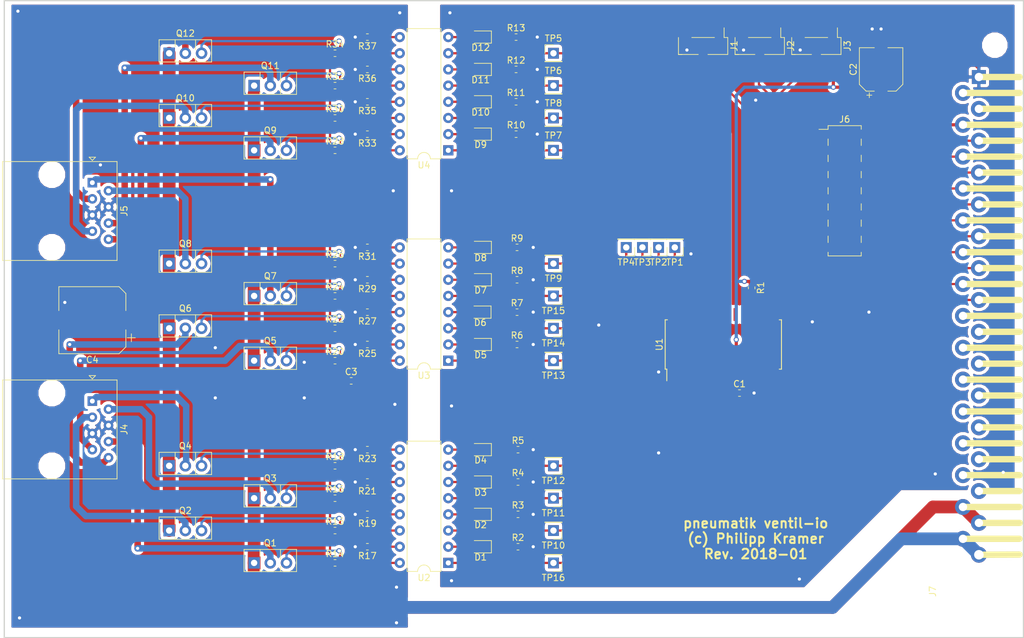
<source format=kicad_pcb>
(kicad_pcb (version 20171130) (host pcbnew 5.0.0)

  (general
    (thickness 1.6)
    (drawings 5)
    (tracks 625)
    (zones 0)
    (modules 92)
    (nets 113)
  )

  (page A4)
  (layers
    (0 F.Cu signal)
    (31 B.Cu signal)
    (32 B.Adhes user hide)
    (33 F.Adhes user hide)
    (34 B.Paste user hide)
    (35 F.Paste user hide)
    (36 B.SilkS user)
    (37 F.SilkS user)
    (38 B.Mask user hide)
    (39 F.Mask user hide)
    (40 Dwgs.User user)
    (41 Cmts.User user hide)
    (42 Eco1.User user hide)
    (43 Eco2.User user hide)
    (44 Edge.Cuts user)
    (45 Margin user hide)
    (46 B.CrtYd user hide)
    (47 F.CrtYd user)
    (48 B.Fab user hide)
    (49 F.Fab user hide)
  )

  (setup
    (last_trace_width 0.35)
    (trace_clearance 0.15)
    (zone_clearance 0.508)
    (zone_45_only no)
    (trace_min 0.2)
    (segment_width 0.2)
    (edge_width 0.2)
    (via_size 0.8)
    (via_drill 0.5)
    (via_min_size 0.4)
    (via_min_drill 0.3)
    (uvia_size 0.3)
    (uvia_drill 0.1)
    (uvias_allowed no)
    (uvia_min_size 0.2)
    (uvia_min_drill 0.1)
    (pcb_text_width 0.3)
    (pcb_text_size 1.5 1.5)
    (mod_edge_width 0.15)
    (mod_text_size 1 1)
    (mod_text_width 0.15)
    (pad_size 1.524 1.524)
    (pad_drill 0.762)
    (pad_to_mask_clearance 0.2)
    (aux_axis_origin 0 0)
    (visible_elements FFFFFF7F)
    (pcbplotparams
      (layerselection 0x010fc_ffffffff)
      (usegerberextensions false)
      (usegerberattributes false)
      (usegerberadvancedattributes false)
      (creategerberjobfile false)
      (excludeedgelayer true)
      (linewidth 0.100000)
      (plotframeref false)
      (viasonmask false)
      (mode 1)
      (useauxorigin false)
      (hpglpennumber 1)
      (hpglpenspeed 20)
      (hpglpendiameter 15.000000)
      (psnegative false)
      (psa4output false)
      (plotreference true)
      (plotvalue true)
      (plotinvisibletext false)
      (padsonsilk false)
      (subtractmaskfromsilk false)
      (outputformat 1)
      (mirror false)
      (drillshape 1)
      (scaleselection 1)
      (outputdirectory ""))
  )

  (net 0 "")
  (net 1 +3V3)
  (net 2 GND)
  (net 3 GNDPWR)
  (net 4 +24V)
  (net 5 "Net-(D1-Pad1)")
  (net 6 "Net-(D1-Pad2)")
  (net 7 "Net-(D2-Pad2)")
  (net 8 "Net-(D2-Pad1)")
  (net 9 "Net-(D3-Pad1)")
  (net 10 "Net-(D3-Pad2)")
  (net 11 "Net-(D4-Pad2)")
  (net 12 "Net-(D4-Pad1)")
  (net 13 "Net-(D5-Pad2)")
  (net 14 "Net-(D5-Pad1)")
  (net 15 "Net-(D6-Pad1)")
  (net 16 "Net-(D6-Pad2)")
  (net 17 "Net-(D7-Pad2)")
  (net 18 "Net-(D7-Pad1)")
  (net 19 "Net-(D8-Pad1)")
  (net 20 "Net-(D8-Pad2)")
  (net 21 "Net-(D9-Pad1)")
  (net 22 "Net-(D9-Pad2)")
  (net 23 "Net-(D10-Pad2)")
  (net 24 "Net-(D10-Pad1)")
  (net 25 "Net-(D11-Pad1)")
  (net 26 "Net-(D11-Pad2)")
  (net 27 "Net-(D12-Pad2)")
  (net 28 "Net-(D12-Pad1)")
  (net 29 "Net-(J1-Pad2)")
  (net 30 "Net-(J2-Pad2)")
  (net 31 "Net-(J3-Pad2)")
  (net 32 "Net-(J4-Pad1)")
  (net 33 "Net-(J4-Pad2)")
  (net 34 "Net-(J4-Pad3)")
  (net 35 "Net-(J4-Pad6)")
  (net 36 "Net-(J4-Pad7)")
  (net 37 "Net-(J4-Pad8)")
  (net 38 "Net-(J5-Pad8)")
  (net 39 "Net-(J5-Pad7)")
  (net 40 "Net-(J5-Pad6)")
  (net 41 "Net-(J5-Pad3)")
  (net 42 "Net-(J5-Pad2)")
  (net 43 "Net-(J5-Pad1)")
  (net 44 MCP_CS)
  (net 45 "Net-(J6-Pad2)")
  (net 46 "Net-(J6-Pad4)")
  (net 47 "Net-(J6-Pad6)")
  (net 48 "Net-(J6-Pad8)")
  (net 49 "Net-(J6-Pad10)")
  (net 50 "Net-(J6-Pad12)")
  (net 51 "Net-(J6-Pad14)")
  (net 52 "Net-(J6-Pad16)")
  (net 53 "Net-(Q1-Pad3)")
  (net 54 "Net-(Q2-Pad3)")
  (net 55 "Net-(Q3-Pad3)")
  (net 56 "Net-(Q4-Pad3)")
  (net 57 "Net-(Q5-Pad3)")
  (net 58 "Net-(Q6-Pad3)")
  (net 59 "Net-(Q7-Pad3)")
  (net 60 "Net-(Q8-Pad3)")
  (net 61 "Net-(Q9-Pad3)")
  (net 62 "Net-(Q10-Pad3)")
  (net 63 "Net-(Q11-Pad3)")
  (net 64 "Net-(Q12-Pad3)")
  (net 65 +5V)
  (net 66 "Net-(R1-Pad2)")
  (net 67 "Net-(R17-Pad1)")
  (net 68 "Net-(R19-Pad1)")
  (net 69 "Net-(R21-Pad1)")
  (net 70 "Net-(R23-Pad1)")
  (net 71 "Net-(R25-Pad1)")
  (net 72 "Net-(R27-Pad1)")
  (net 73 "Net-(R29-Pad1)")
  (net 74 "Net-(R31-Pad1)")
  (net 75 "Net-(R33-Pad1)")
  (net 76 "Net-(R35-Pad1)")
  (net 77 "Net-(R36-Pad1)")
  (net 78 "Net-(R37-Pad1)")
  (net 79 "Net-(TP1-Pad1)")
  (net 80 "Net-(TP2-Pad1)")
  (net 81 "Net-(TP3-Pad1)")
  (net 82 "Net-(TP4-Pad1)")
  (net 83 "Net-(TP5-Pad1)")
  (net 84 "Net-(TP6-Pad1)")
  (net 85 "Net-(TP7-Pad1)")
  (net 86 "Net-(TP8-Pad1)")
  (net 87 "Net-(TP9-Pad1)")
  (net 88 "Net-(TP10-Pad1)")
  (net 89 "Net-(TP11-Pad1)")
  (net 90 "Net-(TP12-Pad1)")
  (net 91 "Net-(TP13-Pad1)")
  (net 92 "Net-(TP14-Pad1)")
  (net 93 "Net-(TP15-Pad1)")
  (net 94 "Net-(TP16-Pad1)")
  (net 95 SCK)
  (net 96 MOSI)
  (net 97 MISO)
  (net 98 "Net-(U1-Pad19)")
  (net 99 "Net-(U1-Pad20)")
  (net 100 "Net-(J7-Pad27)")
  (net 101 "Net-(J7-Pad26)")
  (net 102 "Net-(J7-Pad25)")
  (net 103 "Net-(J7-Pad24)")
  (net 104 "Net-(J7-Pad23)")
  (net 105 "Net-(J7-Pad22)")
  (net 106 "Net-(J7-Pad21)")
  (net 107 "Net-(J7-Pad20)")
  (net 108 "Net-(J7-Pad19)")
  (net 109 "Net-(J7-Pad18)")
  (net 110 "Net-(J7-Pad17)")
  (net 111 "Net-(J7-Pad16)")
  (net 112 +12V)

  (net_class Default "This is the default net class."
    (clearance 0.15)
    (trace_width 0.35)
    (via_dia 0.8)
    (via_drill 0.5)
    (uvia_dia 0.3)
    (uvia_drill 0.1)
    (add_net +12V)
    (add_net +24V)
    (add_net +5V)
    (add_net GNDPWR)
    (add_net MCP_CS)
    (add_net MISO)
    (add_net MOSI)
    (add_net "Net-(D1-Pad1)")
    (add_net "Net-(D1-Pad2)")
    (add_net "Net-(D10-Pad1)")
    (add_net "Net-(D10-Pad2)")
    (add_net "Net-(D11-Pad1)")
    (add_net "Net-(D11-Pad2)")
    (add_net "Net-(D12-Pad1)")
    (add_net "Net-(D12-Pad2)")
    (add_net "Net-(D2-Pad1)")
    (add_net "Net-(D2-Pad2)")
    (add_net "Net-(D3-Pad1)")
    (add_net "Net-(D3-Pad2)")
    (add_net "Net-(D4-Pad1)")
    (add_net "Net-(D4-Pad2)")
    (add_net "Net-(D5-Pad1)")
    (add_net "Net-(D5-Pad2)")
    (add_net "Net-(D6-Pad1)")
    (add_net "Net-(D6-Pad2)")
    (add_net "Net-(D7-Pad1)")
    (add_net "Net-(D7-Pad2)")
    (add_net "Net-(D8-Pad1)")
    (add_net "Net-(D8-Pad2)")
    (add_net "Net-(D9-Pad1)")
    (add_net "Net-(D9-Pad2)")
    (add_net "Net-(J1-Pad2)")
    (add_net "Net-(J2-Pad2)")
    (add_net "Net-(J3-Pad2)")
    (add_net "Net-(J4-Pad1)")
    (add_net "Net-(J4-Pad2)")
    (add_net "Net-(J4-Pad3)")
    (add_net "Net-(J4-Pad6)")
    (add_net "Net-(J4-Pad7)")
    (add_net "Net-(J4-Pad8)")
    (add_net "Net-(J5-Pad1)")
    (add_net "Net-(J5-Pad2)")
    (add_net "Net-(J5-Pad3)")
    (add_net "Net-(J5-Pad6)")
    (add_net "Net-(J5-Pad7)")
    (add_net "Net-(J5-Pad8)")
    (add_net "Net-(J6-Pad10)")
    (add_net "Net-(J6-Pad12)")
    (add_net "Net-(J6-Pad14)")
    (add_net "Net-(J6-Pad16)")
    (add_net "Net-(J6-Pad2)")
    (add_net "Net-(J6-Pad4)")
    (add_net "Net-(J6-Pad6)")
    (add_net "Net-(J6-Pad8)")
    (add_net "Net-(J7-Pad16)")
    (add_net "Net-(J7-Pad17)")
    (add_net "Net-(J7-Pad18)")
    (add_net "Net-(J7-Pad19)")
    (add_net "Net-(J7-Pad20)")
    (add_net "Net-(J7-Pad21)")
    (add_net "Net-(J7-Pad22)")
    (add_net "Net-(J7-Pad23)")
    (add_net "Net-(J7-Pad24)")
    (add_net "Net-(J7-Pad25)")
    (add_net "Net-(J7-Pad26)")
    (add_net "Net-(J7-Pad27)")
    (add_net "Net-(Q1-Pad3)")
    (add_net "Net-(Q10-Pad3)")
    (add_net "Net-(Q11-Pad3)")
    (add_net "Net-(Q12-Pad3)")
    (add_net "Net-(Q2-Pad3)")
    (add_net "Net-(Q3-Pad3)")
    (add_net "Net-(Q4-Pad3)")
    (add_net "Net-(Q5-Pad3)")
    (add_net "Net-(Q6-Pad3)")
    (add_net "Net-(Q7-Pad3)")
    (add_net "Net-(Q8-Pad3)")
    (add_net "Net-(Q9-Pad3)")
    (add_net "Net-(R1-Pad2)")
    (add_net "Net-(R17-Pad1)")
    (add_net "Net-(R19-Pad1)")
    (add_net "Net-(R21-Pad1)")
    (add_net "Net-(R23-Pad1)")
    (add_net "Net-(R25-Pad1)")
    (add_net "Net-(R27-Pad1)")
    (add_net "Net-(R29-Pad1)")
    (add_net "Net-(R31-Pad1)")
    (add_net "Net-(R33-Pad1)")
    (add_net "Net-(R35-Pad1)")
    (add_net "Net-(R36-Pad1)")
    (add_net "Net-(R37-Pad1)")
    (add_net "Net-(TP1-Pad1)")
    (add_net "Net-(TP10-Pad1)")
    (add_net "Net-(TP11-Pad1)")
    (add_net "Net-(TP12-Pad1)")
    (add_net "Net-(TP13-Pad1)")
    (add_net "Net-(TP14-Pad1)")
    (add_net "Net-(TP15-Pad1)")
    (add_net "Net-(TP16-Pad1)")
    (add_net "Net-(TP2-Pad1)")
    (add_net "Net-(TP3-Pad1)")
    (add_net "Net-(TP4-Pad1)")
    (add_net "Net-(TP5-Pad1)")
    (add_net "Net-(TP6-Pad1)")
    (add_net "Net-(TP7-Pad1)")
    (add_net "Net-(TP8-Pad1)")
    (add_net "Net-(TP9-Pad1)")
    (add_net "Net-(U1-Pad19)")
    (add_net "Net-(U1-Pad20)")
    (add_net SCK)
  )

  (net_class "Power 3v3" ""
    (clearance 0.15)
    (trace_width 0.5)
    (via_dia 0.8)
    (via_drill 0.5)
    (uvia_dia 0.3)
    (uvia_drill 0.1)
    (add_net +3V3)
    (add_net GND)
  )

  (module Package_SO:SOIC-28W_7.5x17.9mm_P1.27mm (layer F.Cu) (tedit 5A02F2D3) (tstamp 5BA679D4)
    (at 182.88 93.98 90)
    (descr "28-Lead Plastic Small Outline (SO) - Wide, 7.50 mm Body [SOIC] (see Microchip Packaging Specification 00000049BS.pdf)")
    (tags "SOIC 1.27")
    (path /5B9C3DF9)
    (attr smd)
    (fp_text reference U1 (at 0 -10.05 90) (layer F.SilkS)
      (effects (font (size 1 1) (thickness 0.15)))
    )
    (fp_text value MCP23S17 (at 0 10.05 90) (layer F.Fab)
      (effects (font (size 1 1) (thickness 0.15)))
    )
    (fp_text user %R (at 0 0 90) (layer F.Fab)
      (effects (font (size 1 1) (thickness 0.15)))
    )
    (fp_line (start -2.75 -8.95) (end 3.75 -8.95) (layer F.Fab) (width 0.15))
    (fp_line (start 3.75 -8.95) (end 3.75 8.95) (layer F.Fab) (width 0.15))
    (fp_line (start 3.75 8.95) (end -3.75 8.95) (layer F.Fab) (width 0.15))
    (fp_line (start -3.75 8.95) (end -3.75 -7.95) (layer F.Fab) (width 0.15))
    (fp_line (start -3.75 -7.95) (end -2.75 -8.95) (layer F.Fab) (width 0.15))
    (fp_line (start -5.95 -9.3) (end -5.95 9.3) (layer F.CrtYd) (width 0.05))
    (fp_line (start 5.95 -9.3) (end 5.95 9.3) (layer F.CrtYd) (width 0.05))
    (fp_line (start -5.95 -9.3) (end 5.95 -9.3) (layer F.CrtYd) (width 0.05))
    (fp_line (start -5.95 9.3) (end 5.95 9.3) (layer F.CrtYd) (width 0.05))
    (fp_line (start -3.875 -9.125) (end -3.875 -8.875) (layer F.SilkS) (width 0.15))
    (fp_line (start 3.875 -9.125) (end 3.875 -8.78) (layer F.SilkS) (width 0.15))
    (fp_line (start 3.875 9.125) (end 3.875 8.78) (layer F.SilkS) (width 0.15))
    (fp_line (start -3.875 9.125) (end -3.875 8.78) (layer F.SilkS) (width 0.15))
    (fp_line (start -3.875 -9.125) (end 3.875 -9.125) (layer F.SilkS) (width 0.15))
    (fp_line (start -3.875 9.125) (end 3.875 9.125) (layer F.SilkS) (width 0.15))
    (fp_line (start -3.875 -8.875) (end -5.7 -8.875) (layer F.SilkS) (width 0.15))
    (pad 1 smd rect (at -4.7 -8.255 90) (size 2 0.6) (layers F.Cu F.Paste F.Mask)
      (net 90 "Net-(TP12-Pad1)"))
    (pad 2 smd rect (at -4.7 -6.985 90) (size 2 0.6) (layers F.Cu F.Paste F.Mask)
      (net 89 "Net-(TP11-Pad1)"))
    (pad 3 smd rect (at -4.7 -5.715 90) (size 2 0.6) (layers F.Cu F.Paste F.Mask)
      (net 88 "Net-(TP10-Pad1)"))
    (pad 4 smd rect (at -4.7 -4.445 90) (size 2 0.6) (layers F.Cu F.Paste F.Mask)
      (net 94 "Net-(TP16-Pad1)"))
    (pad 5 smd rect (at -4.7 -3.175 90) (size 2 0.6) (layers F.Cu F.Paste F.Mask)
      (net 91 "Net-(TP13-Pad1)"))
    (pad 6 smd rect (at -4.7 -1.905 90) (size 2 0.6) (layers F.Cu F.Paste F.Mask)
      (net 92 "Net-(TP14-Pad1)"))
    (pad 7 smd rect (at -4.7 -0.635 90) (size 2 0.6) (layers F.Cu F.Paste F.Mask)
      (net 93 "Net-(TP15-Pad1)"))
    (pad 8 smd rect (at -4.7 0.635 90) (size 2 0.6) (layers F.Cu F.Paste F.Mask)
      (net 87 "Net-(TP9-Pad1)"))
    (pad 9 smd rect (at -4.7 1.905 90) (size 2 0.6) (layers F.Cu F.Paste F.Mask)
      (net 1 +3V3))
    (pad 10 smd rect (at -4.7 3.175 90) (size 2 0.6) (layers F.Cu F.Paste F.Mask)
      (net 2 GND))
    (pad 11 smd rect (at -4.7 4.445 90) (size 2 0.6) (layers F.Cu F.Paste F.Mask)
      (net 44 MCP_CS))
    (pad 12 smd rect (at -4.7 5.715 90) (size 2 0.6) (layers F.Cu F.Paste F.Mask)
      (net 95 SCK))
    (pad 13 smd rect (at -4.7 6.985 90) (size 2 0.6) (layers F.Cu F.Paste F.Mask)
      (net 96 MOSI))
    (pad 14 smd rect (at -4.7 8.255 90) (size 2 0.6) (layers F.Cu F.Paste F.Mask)
      (net 97 MISO))
    (pad 15 smd rect (at 4.7 8.255 90) (size 2 0.6) (layers F.Cu F.Paste F.Mask)
      (net 31 "Net-(J3-Pad2)"))
    (pad 16 smd rect (at 4.7 6.985 90) (size 2 0.6) (layers F.Cu F.Paste F.Mask)
      (net 30 "Net-(J2-Pad2)"))
    (pad 17 smd rect (at 4.7 5.715 90) (size 2 0.6) (layers F.Cu F.Paste F.Mask)
      (net 29 "Net-(J1-Pad2)"))
    (pad 18 smd rect (at 4.7 4.445 90) (size 2 0.6) (layers F.Cu F.Paste F.Mask)
      (net 66 "Net-(R1-Pad2)"))
    (pad 19 smd rect (at 4.7 3.175 90) (size 2 0.6) (layers F.Cu F.Paste F.Mask)
      (net 98 "Net-(U1-Pad19)"))
    (pad 20 smd rect (at 4.7 1.905 90) (size 2 0.6) (layers F.Cu F.Paste F.Mask)
      (net 99 "Net-(U1-Pad20)"))
    (pad 21 smd rect (at 4.7 0.635 90) (size 2 0.6) (layers F.Cu F.Paste F.Mask)
      (net 83 "Net-(TP5-Pad1)"))
    (pad 22 smd rect (at 4.7 -0.635 90) (size 2 0.6) (layers F.Cu F.Paste F.Mask)
      (net 84 "Net-(TP6-Pad1)"))
    (pad 23 smd rect (at 4.7 -1.905 90) (size 2 0.6) (layers F.Cu F.Paste F.Mask)
      (net 86 "Net-(TP8-Pad1)"))
    (pad 24 smd rect (at 4.7 -3.175 90) (size 2 0.6) (layers F.Cu F.Paste F.Mask)
      (net 85 "Net-(TP7-Pad1)"))
    (pad 25 smd rect (at 4.7 -4.445 90) (size 2 0.6) (layers F.Cu F.Paste F.Mask)
      (net 79 "Net-(TP1-Pad1)"))
    (pad 26 smd rect (at 4.7 -5.715 90) (size 2 0.6) (layers F.Cu F.Paste F.Mask)
      (net 80 "Net-(TP2-Pad1)"))
    (pad 27 smd rect (at 4.7 -6.985 90) (size 2 0.6) (layers F.Cu F.Paste F.Mask)
      (net 81 "Net-(TP3-Pad1)"))
    (pad 28 smd rect (at 4.7 -8.255 90) (size 2 0.6) (layers F.Cu F.Paste F.Mask)
      (net 82 "Net-(TP4-Pad1)"))
    (model ${KISYS3DMOD}/Package_SO.3dshapes/SOIC-28W_7.5x17.9mm_P1.27mm.wrl
      (at (xyz 0 0 0))
      (scale (xyz 1 1 1))
      (rotate (xyz 0 0 0))
    )
  )

  (module DIN41617:DIN41617_31_short (layer F.Cu) (tedit 5B85C041) (tstamp 5BA674A6)
    (at 221.75 89.49 90)
    (path /5C0C9A4A)
    (fp_text reference J7 (at -43.25 -6 90) (layer F.SilkS)
      (effects (font (size 1 1) (thickness 0.15)))
    )
    (fp_text value Conn_01x31 (at 40 -5.75 90) (layer F.Fab)
      (effects (font (size 1 1) (thickness 0.15)))
    )
    (fp_line (start 35 -1.25) (end 35 7.637659) (layer F.SilkS) (width 1))
    (fp_line (start 30 -1.25) (end 30 7.632978) (layer F.SilkS) (width 1))
    (fp_line (start 25 -1.25) (end 25 7.623112) (layer F.SilkS) (width 1))
    (fp_line (start 20 -1.25) (end 20 7.670728) (layer F.SilkS) (width 1))
    (fp_line (start 15 -1.25) (end 15 7.62879) (layer F.SilkS) (width 1))
    (fp_line (start 10 -1.25) (end 10 7.655555) (layer F.SilkS) (width 1))
    (fp_line (start 5 -1.25) (end 5 7.64877) (layer F.SilkS) (width 1))
    (fp_line (start 0 -1.25) (end 0 7.62) (layer F.SilkS) (width 1))
    (fp_line (start -5 -1.25) (end -5 7.64877) (layer F.SilkS) (width 1))
    (fp_line (start -10 -1.25) (end -10 7.632709) (layer F.SilkS) (width 1))
    (fp_line (start -15 -1.25) (end -15 7.623246) (layer F.SilkS) (width 1))
    (fp_line (start -20 -1.25) (end -20 7.625591) (layer F.SilkS) (width 1))
    (fp_line (start -25 -1.25) (end -25 7.623112) (layer F.SilkS) (width 1))
    (fp_line (start -30 -1.25) (end -30 7.632978) (layer F.SilkS) (width 1))
    (fp_line (start -35 -1.25) (end -35 7.620317) (layer F.SilkS) (width 1))
    (fp_line (start -32.5 1.25) (end -32.5 7.664) (layer F.SilkS) (width 1))
    (fp_line (start -22.5 1.25) (end -22.5 7.625933) (layer F.SilkS) (width 1))
    (fp_line (start -12.5 1.25) (end -12.5 7.623138) (layer F.SilkS) (width 1))
    (fp_line (start -2.5 1.25) (end -2.5 7.647728) (layer F.SilkS) (width 1))
    (fp_line (start 7.5 1.25) (end 7.5 7.62113) (layer F.SilkS) (width 1))
    (fp_line (start 17.5 1.25) (end 17.5 7.62615) (layer F.SilkS) (width 1))
    (fp_line (start 27.5 1.25) (end 27.5 7.635178) (layer F.SilkS) (width 1))
    (fp_line (start 37.5 1.25) (end 37.5 7.648195) (layer F.SilkS) (width 1))
    (fp_line (start 32.5 1.25) (end 32.5 7.621037) (layer F.SilkS) (width 1))
    (fp_line (start 22.5 1.25) (end 22.5 7.625933) (layer F.SilkS) (width 1))
    (fp_line (start 12.5 1.25) (end 12.5 7.634835) (layer F.SilkS) (width 1))
    (fp_line (start 2.5 1.25) (end 2.5 7.620125) (layer F.SilkS) (width 1))
    (fp_line (start -7.5 1.25) (end -7.5 7.640784) (layer F.SilkS) (width 1))
    (fp_line (start -17.5 1.25) (end -17.5 7.62615) (layer F.SilkS) (width 1))
    (fp_line (start -27.5 1.25) (end -27.5 7.622983) (layer F.SilkS) (width 1))
    (fp_line (start -37.5 1.25) (end -37.465 7.62) (layer F.SilkS) (width 1))
    (fp_line (start -45.3 -4.75) (end -45.3 8.25) (layer F.CrtYd) (width 0.15))
    (fp_line (start 45.3 -4.75) (end -45.3 -4.75) (layer F.CrtYd) (width 0.15))
    (fp_line (start 45.3 8.25) (end 45.3 -4.75) (layer F.CrtYd) (width 0.15))
    (fp_line (start -45.3 8.25) (end 45.3 8.25) (layer F.CrtYd) (width 0.15))
    (pad "" np_thru_hole circle (at 42.5 3.75 90) (size 3 3) (drill 3) (layers *.Cu *.Mask))
    (pad "" np_thru_hole circle (at -42.5 3.75 90) (size 3 3) (drill 3) (layers *.Cu *.Mask))
    (pad 1 thru_hole rect (at 37.5 1.25 90) (size 2.2 2.2) (drill 1.31) (layers *.Cu *.Mask)
      (net 2 GND))
    (pad 2 thru_hole circle (at 35 -1.25 90) (size 2.5 2.5) (drill 1.31) (layers *.Cu *.Mask)
      (net 112 +12V))
    (pad 3 thru_hole circle (at 32.5 1.25 90) (size 2.5 2.5) (drill 1.31) (layers *.Cu *.Mask)
      (net 65 +5V))
    (pad 4 thru_hole circle (at 30 -1.25 90) (size 2.5 2.5) (drill 1.31) (layers *.Cu *.Mask)
      (net 1 +3V3))
    (pad 5 thru_hole circle (at 27.5 1.25 90) (size 2.5 2.5) (drill 1.31) (layers *.Cu *.Mask)
      (net 45 "Net-(J6-Pad2)"))
    (pad 6 thru_hole circle (at 25 -1.25 90) (size 2.5 2.5) (drill 1.31) (layers *.Cu *.Mask)
      (net 46 "Net-(J6-Pad4)"))
    (pad 7 thru_hole circle (at 22.5 1.25 90) (size 2.5 2.5) (drill 1.31) (layers *.Cu *.Mask)
      (net 47 "Net-(J6-Pad6)"))
    (pad 8 thru_hole circle (at 20 -1.25 90) (size 2.5 2.5) (drill 1.31) (layers *.Cu *.Mask)
      (net 48 "Net-(J6-Pad8)"))
    (pad 9 thru_hole circle (at 17.5 1.25 90) (size 2.5 2.5) (drill 1.31) (layers *.Cu *.Mask)
      (net 49 "Net-(J6-Pad10)"))
    (pad 10 thru_hole circle (at 15 -1.25 90) (size 2.5 2.5) (drill 1.31) (layers *.Cu *.Mask)
      (net 50 "Net-(J6-Pad12)"))
    (pad 11 thru_hole circle (at 12.5 1.25 90) (size 2.5 2.5) (drill 1.31) (layers *.Cu *.Mask)
      (net 51 "Net-(J6-Pad14)"))
    (pad 12 thru_hole circle (at 10 -1.25 90) (size 2.5 2.5) (drill 1.31) (layers *.Cu *.Mask)
      (net 52 "Net-(J6-Pad16)"))
    (pad 13 thru_hole circle (at 7.5 1.25 90) (size 2.5 2.5) (drill 1.31) (layers *.Cu *.Mask)
      (net 95 SCK))
    (pad 14 thru_hole circle (at 5 -1.25 90) (size 2.5 2.5) (drill 1.31) (layers *.Cu *.Mask)
      (net 96 MOSI))
    (pad 15 thru_hole circle (at 2.5 1.25 90) (size 2.5 2.5) (drill 1.31) (layers *.Cu *.Mask)
      (net 97 MISO))
    (pad 16 thru_hole circle (at 0 -1.25 90) (size 2.5 2.5) (drill 1.31) (layers *.Cu *.Mask)
      (net 111 "Net-(J7-Pad16)"))
    (pad 17 thru_hole circle (at -2.5 1.25 90) (size 2.5 2.5) (drill 1.31) (layers *.Cu *.Mask)
      (net 110 "Net-(J7-Pad17)"))
    (pad 18 thru_hole circle (at -5 -1.25 90) (size 2.5 2.5) (drill 1.31) (layers *.Cu *.Mask)
      (net 109 "Net-(J7-Pad18)"))
    (pad 19 thru_hole circle (at -7.5 1.25 90) (size 2.5 2.5) (drill 1.31) (layers *.Cu *.Mask)
      (net 108 "Net-(J7-Pad19)"))
    (pad 20 thru_hole circle (at -10 -1.25 90) (size 2.5 2.5) (drill 1.31) (layers *.Cu *.Mask)
      (net 107 "Net-(J7-Pad20)"))
    (pad 21 thru_hole circle (at -12.5 1.25 90) (size 2.5 2.5) (drill 1.31) (layers *.Cu *.Mask)
      (net 106 "Net-(J7-Pad21)"))
    (pad 22 thru_hole circle (at -15 -1.25 90) (size 2.5 2.5) (drill 1.31) (layers *.Cu *.Mask)
      (net 105 "Net-(J7-Pad22)"))
    (pad 23 thru_hole circle (at -17.5 1.25 90) (size 2.5 2.5) (drill 1.31) (layers *.Cu *.Mask)
      (net 104 "Net-(J7-Pad23)"))
    (pad 24 thru_hole circle (at -20 -1.25 90) (size 2.5 2.5) (drill 1.31) (layers *.Cu *.Mask)
      (net 103 "Net-(J7-Pad24)"))
    (pad 25 thru_hole circle (at -22.5 1.25 90) (size 2.5 2.5) (drill 1.31) (layers *.Cu *.Mask)
      (net 102 "Net-(J7-Pad25)"))
    (pad 26 thru_hole circle (at -25 -1.25 90) (size 2.5 2.5) (drill 1.31) (layers *.Cu *.Mask)
      (net 101 "Net-(J7-Pad26)"))
    (pad 27 thru_hole circle (at -27.5 1.25 90) (size 2.5 2.5) (drill 1.31) (layers *.Cu *.Mask)
      (net 100 "Net-(J7-Pad27)"))
    (pad 28 thru_hole circle (at -30 -1.25 90) (size 2.5 2.5) (drill 1.31) (layers *.Cu *.Mask)
      (net 4 +24V))
    (pad 29 thru_hole circle (at -32.5 1.25 90) (size 2.5 2.5) (drill 1.31) (layers *.Cu *.Mask)
      (net 4 +24V))
    (pad 30 thru_hole circle (at -35 -1.25 90) (size 2.5 2.5) (drill 1.31) (layers *.Cu *.Mask)
      (net 3 GNDPWR))
    (pad 31 thru_hole circle (at -37.5 1.25 90) (size 2.5 2.5) (drill 1.5) (layers *.Cu *.Mask)
      (net 3 GNDPWR))
  )

  (module Resistor_SMD:R_0603_1608Metric (layer F.Cu) (tedit 5B301BBD) (tstamp 5BA675EF)
    (at 187.325 85.09 270)
    (descr "Resistor SMD 0603 (1608 Metric), square (rectangular) end terminal, IPC_7351 nominal, (Body size source: http://www.tortai-tech.com/upload/download/2011102023233369053.pdf), generated with kicad-footprint-generator")
    (tags resistor)
    (path /5BFDF8F4)
    (attr smd)
    (fp_text reference R1 (at 0 -1.43 270) (layer F.SilkS)
      (effects (font (size 1 1) (thickness 0.15)))
    )
    (fp_text value 10k (at 0 1.43 270) (layer F.Fab)
      (effects (font (size 1 1) (thickness 0.15)))
    )
    (fp_line (start -0.8 0.4) (end -0.8 -0.4) (layer F.Fab) (width 0.1))
    (fp_line (start -0.8 -0.4) (end 0.8 -0.4) (layer F.Fab) (width 0.1))
    (fp_line (start 0.8 -0.4) (end 0.8 0.4) (layer F.Fab) (width 0.1))
    (fp_line (start 0.8 0.4) (end -0.8 0.4) (layer F.Fab) (width 0.1))
    (fp_line (start -0.162779 -0.51) (end 0.162779 -0.51) (layer F.SilkS) (width 0.12))
    (fp_line (start -0.162779 0.51) (end 0.162779 0.51) (layer F.SilkS) (width 0.12))
    (fp_line (start -1.48 0.73) (end -1.48 -0.73) (layer F.CrtYd) (width 0.05))
    (fp_line (start -1.48 -0.73) (end 1.48 -0.73) (layer F.CrtYd) (width 0.05))
    (fp_line (start 1.48 -0.73) (end 1.48 0.73) (layer F.CrtYd) (width 0.05))
    (fp_line (start 1.48 0.73) (end -1.48 0.73) (layer F.CrtYd) (width 0.05))
    (fp_text user %R (at 0 0 270) (layer F.Fab)
      (effects (font (size 0.4 0.4) (thickness 0.06)))
    )
    (pad 1 smd roundrect (at -0.7875 0 270) (size 0.875 0.95) (layers F.Cu F.Paste F.Mask) (roundrect_rratio 0.25)
      (net 1 +3V3))
    (pad 2 smd roundrect (at 0.7875 0 270) (size 0.875 0.95) (layers F.Cu F.Paste F.Mask) (roundrect_rratio 0.25)
      (net 66 "Net-(R1-Pad2)"))
    (model ${KISYS3DMOD}/Resistor_SMD.3dshapes/R_0603_1608Metric.wrl
      (at (xyz 0 0 0))
      (scale (xyz 1 1 1))
      (rotate (xyz 0 0 0))
    )
  )

  (module Capacitor_SMD:C_0603_1608Metric (layer F.Cu) (tedit 5B301BBE) (tstamp 5BA67212)
    (at 185.42 101.6)
    (descr "Capacitor SMD 0603 (1608 Metric), square (rectangular) end terminal, IPC_7351 nominal, (Body size source: http://www.tortai-tech.com/upload/download/2011102023233369053.pdf), generated with kicad-footprint-generator")
    (tags capacitor)
    (path /5CA079CD)
    (attr smd)
    (fp_text reference C1 (at 0 -1.43) (layer F.SilkS)
      (effects (font (size 1 1) (thickness 0.15)))
    )
    (fp_text value 100nF (at 0 1.43) (layer F.Fab)
      (effects (font (size 1 1) (thickness 0.15)))
    )
    (fp_line (start -0.8 0.4) (end -0.8 -0.4) (layer F.Fab) (width 0.1))
    (fp_line (start -0.8 -0.4) (end 0.8 -0.4) (layer F.Fab) (width 0.1))
    (fp_line (start 0.8 -0.4) (end 0.8 0.4) (layer F.Fab) (width 0.1))
    (fp_line (start 0.8 0.4) (end -0.8 0.4) (layer F.Fab) (width 0.1))
    (fp_line (start -0.162779 -0.51) (end 0.162779 -0.51) (layer F.SilkS) (width 0.12))
    (fp_line (start -0.162779 0.51) (end 0.162779 0.51) (layer F.SilkS) (width 0.12))
    (fp_line (start -1.48 0.73) (end -1.48 -0.73) (layer F.CrtYd) (width 0.05))
    (fp_line (start -1.48 -0.73) (end 1.48 -0.73) (layer F.CrtYd) (width 0.05))
    (fp_line (start 1.48 -0.73) (end 1.48 0.73) (layer F.CrtYd) (width 0.05))
    (fp_line (start 1.48 0.73) (end -1.48 0.73) (layer F.CrtYd) (width 0.05))
    (fp_text user %R (at 0 0) (layer F.Fab)
      (effects (font (size 0.4 0.4) (thickness 0.06)))
    )
    (pad 1 smd roundrect (at -0.7875 0) (size 0.875 0.95) (layers F.Cu F.Paste F.Mask) (roundrect_rratio 0.25)
      (net 1 +3V3))
    (pad 2 smd roundrect (at 0.7875 0) (size 0.875 0.95) (layers F.Cu F.Paste F.Mask) (roundrect_rratio 0.25)
      (net 2 GND))
    (model ${KISYS3DMOD}/Capacitor_SMD.3dshapes/C_0603_1608Metric.wrl
      (at (xyz 0 0 0))
      (scale (xyz 1 1 1))
      (rotate (xyz 0 0 0))
    )
  )

  (module Capacitor_SMD:CP_Elec_6.3x5.2 (layer F.Cu) (tedit 5B3026A2) (tstamp 5BA6723A)
    (at 207.645 50.8 90)
    (descr "SMT capacitor, aluminium electrolytic, 6.3x5.2, United Chemi-Con ")
    (tags "Capacitor Electrolytic")
    (path /5CA07BF6)
    (attr smd)
    (fp_text reference C2 (at 0 -4.35 90) (layer F.SilkS)
      (effects (font (size 1 1) (thickness 0.15)))
    )
    (fp_text value 100µF (at 0 4.35 90) (layer F.Fab)
      (effects (font (size 1 1) (thickness 0.15)))
    )
    (fp_circle (center 0 0) (end 3.15 0) (layer F.Fab) (width 0.1))
    (fp_line (start 3.3 -3.3) (end 3.3 3.3) (layer F.Fab) (width 0.1))
    (fp_line (start -2.3 -3.3) (end 3.3 -3.3) (layer F.Fab) (width 0.1))
    (fp_line (start -2.3 3.3) (end 3.3 3.3) (layer F.Fab) (width 0.1))
    (fp_line (start -3.3 -2.3) (end -3.3 2.3) (layer F.Fab) (width 0.1))
    (fp_line (start -3.3 -2.3) (end -2.3 -3.3) (layer F.Fab) (width 0.1))
    (fp_line (start -3.3 2.3) (end -2.3 3.3) (layer F.Fab) (width 0.1))
    (fp_line (start -2.704838 -1.33) (end -2.074838 -1.33) (layer F.Fab) (width 0.1))
    (fp_line (start -2.389838 -1.645) (end -2.389838 -1.015) (layer F.Fab) (width 0.1))
    (fp_line (start 3.41 3.41) (end 3.41 1.06) (layer F.SilkS) (width 0.12))
    (fp_line (start 3.41 -3.41) (end 3.41 -1.06) (layer F.SilkS) (width 0.12))
    (fp_line (start -2.345563 -3.41) (end 3.41 -3.41) (layer F.SilkS) (width 0.12))
    (fp_line (start -2.345563 3.41) (end 3.41 3.41) (layer F.SilkS) (width 0.12))
    (fp_line (start -3.41 2.345563) (end -3.41 1.06) (layer F.SilkS) (width 0.12))
    (fp_line (start -3.41 -2.345563) (end -3.41 -1.06) (layer F.SilkS) (width 0.12))
    (fp_line (start -3.41 -2.345563) (end -2.345563 -3.41) (layer F.SilkS) (width 0.12))
    (fp_line (start -3.41 2.345563) (end -2.345563 3.41) (layer F.SilkS) (width 0.12))
    (fp_line (start -4.4375 -1.8475) (end -3.65 -1.8475) (layer F.SilkS) (width 0.12))
    (fp_line (start -4.04375 -2.24125) (end -4.04375 -1.45375) (layer F.SilkS) (width 0.12))
    (fp_line (start 3.55 -3.55) (end 3.55 -1.05) (layer F.CrtYd) (width 0.05))
    (fp_line (start 3.55 -1.05) (end 4.8 -1.05) (layer F.CrtYd) (width 0.05))
    (fp_line (start 4.8 -1.05) (end 4.8 1.05) (layer F.CrtYd) (width 0.05))
    (fp_line (start 4.8 1.05) (end 3.55 1.05) (layer F.CrtYd) (width 0.05))
    (fp_line (start 3.55 1.05) (end 3.55 3.55) (layer F.CrtYd) (width 0.05))
    (fp_line (start -2.4 3.55) (end 3.55 3.55) (layer F.CrtYd) (width 0.05))
    (fp_line (start -2.4 -3.55) (end 3.55 -3.55) (layer F.CrtYd) (width 0.05))
    (fp_line (start -3.55 2.4) (end -2.4 3.55) (layer F.CrtYd) (width 0.05))
    (fp_line (start -3.55 -2.4) (end -2.4 -3.55) (layer F.CrtYd) (width 0.05))
    (fp_line (start -3.55 -2.4) (end -3.55 -1.05) (layer F.CrtYd) (width 0.05))
    (fp_line (start -3.55 1.05) (end -3.55 2.4) (layer F.CrtYd) (width 0.05))
    (fp_line (start -3.55 -1.05) (end -4.8 -1.05) (layer F.CrtYd) (width 0.05))
    (fp_line (start -4.8 -1.05) (end -4.8 1.05) (layer F.CrtYd) (width 0.05))
    (fp_line (start -4.8 1.05) (end -3.55 1.05) (layer F.CrtYd) (width 0.05))
    (fp_text user %R (at 0 0 90) (layer F.Fab)
      (effects (font (size 1 1) (thickness 0.15)))
    )
    (pad 1 smd rect (at -2.8 0 90) (size 3.5 1.6) (layers F.Cu F.Paste F.Mask)
      (net 1 +3V3))
    (pad 2 smd rect (at 2.8 0 90) (size 3.5 1.6) (layers F.Cu F.Paste F.Mask)
      (net 2 GND))
    (model ${KISYS3DMOD}/Capacitor_SMD.3dshapes/CP_Elec_6.3x5.2.wrl
      (at (xyz 0 0 0))
      (scale (xyz 1 1 1))
      (rotate (xyz 0 0 0))
    )
  )

  (module Capacitor_SMD:C_0603_1608Metric (layer F.Cu) (tedit 5B301BBE) (tstamp 5BA6724B)
    (at 124.46 99.695)
    (descr "Capacitor SMD 0603 (1608 Metric), square (rectangular) end terminal, IPC_7351 nominal, (Body size source: http://www.tortai-tech.com/upload/download/2011102023233369053.pdf), generated with kicad-footprint-generator")
    (tags capacitor)
    (path /5C0C7E69)
    (attr smd)
    (fp_text reference C3 (at 0 -1.43) (layer F.SilkS)
      (effects (font (size 1 1) (thickness 0.15)))
    )
    (fp_text value 100nF (at 0 1.43) (layer F.Fab)
      (effects (font (size 1 1) (thickness 0.15)))
    )
    (fp_text user %R (at 0 0) (layer F.Fab)
      (effects (font (size 0.4 0.4) (thickness 0.06)))
    )
    (fp_line (start 1.48 0.73) (end -1.48 0.73) (layer F.CrtYd) (width 0.05))
    (fp_line (start 1.48 -0.73) (end 1.48 0.73) (layer F.CrtYd) (width 0.05))
    (fp_line (start -1.48 -0.73) (end 1.48 -0.73) (layer F.CrtYd) (width 0.05))
    (fp_line (start -1.48 0.73) (end -1.48 -0.73) (layer F.CrtYd) (width 0.05))
    (fp_line (start -0.162779 0.51) (end 0.162779 0.51) (layer F.SilkS) (width 0.12))
    (fp_line (start -0.162779 -0.51) (end 0.162779 -0.51) (layer F.SilkS) (width 0.12))
    (fp_line (start 0.8 0.4) (end -0.8 0.4) (layer F.Fab) (width 0.1))
    (fp_line (start 0.8 -0.4) (end 0.8 0.4) (layer F.Fab) (width 0.1))
    (fp_line (start -0.8 -0.4) (end 0.8 -0.4) (layer F.Fab) (width 0.1))
    (fp_line (start -0.8 0.4) (end -0.8 -0.4) (layer F.Fab) (width 0.1))
    (pad 2 smd roundrect (at 0.7875 0) (size 0.875 0.95) (layers F.Cu F.Paste F.Mask) (roundrect_rratio 0.25)
      (net 3 GNDPWR))
    (pad 1 smd roundrect (at -0.7875 0) (size 0.875 0.95) (layers F.Cu F.Paste F.Mask) (roundrect_rratio 0.25)
      (net 4 +24V))
    (model ${KISYS3DMOD}/Capacitor_SMD.3dshapes/C_0603_1608Metric.wrl
      (at (xyz 0 0 0))
      (scale (xyz 1 1 1))
      (rotate (xyz 0 0 0))
    )
  )

  (module Capacitor_SMD:CP_Elec_10x10 (layer F.Cu) (tedit 5A841F9D) (tstamp 5BA67273)
    (at 83.82 90.17 180)
    (descr "SMT capacitor, aluminium electrolytic, 10x10, Nichicon ")
    (tags "Capacitor Electrolytic")
    (path /5C0C76F7)
    (attr smd)
    (fp_text reference C4 (at 0 -6.2 180) (layer F.SilkS)
      (effects (font (size 1 1) (thickness 0.15)))
    )
    (fp_text value 100µF (at 0 6.2 180) (layer F.Fab)
      (effects (font (size 1 1) (thickness 0.15)))
    )
    (fp_circle (center 0 0) (end 5 0) (layer F.Fab) (width 0.1))
    (fp_line (start 5.15 -5.15) (end 5.15 5.15) (layer F.Fab) (width 0.1))
    (fp_line (start -4.15 -5.15) (end 5.15 -5.15) (layer F.Fab) (width 0.1))
    (fp_line (start -4.15 5.15) (end 5.15 5.15) (layer F.Fab) (width 0.1))
    (fp_line (start -5.15 -4.15) (end -5.15 4.15) (layer F.Fab) (width 0.1))
    (fp_line (start -5.15 -4.15) (end -4.15 -5.15) (layer F.Fab) (width 0.1))
    (fp_line (start -5.15 4.15) (end -4.15 5.15) (layer F.Fab) (width 0.1))
    (fp_line (start -4.558325 -1.7) (end -3.558325 -1.7) (layer F.Fab) (width 0.1))
    (fp_line (start -4.058325 -2.2) (end -4.058325 -1.2) (layer F.Fab) (width 0.1))
    (fp_line (start 5.26 5.26) (end 5.26 1.51) (layer F.SilkS) (width 0.12))
    (fp_line (start 5.26 -5.26) (end 5.26 -1.51) (layer F.SilkS) (width 0.12))
    (fp_line (start -4.195563 -5.26) (end 5.26 -5.26) (layer F.SilkS) (width 0.12))
    (fp_line (start -4.195563 5.26) (end 5.26 5.26) (layer F.SilkS) (width 0.12))
    (fp_line (start -5.26 4.195563) (end -5.26 1.51) (layer F.SilkS) (width 0.12))
    (fp_line (start -5.26 -4.195563) (end -5.26 -1.51) (layer F.SilkS) (width 0.12))
    (fp_line (start -5.26 -4.195563) (end -4.195563 -5.26) (layer F.SilkS) (width 0.12))
    (fp_line (start -5.26 4.195563) (end -4.195563 5.26) (layer F.SilkS) (width 0.12))
    (fp_line (start -6.75 -2.76) (end -5.5 -2.76) (layer F.SilkS) (width 0.12))
    (fp_line (start -6.125 -3.385) (end -6.125 -2.135) (layer F.SilkS) (width 0.12))
    (fp_line (start 5.4 -5.4) (end 5.4 -1.5) (layer F.CrtYd) (width 0.05))
    (fp_line (start 5.4 -1.5) (end 6.25 -1.5) (layer F.CrtYd) (width 0.05))
    (fp_line (start 6.25 -1.5) (end 6.25 1.5) (layer F.CrtYd) (width 0.05))
    (fp_line (start 6.25 1.5) (end 5.4 1.5) (layer F.CrtYd) (width 0.05))
    (fp_line (start 5.4 1.5) (end 5.4 5.4) (layer F.CrtYd) (width 0.05))
    (fp_line (start -4.25 5.4) (end 5.4 5.4) (layer F.CrtYd) (width 0.05))
    (fp_line (start -4.25 -5.4) (end 5.4 -5.4) (layer F.CrtYd) (width 0.05))
    (fp_line (start -5.4 4.25) (end -4.25 5.4) (layer F.CrtYd) (width 0.05))
    (fp_line (start -5.4 -4.25) (end -4.25 -5.4) (layer F.CrtYd) (width 0.05))
    (fp_line (start -5.4 -4.25) (end -5.4 -1.5) (layer F.CrtYd) (width 0.05))
    (fp_line (start -5.4 1.5) (end -5.4 4.25) (layer F.CrtYd) (width 0.05))
    (fp_line (start -5.4 -1.5) (end -6.25 -1.5) (layer F.CrtYd) (width 0.05))
    (fp_line (start -6.25 -1.5) (end -6.25 1.5) (layer F.CrtYd) (width 0.05))
    (fp_line (start -6.25 1.5) (end -5.4 1.5) (layer F.CrtYd) (width 0.05))
    (fp_text user %R (at 0 0 180) (layer F.Fab)
      (effects (font (size 1 1) (thickness 0.15)))
    )
    (pad 1 smd rect (at -4 0 180) (size 4 2.5) (layers F.Cu F.Paste F.Mask)
      (net 4 +24V))
    (pad 2 smd rect (at 4 0 180) (size 4 2.5) (layers F.Cu F.Paste F.Mask)
      (net 3 GNDPWR))
    (model ${KISYS3DMOD}/Capacitor_SMD.3dshapes/CP_Elec_10x10.wrl
      (at (xyz 0 0 0))
      (scale (xyz 1 1 1))
      (rotate (xyz 0 0 0))
    )
  )

  (module LED_SMD:LED_0805_2012Metric (layer F.Cu) (tedit 5B36C52C) (tstamp 5BA67286)
    (at 144.78 125.73 180)
    (descr "LED SMD 0805 (2012 Metric), square (rectangular) end terminal, IPC_7351 nominal, (Body size source: https://docs.google.com/spreadsheets/d/1BsfQQcO9C6DZCsRaXUlFlo91Tg2WpOkGARC1WS5S8t0/edit?usp=sharing), generated with kicad-footprint-generator")
    (tags diode)
    (path /5B98D69F)
    (attr smd)
    (fp_text reference D1 (at 0 -1.65 180) (layer F.SilkS)
      (effects (font (size 1 1) (thickness 0.15)))
    )
    (fp_text value LED (at 0 1.65 180) (layer F.Fab)
      (effects (font (size 1 1) (thickness 0.15)))
    )
    (fp_line (start 1 -0.6) (end -0.7 -0.6) (layer F.Fab) (width 0.1))
    (fp_line (start -0.7 -0.6) (end -1 -0.3) (layer F.Fab) (width 0.1))
    (fp_line (start -1 -0.3) (end -1 0.6) (layer F.Fab) (width 0.1))
    (fp_line (start -1 0.6) (end 1 0.6) (layer F.Fab) (width 0.1))
    (fp_line (start 1 0.6) (end 1 -0.6) (layer F.Fab) (width 0.1))
    (fp_line (start 1 -0.96) (end -1.685 -0.96) (layer F.SilkS) (width 0.12))
    (fp_line (start -1.685 -0.96) (end -1.685 0.96) (layer F.SilkS) (width 0.12))
    (fp_line (start -1.685 0.96) (end 1 0.96) (layer F.SilkS) (width 0.12))
    (fp_line (start -1.68 0.95) (end -1.68 -0.95) (layer F.CrtYd) (width 0.05))
    (fp_line (start -1.68 -0.95) (end 1.68 -0.95) (layer F.CrtYd) (width 0.05))
    (fp_line (start 1.68 -0.95) (end 1.68 0.95) (layer F.CrtYd) (width 0.05))
    (fp_line (start 1.68 0.95) (end -1.68 0.95) (layer F.CrtYd) (width 0.05))
    (fp_text user %R (at 0 0 180) (layer F.Fab)
      (effects (font (size 0.5 0.5) (thickness 0.08)))
    )
    (pad 1 smd roundrect (at -0.9375 0 180) (size 0.975 1.4) (layers F.Cu F.Paste F.Mask) (roundrect_rratio 0.25)
      (net 5 "Net-(D1-Pad1)"))
    (pad 2 smd roundrect (at 0.9375 0 180) (size 0.975 1.4) (layers F.Cu F.Paste F.Mask) (roundrect_rratio 0.25)
      (net 6 "Net-(D1-Pad2)"))
    (model ${KISYS3DMOD}/LED_SMD.3dshapes/LED_0805_2012Metric.wrl
      (at (xyz 0 0 0))
      (scale (xyz 1 1 1))
      (rotate (xyz 0 0 0))
    )
  )

  (module LED_SMD:LED_0805_2012Metric (layer F.Cu) (tedit 5B36C52C) (tstamp 5BA67299)
    (at 144.78 120.65 180)
    (descr "LED SMD 0805 (2012 Metric), square (rectangular) end terminal, IPC_7351 nominal, (Body size source: https://docs.google.com/spreadsheets/d/1BsfQQcO9C6DZCsRaXUlFlo91Tg2WpOkGARC1WS5S8t0/edit?usp=sharing), generated with kicad-footprint-generator")
    (tags diode)
    (path /5B98D6A5)
    (attr smd)
    (fp_text reference D2 (at 0 -1.65 180) (layer F.SilkS)
      (effects (font (size 1 1) (thickness 0.15)))
    )
    (fp_text value LED (at 0 1.65 180) (layer F.Fab)
      (effects (font (size 1 1) (thickness 0.15)))
    )
    (fp_text user %R (at 0 0 180) (layer F.Fab)
      (effects (font (size 0.5 0.5) (thickness 0.08)))
    )
    (fp_line (start 1.68 0.95) (end -1.68 0.95) (layer F.CrtYd) (width 0.05))
    (fp_line (start 1.68 -0.95) (end 1.68 0.95) (layer F.CrtYd) (width 0.05))
    (fp_line (start -1.68 -0.95) (end 1.68 -0.95) (layer F.CrtYd) (width 0.05))
    (fp_line (start -1.68 0.95) (end -1.68 -0.95) (layer F.CrtYd) (width 0.05))
    (fp_line (start -1.685 0.96) (end 1 0.96) (layer F.SilkS) (width 0.12))
    (fp_line (start -1.685 -0.96) (end -1.685 0.96) (layer F.SilkS) (width 0.12))
    (fp_line (start 1 -0.96) (end -1.685 -0.96) (layer F.SilkS) (width 0.12))
    (fp_line (start 1 0.6) (end 1 -0.6) (layer F.Fab) (width 0.1))
    (fp_line (start -1 0.6) (end 1 0.6) (layer F.Fab) (width 0.1))
    (fp_line (start -1 -0.3) (end -1 0.6) (layer F.Fab) (width 0.1))
    (fp_line (start -0.7 -0.6) (end -1 -0.3) (layer F.Fab) (width 0.1))
    (fp_line (start 1 -0.6) (end -0.7 -0.6) (layer F.Fab) (width 0.1))
    (pad 2 smd roundrect (at 0.9375 0 180) (size 0.975 1.4) (layers F.Cu F.Paste F.Mask) (roundrect_rratio 0.25)
      (net 7 "Net-(D2-Pad2)"))
    (pad 1 smd roundrect (at -0.9375 0 180) (size 0.975 1.4) (layers F.Cu F.Paste F.Mask) (roundrect_rratio 0.25)
      (net 8 "Net-(D2-Pad1)"))
    (model ${KISYS3DMOD}/LED_SMD.3dshapes/LED_0805_2012Metric.wrl
      (at (xyz 0 0 0))
      (scale (xyz 1 1 1))
      (rotate (xyz 0 0 0))
    )
  )

  (module LED_SMD:LED_0805_2012Metric (layer F.Cu) (tedit 5B36C52C) (tstamp 5BA672AC)
    (at 144.78 115.57 180)
    (descr "LED SMD 0805 (2012 Metric), square (rectangular) end terminal, IPC_7351 nominal, (Body size source: https://docs.google.com/spreadsheets/d/1BsfQQcO9C6DZCsRaXUlFlo91Tg2WpOkGARC1WS5S8t0/edit?usp=sharing), generated with kicad-footprint-generator")
    (tags diode)
    (path /5B98D6AB)
    (attr smd)
    (fp_text reference D3 (at 0 -1.65 180) (layer F.SilkS)
      (effects (font (size 1 1) (thickness 0.15)))
    )
    (fp_text value LED (at 0 1.65 180) (layer F.Fab)
      (effects (font (size 1 1) (thickness 0.15)))
    )
    (fp_line (start 1 -0.6) (end -0.7 -0.6) (layer F.Fab) (width 0.1))
    (fp_line (start -0.7 -0.6) (end -1 -0.3) (layer F.Fab) (width 0.1))
    (fp_line (start -1 -0.3) (end -1 0.6) (layer F.Fab) (width 0.1))
    (fp_line (start -1 0.6) (end 1 0.6) (layer F.Fab) (width 0.1))
    (fp_line (start 1 0.6) (end 1 -0.6) (layer F.Fab) (width 0.1))
    (fp_line (start 1 -0.96) (end -1.685 -0.96) (layer F.SilkS) (width 0.12))
    (fp_line (start -1.685 -0.96) (end -1.685 0.96) (layer F.SilkS) (width 0.12))
    (fp_line (start -1.685 0.96) (end 1 0.96) (layer F.SilkS) (width 0.12))
    (fp_line (start -1.68 0.95) (end -1.68 -0.95) (layer F.CrtYd) (width 0.05))
    (fp_line (start -1.68 -0.95) (end 1.68 -0.95) (layer F.CrtYd) (width 0.05))
    (fp_line (start 1.68 -0.95) (end 1.68 0.95) (layer F.CrtYd) (width 0.05))
    (fp_line (start 1.68 0.95) (end -1.68 0.95) (layer F.CrtYd) (width 0.05))
    (fp_text user %R (at 0 0 180) (layer F.Fab)
      (effects (font (size 0.5 0.5) (thickness 0.08)))
    )
    (pad 1 smd roundrect (at -0.9375 0 180) (size 0.975 1.4) (layers F.Cu F.Paste F.Mask) (roundrect_rratio 0.25)
      (net 9 "Net-(D3-Pad1)"))
    (pad 2 smd roundrect (at 0.9375 0 180) (size 0.975 1.4) (layers F.Cu F.Paste F.Mask) (roundrect_rratio 0.25)
      (net 10 "Net-(D3-Pad2)"))
    (model ${KISYS3DMOD}/LED_SMD.3dshapes/LED_0805_2012Metric.wrl
      (at (xyz 0 0 0))
      (scale (xyz 1 1 1))
      (rotate (xyz 0 0 0))
    )
  )

  (module LED_SMD:LED_0805_2012Metric (layer F.Cu) (tedit 5B36C52C) (tstamp 5BA672BF)
    (at 144.78 110.49 180)
    (descr "LED SMD 0805 (2012 Metric), square (rectangular) end terminal, IPC_7351 nominal, (Body size source: https://docs.google.com/spreadsheets/d/1BsfQQcO9C6DZCsRaXUlFlo91Tg2WpOkGARC1WS5S8t0/edit?usp=sharing), generated with kicad-footprint-generator")
    (tags diode)
    (path /5B98D6B1)
    (attr smd)
    (fp_text reference D4 (at 0 -1.65 180) (layer F.SilkS)
      (effects (font (size 1 1) (thickness 0.15)))
    )
    (fp_text value LED (at 0 1.65 180) (layer F.Fab)
      (effects (font (size 1 1) (thickness 0.15)))
    )
    (fp_text user %R (at 0 0 180) (layer F.Fab)
      (effects (font (size 0.5 0.5) (thickness 0.08)))
    )
    (fp_line (start 1.68 0.95) (end -1.68 0.95) (layer F.CrtYd) (width 0.05))
    (fp_line (start 1.68 -0.95) (end 1.68 0.95) (layer F.CrtYd) (width 0.05))
    (fp_line (start -1.68 -0.95) (end 1.68 -0.95) (layer F.CrtYd) (width 0.05))
    (fp_line (start -1.68 0.95) (end -1.68 -0.95) (layer F.CrtYd) (width 0.05))
    (fp_line (start -1.685 0.96) (end 1 0.96) (layer F.SilkS) (width 0.12))
    (fp_line (start -1.685 -0.96) (end -1.685 0.96) (layer F.SilkS) (width 0.12))
    (fp_line (start 1 -0.96) (end -1.685 -0.96) (layer F.SilkS) (width 0.12))
    (fp_line (start 1 0.6) (end 1 -0.6) (layer F.Fab) (width 0.1))
    (fp_line (start -1 0.6) (end 1 0.6) (layer F.Fab) (width 0.1))
    (fp_line (start -1 -0.3) (end -1 0.6) (layer F.Fab) (width 0.1))
    (fp_line (start -0.7 -0.6) (end -1 -0.3) (layer F.Fab) (width 0.1))
    (fp_line (start 1 -0.6) (end -0.7 -0.6) (layer F.Fab) (width 0.1))
    (pad 2 smd roundrect (at 0.9375 0 180) (size 0.975 1.4) (layers F.Cu F.Paste F.Mask) (roundrect_rratio 0.25)
      (net 11 "Net-(D4-Pad2)"))
    (pad 1 smd roundrect (at -0.9375 0 180) (size 0.975 1.4) (layers F.Cu F.Paste F.Mask) (roundrect_rratio 0.25)
      (net 12 "Net-(D4-Pad1)"))
    (model ${KISYS3DMOD}/LED_SMD.3dshapes/LED_0805_2012Metric.wrl
      (at (xyz 0 0 0))
      (scale (xyz 1 1 1))
      (rotate (xyz 0 0 0))
    )
  )

  (module LED_SMD:LED_0805_2012Metric (layer F.Cu) (tedit 5B36C52C) (tstamp 5BA672D2)
    (at 144.78 93.98 180)
    (descr "LED SMD 0805 (2012 Metric), square (rectangular) end terminal, IPC_7351 nominal, (Body size source: https://docs.google.com/spreadsheets/d/1BsfQQcO9C6DZCsRaXUlFlo91Tg2WpOkGARC1WS5S8t0/edit?usp=sharing), generated with kicad-footprint-generator")
    (tags diode)
    (path /5B9871BF)
    (attr smd)
    (fp_text reference D5 (at 0 -1.65 180) (layer F.SilkS)
      (effects (font (size 1 1) (thickness 0.15)))
    )
    (fp_text value LED (at 0 1.65 180) (layer F.Fab)
      (effects (font (size 1 1) (thickness 0.15)))
    )
    (fp_text user %R (at 0 0 180) (layer F.Fab)
      (effects (font (size 0.5 0.5) (thickness 0.08)))
    )
    (fp_line (start 1.68 0.95) (end -1.68 0.95) (layer F.CrtYd) (width 0.05))
    (fp_line (start 1.68 -0.95) (end 1.68 0.95) (layer F.CrtYd) (width 0.05))
    (fp_line (start -1.68 -0.95) (end 1.68 -0.95) (layer F.CrtYd) (width 0.05))
    (fp_line (start -1.68 0.95) (end -1.68 -0.95) (layer F.CrtYd) (width 0.05))
    (fp_line (start -1.685 0.96) (end 1 0.96) (layer F.SilkS) (width 0.12))
    (fp_line (start -1.685 -0.96) (end -1.685 0.96) (layer F.SilkS) (width 0.12))
    (fp_line (start 1 -0.96) (end -1.685 -0.96) (layer F.SilkS) (width 0.12))
    (fp_line (start 1 0.6) (end 1 -0.6) (layer F.Fab) (width 0.1))
    (fp_line (start -1 0.6) (end 1 0.6) (layer F.Fab) (width 0.1))
    (fp_line (start -1 -0.3) (end -1 0.6) (layer F.Fab) (width 0.1))
    (fp_line (start -0.7 -0.6) (end -1 -0.3) (layer F.Fab) (width 0.1))
    (fp_line (start 1 -0.6) (end -0.7 -0.6) (layer F.Fab) (width 0.1))
    (pad 2 smd roundrect (at 0.9375 0 180) (size 0.975 1.4) (layers F.Cu F.Paste F.Mask) (roundrect_rratio 0.25)
      (net 13 "Net-(D5-Pad2)"))
    (pad 1 smd roundrect (at -0.9375 0 180) (size 0.975 1.4) (layers F.Cu F.Paste F.Mask) (roundrect_rratio 0.25)
      (net 14 "Net-(D5-Pad1)"))
    (model ${KISYS3DMOD}/LED_SMD.3dshapes/LED_0805_2012Metric.wrl
      (at (xyz 0 0 0))
      (scale (xyz 1 1 1))
      (rotate (xyz 0 0 0))
    )
  )

  (module LED_SMD:LED_0805_2012Metric (layer F.Cu) (tedit 5B36C52C) (tstamp 5BA672E5)
    (at 144.727498 88.9 180)
    (descr "LED SMD 0805 (2012 Metric), square (rectangular) end terminal, IPC_7351 nominal, (Body size source: https://docs.google.com/spreadsheets/d/1BsfQQcO9C6DZCsRaXUlFlo91Tg2WpOkGARC1WS5S8t0/edit?usp=sharing), generated with kicad-footprint-generator")
    (tags diode)
    (path /5B987245)
    (attr smd)
    (fp_text reference D6 (at 0 -1.65 180) (layer F.SilkS)
      (effects (font (size 1 1) (thickness 0.15)))
    )
    (fp_text value LED (at 0 1.65 180) (layer F.Fab)
      (effects (font (size 1 1) (thickness 0.15)))
    )
    (fp_line (start 1 -0.6) (end -0.7 -0.6) (layer F.Fab) (width 0.1))
    (fp_line (start -0.7 -0.6) (end -1 -0.3) (layer F.Fab) (width 0.1))
    (fp_line (start -1 -0.3) (end -1 0.6) (layer F.Fab) (width 0.1))
    (fp_line (start -1 0.6) (end 1 0.6) (layer F.Fab) (width 0.1))
    (fp_line (start 1 0.6) (end 1 -0.6) (layer F.Fab) (width 0.1))
    (fp_line (start 1 -0.96) (end -1.685 -0.96) (layer F.SilkS) (width 0.12))
    (fp_line (start -1.685 -0.96) (end -1.685 0.96) (layer F.SilkS) (width 0.12))
    (fp_line (start -1.685 0.96) (end 1 0.96) (layer F.SilkS) (width 0.12))
    (fp_line (start -1.68 0.95) (end -1.68 -0.95) (layer F.CrtYd) (width 0.05))
    (fp_line (start -1.68 -0.95) (end 1.68 -0.95) (layer F.CrtYd) (width 0.05))
    (fp_line (start 1.68 -0.95) (end 1.68 0.95) (layer F.CrtYd) (width 0.05))
    (fp_line (start 1.68 0.95) (end -1.68 0.95) (layer F.CrtYd) (width 0.05))
    (fp_text user %R (at 0 0 180) (layer F.Fab)
      (effects (font (size 0.5 0.5) (thickness 0.08)))
    )
    (pad 1 smd roundrect (at -0.9375 0 180) (size 0.975 1.4) (layers F.Cu F.Paste F.Mask) (roundrect_rratio 0.25)
      (net 15 "Net-(D6-Pad1)"))
    (pad 2 smd roundrect (at 0.9375 0 180) (size 0.975 1.4) (layers F.Cu F.Paste F.Mask) (roundrect_rratio 0.25)
      (net 16 "Net-(D6-Pad2)"))
    (model ${KISYS3DMOD}/LED_SMD.3dshapes/LED_0805_2012Metric.wrl
      (at (xyz 0 0 0))
      (scale (xyz 1 1 1))
      (rotate (xyz 0 0 0))
    )
  )

  (module LED_SMD:LED_0805_2012Metric (layer F.Cu) (tedit 5B36C52C) (tstamp 5BA672F8)
    (at 144.78 83.82 180)
    (descr "LED SMD 0805 (2012 Metric), square (rectangular) end terminal, IPC_7351 nominal, (Body size source: https://docs.google.com/spreadsheets/d/1BsfQQcO9C6DZCsRaXUlFlo91Tg2WpOkGARC1WS5S8t0/edit?usp=sharing), generated with kicad-footprint-generator")
    (tags diode)
    (path /5B9872A3)
    (attr smd)
    (fp_text reference D7 (at 0 -1.65 180) (layer F.SilkS)
      (effects (font (size 1 1) (thickness 0.15)))
    )
    (fp_text value LED (at 0 1.65 180) (layer F.Fab)
      (effects (font (size 1 1) (thickness 0.15)))
    )
    (fp_text user %R (at 0 0 180) (layer F.Fab)
      (effects (font (size 0.5 0.5) (thickness 0.08)))
    )
    (fp_line (start 1.68 0.95) (end -1.68 0.95) (layer F.CrtYd) (width 0.05))
    (fp_line (start 1.68 -0.95) (end 1.68 0.95) (layer F.CrtYd) (width 0.05))
    (fp_line (start -1.68 -0.95) (end 1.68 -0.95) (layer F.CrtYd) (width 0.05))
    (fp_line (start -1.68 0.95) (end -1.68 -0.95) (layer F.CrtYd) (width 0.05))
    (fp_line (start -1.685 0.96) (end 1 0.96) (layer F.SilkS) (width 0.12))
    (fp_line (start -1.685 -0.96) (end -1.685 0.96) (layer F.SilkS) (width 0.12))
    (fp_line (start 1 -0.96) (end -1.685 -0.96) (layer F.SilkS) (width 0.12))
    (fp_line (start 1 0.6) (end 1 -0.6) (layer F.Fab) (width 0.1))
    (fp_line (start -1 0.6) (end 1 0.6) (layer F.Fab) (width 0.1))
    (fp_line (start -1 -0.3) (end -1 0.6) (layer F.Fab) (width 0.1))
    (fp_line (start -0.7 -0.6) (end -1 -0.3) (layer F.Fab) (width 0.1))
    (fp_line (start 1 -0.6) (end -0.7 -0.6) (layer F.Fab) (width 0.1))
    (pad 2 smd roundrect (at 0.9375 0 180) (size 0.975 1.4) (layers F.Cu F.Paste F.Mask) (roundrect_rratio 0.25)
      (net 17 "Net-(D7-Pad2)"))
    (pad 1 smd roundrect (at -0.9375 0 180) (size 0.975 1.4) (layers F.Cu F.Paste F.Mask) (roundrect_rratio 0.25)
      (net 18 "Net-(D7-Pad1)"))
    (model ${KISYS3DMOD}/LED_SMD.3dshapes/LED_0805_2012Metric.wrl
      (at (xyz 0 0 0))
      (scale (xyz 1 1 1))
      (rotate (xyz 0 0 0))
    )
  )

  (module LED_SMD:LED_0805_2012Metric (layer F.Cu) (tedit 5B36C52C) (tstamp 5BA6730B)
    (at 144.78 78.74 180)
    (descr "LED SMD 0805 (2012 Metric), square (rectangular) end terminal, IPC_7351 nominal, (Body size source: https://docs.google.com/spreadsheets/d/1BsfQQcO9C6DZCsRaXUlFlo91Tg2WpOkGARC1WS5S8t0/edit?usp=sharing), generated with kicad-footprint-generator")
    (tags diode)
    (path /5B987307)
    (attr smd)
    (fp_text reference D8 (at 0 -1.65 180) (layer F.SilkS)
      (effects (font (size 1 1) (thickness 0.15)))
    )
    (fp_text value LED (at 0 1.65 180) (layer F.Fab)
      (effects (font (size 1 1) (thickness 0.15)))
    )
    (fp_line (start 1 -0.6) (end -0.7 -0.6) (layer F.Fab) (width 0.1))
    (fp_line (start -0.7 -0.6) (end -1 -0.3) (layer F.Fab) (width 0.1))
    (fp_line (start -1 -0.3) (end -1 0.6) (layer F.Fab) (width 0.1))
    (fp_line (start -1 0.6) (end 1 0.6) (layer F.Fab) (width 0.1))
    (fp_line (start 1 0.6) (end 1 -0.6) (layer F.Fab) (width 0.1))
    (fp_line (start 1 -0.96) (end -1.685 -0.96) (layer F.SilkS) (width 0.12))
    (fp_line (start -1.685 -0.96) (end -1.685 0.96) (layer F.SilkS) (width 0.12))
    (fp_line (start -1.685 0.96) (end 1 0.96) (layer F.SilkS) (width 0.12))
    (fp_line (start -1.68 0.95) (end -1.68 -0.95) (layer F.CrtYd) (width 0.05))
    (fp_line (start -1.68 -0.95) (end 1.68 -0.95) (layer F.CrtYd) (width 0.05))
    (fp_line (start 1.68 -0.95) (end 1.68 0.95) (layer F.CrtYd) (width 0.05))
    (fp_line (start 1.68 0.95) (end -1.68 0.95) (layer F.CrtYd) (width 0.05))
    (fp_text user %R (at 0 0 180) (layer F.Fab)
      (effects (font (size 0.5 0.5) (thickness 0.08)))
    )
    (pad 1 smd roundrect (at -0.9375 0 180) (size 0.975 1.4) (layers F.Cu F.Paste F.Mask) (roundrect_rratio 0.25)
      (net 19 "Net-(D8-Pad1)"))
    (pad 2 smd roundrect (at 0.9375 0 180) (size 0.975 1.4) (layers F.Cu F.Paste F.Mask) (roundrect_rratio 0.25)
      (net 20 "Net-(D8-Pad2)"))
    (model ${KISYS3DMOD}/LED_SMD.3dshapes/LED_0805_2012Metric.wrl
      (at (xyz 0 0 0))
      (scale (xyz 1 1 1))
      (rotate (xyz 0 0 0))
    )
  )

  (module LED_SMD:LED_0805_2012Metric (layer F.Cu) (tedit 5B36C52C) (tstamp 5BA6731E)
    (at 144.78 60.96 180)
    (descr "LED SMD 0805 (2012 Metric), square (rectangular) end terminal, IPC_7351 nominal, (Body size source: https://docs.google.com/spreadsheets/d/1BsfQQcO9C6DZCsRaXUlFlo91Tg2WpOkGARC1WS5S8t0/edit?usp=sharing), generated with kicad-footprint-generator")
    (tags diode)
    (path /5B9937BB)
    (attr smd)
    (fp_text reference D9 (at 0 -1.65 180) (layer F.SilkS)
      (effects (font (size 1 1) (thickness 0.15)))
    )
    (fp_text value LED (at 0 1.65 180) (layer F.Fab)
      (effects (font (size 1 1) (thickness 0.15)))
    )
    (fp_line (start 1 -0.6) (end -0.7 -0.6) (layer F.Fab) (width 0.1))
    (fp_line (start -0.7 -0.6) (end -1 -0.3) (layer F.Fab) (width 0.1))
    (fp_line (start -1 -0.3) (end -1 0.6) (layer F.Fab) (width 0.1))
    (fp_line (start -1 0.6) (end 1 0.6) (layer F.Fab) (width 0.1))
    (fp_line (start 1 0.6) (end 1 -0.6) (layer F.Fab) (width 0.1))
    (fp_line (start 1 -0.96) (end -1.685 -0.96) (layer F.SilkS) (width 0.12))
    (fp_line (start -1.685 -0.96) (end -1.685 0.96) (layer F.SilkS) (width 0.12))
    (fp_line (start -1.685 0.96) (end 1 0.96) (layer F.SilkS) (width 0.12))
    (fp_line (start -1.68 0.95) (end -1.68 -0.95) (layer F.CrtYd) (width 0.05))
    (fp_line (start -1.68 -0.95) (end 1.68 -0.95) (layer F.CrtYd) (width 0.05))
    (fp_line (start 1.68 -0.95) (end 1.68 0.95) (layer F.CrtYd) (width 0.05))
    (fp_line (start 1.68 0.95) (end -1.68 0.95) (layer F.CrtYd) (width 0.05))
    (fp_text user %R (at 0 0 180) (layer F.Fab)
      (effects (font (size 0.5 0.5) (thickness 0.08)))
    )
    (pad 1 smd roundrect (at -0.9375 0 180) (size 0.975 1.4) (layers F.Cu F.Paste F.Mask) (roundrect_rratio 0.25)
      (net 21 "Net-(D9-Pad1)"))
    (pad 2 smd roundrect (at 0.9375 0 180) (size 0.975 1.4) (layers F.Cu F.Paste F.Mask) (roundrect_rratio 0.25)
      (net 22 "Net-(D9-Pad2)"))
    (model ${KISYS3DMOD}/LED_SMD.3dshapes/LED_0805_2012Metric.wrl
      (at (xyz 0 0 0))
      (scale (xyz 1 1 1))
      (rotate (xyz 0 0 0))
    )
  )

  (module LED_SMD:LED_0805_2012Metric (layer F.Cu) (tedit 5B36C52C) (tstamp 5BA67331)
    (at 144.78 55.88 180)
    (descr "LED SMD 0805 (2012 Metric), square (rectangular) end terminal, IPC_7351 nominal, (Body size source: https://docs.google.com/spreadsheets/d/1BsfQQcO9C6DZCsRaXUlFlo91Tg2WpOkGARC1WS5S8t0/edit?usp=sharing), generated with kicad-footprint-generator")
    (tags diode)
    (path /5B9937C1)
    (attr smd)
    (fp_text reference D10 (at 0 -1.65 180) (layer F.SilkS)
      (effects (font (size 1 1) (thickness 0.15)))
    )
    (fp_text value LED (at 0 1.65 180) (layer F.Fab)
      (effects (font (size 1 1) (thickness 0.15)))
    )
    (fp_text user %R (at 0 0 180) (layer F.Fab)
      (effects (font (size 0.5 0.5) (thickness 0.08)))
    )
    (fp_line (start 1.68 0.95) (end -1.68 0.95) (layer F.CrtYd) (width 0.05))
    (fp_line (start 1.68 -0.95) (end 1.68 0.95) (layer F.CrtYd) (width 0.05))
    (fp_line (start -1.68 -0.95) (end 1.68 -0.95) (layer F.CrtYd) (width 0.05))
    (fp_line (start -1.68 0.95) (end -1.68 -0.95) (layer F.CrtYd) (width 0.05))
    (fp_line (start -1.685 0.96) (end 1 0.96) (layer F.SilkS) (width 0.12))
    (fp_line (start -1.685 -0.96) (end -1.685 0.96) (layer F.SilkS) (width 0.12))
    (fp_line (start 1 -0.96) (end -1.685 -0.96) (layer F.SilkS) (width 0.12))
    (fp_line (start 1 0.6) (end 1 -0.6) (layer F.Fab) (width 0.1))
    (fp_line (start -1 0.6) (end 1 0.6) (layer F.Fab) (width 0.1))
    (fp_line (start -1 -0.3) (end -1 0.6) (layer F.Fab) (width 0.1))
    (fp_line (start -0.7 -0.6) (end -1 -0.3) (layer F.Fab) (width 0.1))
    (fp_line (start 1 -0.6) (end -0.7 -0.6) (layer F.Fab) (width 0.1))
    (pad 2 smd roundrect (at 0.9375 0 180) (size 0.975 1.4) (layers F.Cu F.Paste F.Mask) (roundrect_rratio 0.25)
      (net 23 "Net-(D10-Pad2)"))
    (pad 1 smd roundrect (at -0.9375 0 180) (size 0.975 1.4) (layers F.Cu F.Paste F.Mask) (roundrect_rratio 0.25)
      (net 24 "Net-(D10-Pad1)"))
    (model ${KISYS3DMOD}/LED_SMD.3dshapes/LED_0805_2012Metric.wrl
      (at (xyz 0 0 0))
      (scale (xyz 1 1 1))
      (rotate (xyz 0 0 0))
    )
  )

  (module LED_SMD:LED_0805_2012Metric (layer F.Cu) (tedit 5B36C52C) (tstamp 5BA67344)
    (at 144.78 50.8 180)
    (descr "LED SMD 0805 (2012 Metric), square (rectangular) end terminal, IPC_7351 nominal, (Body size source: https://docs.google.com/spreadsheets/d/1BsfQQcO9C6DZCsRaXUlFlo91Tg2WpOkGARC1WS5S8t0/edit?usp=sharing), generated with kicad-footprint-generator")
    (tags diode)
    (path /5B9937C7)
    (attr smd)
    (fp_text reference D11 (at 0 -1.65 180) (layer F.SilkS)
      (effects (font (size 1 1) (thickness 0.15)))
    )
    (fp_text value LED (at 0 1.65 180) (layer F.Fab)
      (effects (font (size 1 1) (thickness 0.15)))
    )
    (fp_line (start 1 -0.6) (end -0.7 -0.6) (layer F.Fab) (width 0.1))
    (fp_line (start -0.7 -0.6) (end -1 -0.3) (layer F.Fab) (width 0.1))
    (fp_line (start -1 -0.3) (end -1 0.6) (layer F.Fab) (width 0.1))
    (fp_line (start -1 0.6) (end 1 0.6) (layer F.Fab) (width 0.1))
    (fp_line (start 1 0.6) (end 1 -0.6) (layer F.Fab) (width 0.1))
    (fp_line (start 1 -0.96) (end -1.685 -0.96) (layer F.SilkS) (width 0.12))
    (fp_line (start -1.685 -0.96) (end -1.685 0.96) (layer F.SilkS) (width 0.12))
    (fp_line (start -1.685 0.96) (end 1 0.96) (layer F.SilkS) (width 0.12))
    (fp_line (start -1.68 0.95) (end -1.68 -0.95) (layer F.CrtYd) (width 0.05))
    (fp_line (start -1.68 -0.95) (end 1.68 -0.95) (layer F.CrtYd) (width 0.05))
    (fp_line (start 1.68 -0.95) (end 1.68 0.95) (layer F.CrtYd) (width 0.05))
    (fp_line (start 1.68 0.95) (end -1.68 0.95) (layer F.CrtYd) (width 0.05))
    (fp_text user %R (at 0 0 180) (layer F.Fab)
      (effects (font (size 0.5 0.5) (thickness 0.08)))
    )
    (pad 1 smd roundrect (at -0.9375 0 180) (size 0.975 1.4) (layers F.Cu F.Paste F.Mask) (roundrect_rratio 0.25)
      (net 25 "Net-(D11-Pad1)"))
    (pad 2 smd roundrect (at 0.9375 0 180) (size 0.975 1.4) (layers F.Cu F.Paste F.Mask) (roundrect_rratio 0.25)
      (net 26 "Net-(D11-Pad2)"))
    (model ${KISYS3DMOD}/LED_SMD.3dshapes/LED_0805_2012Metric.wrl
      (at (xyz 0 0 0))
      (scale (xyz 1 1 1))
      (rotate (xyz 0 0 0))
    )
  )

  (module LED_SMD:LED_0805_2012Metric (layer F.Cu) (tedit 5B36C52C) (tstamp 5BA67357)
    (at 144.78 45.72 180)
    (descr "LED SMD 0805 (2012 Metric), square (rectangular) end terminal, IPC_7351 nominal, (Body size source: https://docs.google.com/spreadsheets/d/1BsfQQcO9C6DZCsRaXUlFlo91Tg2WpOkGARC1WS5S8t0/edit?usp=sharing), generated with kicad-footprint-generator")
    (tags diode)
    (path /5B9937CD)
    (attr smd)
    (fp_text reference D12 (at 0 -1.65 180) (layer F.SilkS)
      (effects (font (size 1 1) (thickness 0.15)))
    )
    (fp_text value LED (at 0 1.65 180) (layer F.Fab)
      (effects (font (size 1 1) (thickness 0.15)))
    )
    (fp_text user %R (at 0 0 180) (layer F.Fab)
      (effects (font (size 0.5 0.5) (thickness 0.08)))
    )
    (fp_line (start 1.68 0.95) (end -1.68 0.95) (layer F.CrtYd) (width 0.05))
    (fp_line (start 1.68 -0.95) (end 1.68 0.95) (layer F.CrtYd) (width 0.05))
    (fp_line (start -1.68 -0.95) (end 1.68 -0.95) (layer F.CrtYd) (width 0.05))
    (fp_line (start -1.68 0.95) (end -1.68 -0.95) (layer F.CrtYd) (width 0.05))
    (fp_line (start -1.685 0.96) (end 1 0.96) (layer F.SilkS) (width 0.12))
    (fp_line (start -1.685 -0.96) (end -1.685 0.96) (layer F.SilkS) (width 0.12))
    (fp_line (start 1 -0.96) (end -1.685 -0.96) (layer F.SilkS) (width 0.12))
    (fp_line (start 1 0.6) (end 1 -0.6) (layer F.Fab) (width 0.1))
    (fp_line (start -1 0.6) (end 1 0.6) (layer F.Fab) (width 0.1))
    (fp_line (start -1 -0.3) (end -1 0.6) (layer F.Fab) (width 0.1))
    (fp_line (start -0.7 -0.6) (end -1 -0.3) (layer F.Fab) (width 0.1))
    (fp_line (start 1 -0.6) (end -0.7 -0.6) (layer F.Fab) (width 0.1))
    (pad 2 smd roundrect (at 0.9375 0 180) (size 0.975 1.4) (layers F.Cu F.Paste F.Mask) (roundrect_rratio 0.25)
      (net 27 "Net-(D12-Pad2)"))
    (pad 1 smd roundrect (at -0.9375 0 180) (size 0.975 1.4) (layers F.Cu F.Paste F.Mask) (roundrect_rratio 0.25)
      (net 28 "Net-(D12-Pad1)"))
    (model ${KISYS3DMOD}/LED_SMD.3dshapes/LED_0805_2012Metric.wrl
      (at (xyz 0 0 0))
      (scale (xyz 1 1 1))
      (rotate (xyz 0 0 0))
    )
  )

  (module Connector_PinHeader_2.54mm:PinHeader_1x03_P2.54mm_Vertical_SMD_Pin1Left (layer F.Cu) (tedit 59FED5CC) (tstamp 5BA67379)
    (at 179.705 47.117 270)
    (descr "surface-mounted straight pin header, 1x03, 2.54mm pitch, single row, style 1 (pin 1 left)")
    (tags "Surface mounted pin header SMD 1x03 2.54mm single row style1 pin1 left")
    (path /5C938F53)
    (attr smd)
    (fp_text reference J1 (at 0 -4.87 270) (layer F.SilkS)
      (effects (font (size 1 1) (thickness 0.15)))
    )
    (fp_text value ADDR2 (at 0 4.87 270) (layer F.Fab)
      (effects (font (size 1 1) (thickness 0.15)))
    )
    (fp_line (start 1.27 3.81) (end -1.27 3.81) (layer F.Fab) (width 0.1))
    (fp_line (start -0.32 -3.81) (end 1.27 -3.81) (layer F.Fab) (width 0.1))
    (fp_line (start -1.27 3.81) (end -1.27 -2.86) (layer F.Fab) (width 0.1))
    (fp_line (start -1.27 -2.86) (end -0.32 -3.81) (layer F.Fab) (width 0.1))
    (fp_line (start 1.27 -3.81) (end 1.27 3.81) (layer F.Fab) (width 0.1))
    (fp_line (start -1.27 -2.86) (end -2.54 -2.86) (layer F.Fab) (width 0.1))
    (fp_line (start -2.54 -2.86) (end -2.54 -2.22) (layer F.Fab) (width 0.1))
    (fp_line (start -2.54 -2.22) (end -1.27 -2.22) (layer F.Fab) (width 0.1))
    (fp_line (start -1.27 2.22) (end -2.54 2.22) (layer F.Fab) (width 0.1))
    (fp_line (start -2.54 2.22) (end -2.54 2.86) (layer F.Fab) (width 0.1))
    (fp_line (start -2.54 2.86) (end -1.27 2.86) (layer F.Fab) (width 0.1))
    (fp_line (start 1.27 -0.32) (end 2.54 -0.32) (layer F.Fab) (width 0.1))
    (fp_line (start 2.54 -0.32) (end 2.54 0.32) (layer F.Fab) (width 0.1))
    (fp_line (start 2.54 0.32) (end 1.27 0.32) (layer F.Fab) (width 0.1))
    (fp_line (start -1.33 -3.87) (end 1.33 -3.87) (layer F.SilkS) (width 0.12))
    (fp_line (start -1.33 3.87) (end 1.33 3.87) (layer F.SilkS) (width 0.12))
    (fp_line (start 1.33 -3.87) (end 1.33 -0.76) (layer F.SilkS) (width 0.12))
    (fp_line (start -1.33 -3.3) (end -2.85 -3.3) (layer F.SilkS) (width 0.12))
    (fp_line (start -1.33 -3.87) (end -1.33 -3.3) (layer F.SilkS) (width 0.12))
    (fp_line (start 1.33 3.3) (end 1.33 3.87) (layer F.SilkS) (width 0.12))
    (fp_line (start 1.33 0.76) (end 1.33 3.87) (layer F.SilkS) (width 0.12))
    (fp_line (start -1.33 -1.78) (end -1.33 1.78) (layer F.SilkS) (width 0.12))
    (fp_line (start -3.45 -4.35) (end -3.45 4.35) (layer F.CrtYd) (width 0.05))
    (fp_line (start -3.45 4.35) (end 3.45 4.35) (layer F.CrtYd) (width 0.05))
    (fp_line (start 3.45 4.35) (end 3.45 -4.35) (layer F.CrtYd) (width 0.05))
    (fp_line (start 3.45 -4.35) (end -3.45 -4.35) (layer F.CrtYd) (width 0.05))
    (fp_text user %R (at 0 0) (layer F.Fab)
      (effects (font (size 1 1) (thickness 0.15)))
    )
    (pad 1 smd rect (at -1.655 -2.54 270) (size 2.51 1) (layers F.Cu F.Paste F.Mask)
      (net 1 +3V3))
    (pad 3 smd rect (at -1.655 2.54 270) (size 2.51 1) (layers F.Cu F.Paste F.Mask)
      (net 2 GND))
    (pad 2 smd rect (at 1.655 0 270) (size 2.51 1) (layers F.Cu F.Paste F.Mask)
      (net 29 "Net-(J1-Pad2)"))
    (model ${KISYS3DMOD}/Connector_PinHeader_2.54mm.3dshapes/PinHeader_1x03_P2.54mm_Vertical_SMD_Pin1Left.wrl
      (at (xyz 0 0 0))
      (scale (xyz 1 1 1))
      (rotate (xyz 0 0 0))
    )
  )

  (module Connector_PinHeader_2.54mm:PinHeader_1x03_P2.54mm_Vertical_SMD_Pin1Left (layer F.Cu) (tedit 59FED5CC) (tstamp 5BA6739B)
    (at 188.595 47.117 270)
    (descr "surface-mounted straight pin header, 1x03, 2.54mm pitch, single row, style 1 (pin 1 left)")
    (tags "Surface mounted pin header SMD 1x03 2.54mm single row style1 pin1 left")
    (path /5C93924C)
    (attr smd)
    (fp_text reference J2 (at 0 -4.87 270) (layer F.SilkS)
      (effects (font (size 1 1) (thickness 0.15)))
    )
    (fp_text value ADDR1 (at 0 4.87 270) (layer F.Fab)
      (effects (font (size 1 1) (thickness 0.15)))
    )
    (fp_text user %R (at 0 0) (layer F.Fab)
      (effects (font (size 1 1) (thickness 0.15)))
    )
    (fp_line (start 3.45 -4.35) (end -3.45 -4.35) (layer F.CrtYd) (width 0.05))
    (fp_line (start 3.45 4.35) (end 3.45 -4.35) (layer F.CrtYd) (width 0.05))
    (fp_line (start -3.45 4.35) (end 3.45 4.35) (layer F.CrtYd) (width 0.05))
    (fp_line (start -3.45 -4.35) (end -3.45 4.35) (layer F.CrtYd) (width 0.05))
    (fp_line (start -1.33 -1.78) (end -1.33 1.78) (layer F.SilkS) (width 0.12))
    (fp_line (start 1.33 0.76) (end 1.33 3.87) (layer F.SilkS) (width 0.12))
    (fp_line (start 1.33 3.3) (end 1.33 3.87) (layer F.SilkS) (width 0.12))
    (fp_line (start -1.33 -3.87) (end -1.33 -3.3) (layer F.SilkS) (width 0.12))
    (fp_line (start -1.33 -3.3) (end -2.85 -3.3) (layer F.SilkS) (width 0.12))
    (fp_line (start 1.33 -3.87) (end 1.33 -0.76) (layer F.SilkS) (width 0.12))
    (fp_line (start -1.33 3.87) (end 1.33 3.87) (layer F.SilkS) (width 0.12))
    (fp_line (start -1.33 -3.87) (end 1.33 -3.87) (layer F.SilkS) (width 0.12))
    (fp_line (start 2.54 0.32) (end 1.27 0.32) (layer F.Fab) (width 0.1))
    (fp_line (start 2.54 -0.32) (end 2.54 0.32) (layer F.Fab) (width 0.1))
    (fp_line (start 1.27 -0.32) (end 2.54 -0.32) (layer F.Fab) (width 0.1))
    (fp_line (start -2.54 2.86) (end -1.27 2.86) (layer F.Fab) (width 0.1))
    (fp_line (start -2.54 2.22) (end -2.54 2.86) (layer F.Fab) (width 0.1))
    (fp_line (start -1.27 2.22) (end -2.54 2.22) (layer F.Fab) (width 0.1))
    (fp_line (start -2.54 -2.22) (end -1.27 -2.22) (layer F.Fab) (width 0.1))
    (fp_line (start -2.54 -2.86) (end -2.54 -2.22) (layer F.Fab) (width 0.1))
    (fp_line (start -1.27 -2.86) (end -2.54 -2.86) (layer F.Fab) (width 0.1))
    (fp_line (start 1.27 -3.81) (end 1.27 3.81) (layer F.Fab) (width 0.1))
    (fp_line (start -1.27 -2.86) (end -0.32 -3.81) (layer F.Fab) (width 0.1))
    (fp_line (start -1.27 3.81) (end -1.27 -2.86) (layer F.Fab) (width 0.1))
    (fp_line (start -0.32 -3.81) (end 1.27 -3.81) (layer F.Fab) (width 0.1))
    (fp_line (start 1.27 3.81) (end -1.27 3.81) (layer F.Fab) (width 0.1))
    (pad 2 smd rect (at 1.655 0 270) (size 2.51 1) (layers F.Cu F.Paste F.Mask)
      (net 30 "Net-(J2-Pad2)"))
    (pad 3 smd rect (at -1.655 2.54 270) (size 2.51 1) (layers F.Cu F.Paste F.Mask)
      (net 2 GND))
    (pad 1 smd rect (at -1.655 -2.54 270) (size 2.51 1) (layers F.Cu F.Paste F.Mask)
      (net 1 +3V3))
    (model ${KISYS3DMOD}/Connector_PinHeader_2.54mm.3dshapes/PinHeader_1x03_P2.54mm_Vertical_SMD_Pin1Left.wrl
      (at (xyz 0 0 0))
      (scale (xyz 1 1 1))
      (rotate (xyz 0 0 0))
    )
  )

  (module Connector_PinHeader_2.54mm:PinHeader_1x03_P2.54mm_Vertical_SMD_Pin1Left (layer F.Cu) (tedit 59FED5CC) (tstamp 5BA673BD)
    (at 197.485 47.117 270)
    (descr "surface-mounted straight pin header, 1x03, 2.54mm pitch, single row, style 1 (pin 1 left)")
    (tags "Surface mounted pin header SMD 1x03 2.54mm single row style1 pin1 left")
    (path /5C9392FE)
    (attr smd)
    (fp_text reference J3 (at 0 -4.87 270) (layer F.SilkS)
      (effects (font (size 1 1) (thickness 0.15)))
    )
    (fp_text value ADDR0 (at 0 4.87 270) (layer F.Fab)
      (effects (font (size 1 1) (thickness 0.15)))
    )
    (fp_line (start 1.27 3.81) (end -1.27 3.81) (layer F.Fab) (width 0.1))
    (fp_line (start -0.32 -3.81) (end 1.27 -3.81) (layer F.Fab) (width 0.1))
    (fp_line (start -1.27 3.81) (end -1.27 -2.86) (layer F.Fab) (width 0.1))
    (fp_line (start -1.27 -2.86) (end -0.32 -3.81) (layer F.Fab) (width 0.1))
    (fp_line (start 1.27 -3.81) (end 1.27 3.81) (layer F.Fab) (width 0.1))
    (fp_line (start -1.27 -2.86) (end -2.54 -2.86) (layer F.Fab) (width 0.1))
    (fp_line (start -2.54 -2.86) (end -2.54 -2.22) (layer F.Fab) (width 0.1))
    (fp_line (start -2.54 -2.22) (end -1.27 -2.22) (layer F.Fab) (width 0.1))
    (fp_line (start -1.27 2.22) (end -2.54 2.22) (layer F.Fab) (width 0.1))
    (fp_line (start -2.54 2.22) (end -2.54 2.86) (layer F.Fab) (width 0.1))
    (fp_line (start -2.54 2.86) (end -1.27 2.86) (layer F.Fab) (width 0.1))
    (fp_line (start 1.27 -0.32) (end 2.54 -0.32) (layer F.Fab) (width 0.1))
    (fp_line (start 2.54 -0.32) (end 2.54 0.32) (layer F.Fab) (width 0.1))
    (fp_line (start 2.54 0.32) (end 1.27 0.32) (layer F.Fab) (width 0.1))
    (fp_line (start -1.33 -3.87) (end 1.33 -3.87) (layer F.SilkS) (width 0.12))
    (fp_line (start -1.33 3.87) (end 1.33 3.87) (layer F.SilkS) (width 0.12))
    (fp_line (start 1.33 -3.87) (end 1.33 -0.76) (layer F.SilkS) (width 0.12))
    (fp_line (start -1.33 -3.3) (end -2.85 -3.3) (layer F.SilkS) (width 0.12))
    (fp_line (start -1.33 -3.87) (end -1.33 -3.3) (layer F.SilkS) (width 0.12))
    (fp_line (start 1.33 3.3) (end 1.33 3.87) (layer F.SilkS) (width 0.12))
    (fp_line (start 1.33 0.76) (end 1.33 3.87) (layer F.SilkS) (width 0.12))
    (fp_line (start -1.33 -1.78) (end -1.33 1.78) (layer F.SilkS) (width 0.12))
    (fp_line (start -3.45 -4.35) (end -3.45 4.35) (layer F.CrtYd) (width 0.05))
    (fp_line (start -3.45 4.35) (end 3.45 4.35) (layer F.CrtYd) (width 0.05))
    (fp_line (start 3.45 4.35) (end 3.45 -4.35) (layer F.CrtYd) (width 0.05))
    (fp_line (start 3.45 -4.35) (end -3.45 -4.35) (layer F.CrtYd) (width 0.05))
    (fp_text user %R (at 0 0) (layer F.Fab)
      (effects (font (size 1 1) (thickness 0.15)))
    )
    (pad 1 smd rect (at -1.655 -2.54 270) (size 2.51 1) (layers F.Cu F.Paste F.Mask)
      (net 1 +3V3))
    (pad 3 smd rect (at -1.655 2.54 270) (size 2.51 1) (layers F.Cu F.Paste F.Mask)
      (net 2 GND))
    (pad 2 smd rect (at 1.655 0 270) (size 2.51 1) (layers F.Cu F.Paste F.Mask)
      (net 31 "Net-(J3-Pad2)"))
    (model ${KISYS3DMOD}/Connector_PinHeader_2.54mm.3dshapes/PinHeader_1x03_P2.54mm_Vertical_SMD_Pin1Left.wrl
      (at (xyz 0 0 0))
      (scale (xyz 1 1 1))
      (rotate (xyz 0 0 0))
    )
  )

  (module Connector_RJ:RJ45_Amphenol_54602-x08_Horizontal (layer F.Cu) (tedit 5B103613) (tstamp 5BA673DC)
    (at 83.82 102.87 270)
    (descr "8 Pol Shallow Latch Connector, Modjack, RJ45 (https://cdn.amphenol-icc.com/media/wysiwyg/files/drawing/c-bmj-0102.pdf)")
    (tags RJ45)
    (path /5B72E546)
    (fp_text reference J4 (at 4.445 -5 270) (layer F.SilkS)
      (effects (font (size 1 1) (thickness 0.15)))
    )
    (fp_text value 8P8C (at 4.445 4 270) (layer F.Fab)
      (effects (font (size 1 1) (thickness 0.15)))
    )
    (fp_text user %R (at 4.445 2 270) (layer F.Fab)
      (effects (font (size 1 1) (thickness 0.15)))
    )
    (fp_line (start -4 0.5) (end -3.5 0) (layer F.SilkS) (width 0.12))
    (fp_line (start -4 -0.5) (end -4 0.5) (layer F.SilkS) (width 0.12))
    (fp_line (start -3.5 0) (end -4 -0.5) (layer F.SilkS) (width 0.12))
    (fp_line (start -3.205 13.97) (end -3.205 -2.77) (layer F.Fab) (width 0.12))
    (fp_line (start 12.095 13.97) (end -3.205 13.97) (layer F.Fab) (width 0.12))
    (fp_line (start 12.095 -3.77) (end 12.095 13.97) (layer F.Fab) (width 0.12))
    (fp_line (start -2.205 -3.77) (end 12.095 -3.77) (layer F.Fab) (width 0.12))
    (fp_line (start -3.205 -2.77) (end -2.205 -3.77) (layer F.Fab) (width 0.12))
    (fp_line (start -3.315 14.08) (end 12.205 14.08) (layer F.SilkS) (width 0.12))
    (fp_line (start 12.205 -3.88) (end 12.205 14.08) (layer F.SilkS) (width 0.12))
    (fp_line (start 12.205 -3.88) (end -3.315 -3.88) (layer F.SilkS) (width 0.12))
    (fp_line (start -3.315 -3.88) (end -3.315 14.08) (layer F.SilkS) (width 0.12))
    (fp_line (start -3.71 -4.27) (end 12.6 -4.27) (layer F.CrtYd) (width 0.05))
    (fp_line (start -3.71 -4.27) (end -3.71 14.47) (layer F.CrtYd) (width 0.05))
    (fp_line (start 12.6 14.47) (end 12.6 -4.27) (layer F.CrtYd) (width 0.05))
    (fp_line (start 12.6 14.47) (end -3.71 14.47) (layer F.CrtYd) (width 0.05))
    (pad "" np_thru_hole circle (at 10.16 6.35 270) (size 3.2 3.2) (drill 3.2) (layers *.Cu *.Mask))
    (pad "" np_thru_hole circle (at -1.27 6.35 270) (size 3.2 3.2) (drill 3.2) (layers *.Cu *.Mask))
    (pad 1 thru_hole rect (at 0 0 270) (size 1.5 1.5) (drill 0.76) (layers *.Cu *.Mask)
      (net 32 "Net-(J4-Pad1)"))
    (pad 2 thru_hole circle (at 1.27 -2.54 270) (size 1.5 1.5) (drill 0.76) (layers *.Cu *.Mask)
      (net 33 "Net-(J4-Pad2)"))
    (pad 3 thru_hole circle (at 2.54 0 270) (size 1.5 1.5) (drill 0.76) (layers *.Cu *.Mask)
      (net 34 "Net-(J4-Pad3)"))
    (pad 4 thru_hole circle (at 3.81 -2.54 270) (size 1.5 1.5) (drill 0.76) (layers *.Cu *.Mask)
      (net 3 GNDPWR))
    (pad 5 thru_hole circle (at 5.08 0 270) (size 1.5 1.5) (drill 0.76) (layers *.Cu *.Mask)
      (net 3 GNDPWR))
    (pad 6 thru_hole circle (at 6.35 -2.54 270) (size 1.5 1.5) (drill 0.76) (layers *.Cu *.Mask)
      (net 35 "Net-(J4-Pad6)"))
    (pad 7 thru_hole circle (at 7.62 0 270) (size 1.5 1.5) (drill 0.76) (layers *.Cu *.Mask)
      (net 36 "Net-(J4-Pad7)"))
    (pad 8 thru_hole circle (at 8.89 -2.54 270) (size 1.5 1.5) (drill 0.76) (layers *.Cu *.Mask)
      (net 37 "Net-(J4-Pad8)"))
    (model ${KISYS3DMOD}/Connector_RJ.3dshapes/RJ45_Amphenol_54602-x08_Horizontal.wrl
      (at (xyz 0 0 0))
      (scale (xyz 1 1 1))
      (rotate (xyz 0 0 0))
    )
  )

  (module Connector_RJ:RJ45_Amphenol_54602-x08_Horizontal (layer F.Cu) (tedit 5B103613) (tstamp 5BA673FB)
    (at 83.82 68.58 270)
    (descr "8 Pol Shallow Latch Connector, Modjack, RJ45 (https://cdn.amphenol-icc.com/media/wysiwyg/files/drawing/c-bmj-0102.pdf)")
    (tags RJ45)
    (path /5B742CE5)
    (fp_text reference J5 (at 4.445 -5 270) (layer F.SilkS)
      (effects (font (size 1 1) (thickness 0.15)))
    )
    (fp_text value 8P8C (at 4.445 4 270) (layer F.Fab)
      (effects (font (size 1 1) (thickness 0.15)))
    )
    (fp_line (start 12.6 14.47) (end -3.71 14.47) (layer F.CrtYd) (width 0.05))
    (fp_line (start 12.6 14.47) (end 12.6 -4.27) (layer F.CrtYd) (width 0.05))
    (fp_line (start -3.71 -4.27) (end -3.71 14.47) (layer F.CrtYd) (width 0.05))
    (fp_line (start -3.71 -4.27) (end 12.6 -4.27) (layer F.CrtYd) (width 0.05))
    (fp_line (start -3.315 -3.88) (end -3.315 14.08) (layer F.SilkS) (width 0.12))
    (fp_line (start 12.205 -3.88) (end -3.315 -3.88) (layer F.SilkS) (width 0.12))
    (fp_line (start 12.205 -3.88) (end 12.205 14.08) (layer F.SilkS) (width 0.12))
    (fp_line (start -3.315 14.08) (end 12.205 14.08) (layer F.SilkS) (width 0.12))
    (fp_line (start -3.205 -2.77) (end -2.205 -3.77) (layer F.Fab) (width 0.12))
    (fp_line (start -2.205 -3.77) (end 12.095 -3.77) (layer F.Fab) (width 0.12))
    (fp_line (start 12.095 -3.77) (end 12.095 13.97) (layer F.Fab) (width 0.12))
    (fp_line (start 12.095 13.97) (end -3.205 13.97) (layer F.Fab) (width 0.12))
    (fp_line (start -3.205 13.97) (end -3.205 -2.77) (layer F.Fab) (width 0.12))
    (fp_line (start -3.5 0) (end -4 -0.5) (layer F.SilkS) (width 0.12))
    (fp_line (start -4 -0.5) (end -4 0.5) (layer F.SilkS) (width 0.12))
    (fp_line (start -4 0.5) (end -3.5 0) (layer F.SilkS) (width 0.12))
    (fp_text user %R (at 4.445 2 270) (layer F.Fab)
      (effects (font (size 1 1) (thickness 0.15)))
    )
    (pad 8 thru_hole circle (at 8.89 -2.54 270) (size 1.5 1.5) (drill 0.76) (layers *.Cu *.Mask)
      (net 38 "Net-(J5-Pad8)"))
    (pad 7 thru_hole circle (at 7.62 0 270) (size 1.5 1.5) (drill 0.76) (layers *.Cu *.Mask)
      (net 39 "Net-(J5-Pad7)"))
    (pad 6 thru_hole circle (at 6.35 -2.54 270) (size 1.5 1.5) (drill 0.76) (layers *.Cu *.Mask)
      (net 40 "Net-(J5-Pad6)"))
    (pad 5 thru_hole circle (at 5.08 0 270) (size 1.5 1.5) (drill 0.76) (layers *.Cu *.Mask)
      (net 3 GNDPWR))
    (pad 4 thru_hole circle (at 3.81 -2.54 270) (size 1.5 1.5) (drill 0.76) (layers *.Cu *.Mask)
      (net 3 GNDPWR))
    (pad 3 thru_hole circle (at 2.54 0 270) (size 1.5 1.5) (drill 0.76) (layers *.Cu *.Mask)
      (net 41 "Net-(J5-Pad3)"))
    (pad 2 thru_hole circle (at 1.27 -2.54 270) (size 1.5 1.5) (drill 0.76) (layers *.Cu *.Mask)
      (net 42 "Net-(J5-Pad2)"))
    (pad 1 thru_hole rect (at 0 0 270) (size 1.5 1.5) (drill 0.76) (layers *.Cu *.Mask)
      (net 43 "Net-(J5-Pad1)"))
    (pad "" np_thru_hole circle (at -1.27 6.35 270) (size 3.2 3.2) (drill 3.2) (layers *.Cu *.Mask))
    (pad "" np_thru_hole circle (at 10.16 6.35 270) (size 3.2 3.2) (drill 3.2) (layers *.Cu *.Mask))
    (model ${KISYS3DMOD}/Connector_RJ.3dshapes/RJ45_Amphenol_54602-x08_Horizontal.wrl
      (at (xyz 0 0 0))
      (scale (xyz 1 1 1))
      (rotate (xyz 0 0 0))
    )
  )

  (module Connector_PinHeader_2.54mm:PinHeader_2x08_P2.54mm_Vertical_SMD (layer F.Cu) (tedit 59FED5CC) (tstamp 5BB6B0A6)
    (at 201.93 69.85)
    (descr "surface-mounted straight pin header, 2x08, 2.54mm pitch, double rows")
    (tags "Surface mounted pin header SMD 2x08 2.54mm double row")
    (path /5C251F2C)
    (attr smd)
    (fp_text reference J6 (at 0 -11.22) (layer F.SilkS)
      (effects (font (size 1 1) (thickness 0.15)))
    )
    (fp_text value Conn_02x08_Odd_Even (at 0 11.22) (layer F.Fab)
      (effects (font (size 1 1) (thickness 0.15)))
    )
    (fp_line (start 2.54 10.16) (end -2.54 10.16) (layer F.Fab) (width 0.1))
    (fp_line (start -1.59 -10.16) (end 2.54 -10.16) (layer F.Fab) (width 0.1))
    (fp_line (start -2.54 10.16) (end -2.54 -9.21) (layer F.Fab) (width 0.1))
    (fp_line (start -2.54 -9.21) (end -1.59 -10.16) (layer F.Fab) (width 0.1))
    (fp_line (start 2.54 -10.16) (end 2.54 10.16) (layer F.Fab) (width 0.1))
    (fp_line (start -2.54 -9.21) (end -3.6 -9.21) (layer F.Fab) (width 0.1))
    (fp_line (start -3.6 -9.21) (end -3.6 -8.57) (layer F.Fab) (width 0.1))
    (fp_line (start -3.6 -8.57) (end -2.54 -8.57) (layer F.Fab) (width 0.1))
    (fp_line (start 2.54 -9.21) (end 3.6 -9.21) (layer F.Fab) (width 0.1))
    (fp_line (start 3.6 -9.21) (end 3.6 -8.57) (layer F.Fab) (width 0.1))
    (fp_line (start 3.6 -8.57) (end 2.54 -8.57) (layer F.Fab) (width 0.1))
    (fp_line (start -2.54 -6.67) (end -3.6 -6.67) (layer F.Fab) (width 0.1))
    (fp_line (start -3.6 -6.67) (end -3.6 -6.03) (layer F.Fab) (width 0.1))
    (fp_line (start -3.6 -6.03) (end -2.54 -6.03) (layer F.Fab) (width 0.1))
    (fp_line (start 2.54 -6.67) (end 3.6 -6.67) (layer F.Fab) (width 0.1))
    (fp_line (start 3.6 -6.67) (end 3.6 -6.03) (layer F.Fab) (width 0.1))
    (fp_line (start 3.6 -6.03) (end 2.54 -6.03) (layer F.Fab) (width 0.1))
    (fp_line (start -2.54 -4.13) (end -3.6 -4.13) (layer F.Fab) (width 0.1))
    (fp_line (start -3.6 -4.13) (end -3.6 -3.49) (layer F.Fab) (width 0.1))
    (fp_line (start -3.6 -3.49) (end -2.54 -3.49) (layer F.Fab) (width 0.1))
    (fp_line (start 2.54 -4.13) (end 3.6 -4.13) (layer F.Fab) (width 0.1))
    (fp_line (start 3.6 -4.13) (end 3.6 -3.49) (layer F.Fab) (width 0.1))
    (fp_line (start 3.6 -3.49) (end 2.54 -3.49) (layer F.Fab) (width 0.1))
    (fp_line (start -2.54 -1.59) (end -3.6 -1.59) (layer F.Fab) (width 0.1))
    (fp_line (start -3.6 -1.59) (end -3.6 -0.95) (layer F.Fab) (width 0.1))
    (fp_line (start -3.6 -0.95) (end -2.54 -0.95) (layer F.Fab) (width 0.1))
    (fp_line (start 2.54 -1.59) (end 3.6 -1.59) (layer F.Fab) (width 0.1))
    (fp_line (start 3.6 -1.59) (end 3.6 -0.95) (layer F.Fab) (width 0.1))
    (fp_line (start 3.6 -0.95) (end 2.54 -0.95) (layer F.Fab) (width 0.1))
    (fp_line (start -2.54 0.95) (end -3.6 0.95) (layer F.Fab) (width 0.1))
    (fp_line (start -3.6 0.95) (end -3.6 1.59) (layer F.Fab) (width 0.1))
    (fp_line (start -3.6 1.59) (end -2.54 1.59) (layer F.Fab) (width 0.1))
    (fp_line (start 2.54 0.95) (end 3.6 0.95) (layer F.Fab) (width 0.1))
    (fp_line (start 3.6 0.95) (end 3.6 1.59) (layer F.Fab) (width 0.1))
    (fp_line (start 3.6 1.59) (end 2.54 1.59) (layer F.Fab) (width 0.1))
    (fp_line (start -2.54 3.49) (end -3.6 3.49) (layer F.Fab) (width 0.1))
    (fp_line (start -3.6 3.49) (end -3.6 4.13) (layer F.Fab) (width 0.1))
    (fp_line (start -3.6 4.13) (end -2.54 4.13) (layer F.Fab) (width 0.1))
    (fp_line (start 2.54 3.49) (end 3.6 3.49) (layer F.Fab) (width 0.1))
    (fp_line (start 3.6 3.49) (end 3.6 4.13) (layer F.Fab) (width 0.1))
    (fp_line (start 3.6 4.13) (end 2.54 4.13) (layer F.Fab) (width 0.1))
    (fp_line (start -2.54 6.03) (end -3.6 6.03) (layer F.Fab) (width 0.1))
    (fp_line (start -3.6 6.03) (end -3.6 6.67) (layer F.Fab) (width 0.1))
    (fp_line (start -3.6 6.67) (end -2.54 6.67) (layer F.Fab) (width 0.1))
    (fp_line (start 2.54 6.03) (end 3.6 6.03) (layer F.Fab) (width 0.1))
    (fp_line (start 3.6 6.03) (end 3.6 6.67) (layer F.Fab) (width 0.1))
    (fp_line (start 3.6 6.67) (end 2.54 6.67) (layer F.Fab) (width 0.1))
    (fp_line (start -2.54 8.57) (end -3.6 8.57) (layer F.Fab) (width 0.1))
    (fp_line (start -3.6 8.57) (end -3.6 9.21) (layer F.Fab) (width 0.1))
    (fp_line (start -3.6 9.21) (end -2.54 9.21) (layer F.Fab) (width 0.1))
    (fp_line (start 2.54 8.57) (end 3.6 8.57) (layer F.Fab) (width 0.1))
    (fp_line (start 3.6 8.57) (end 3.6 9.21) (layer F.Fab) (width 0.1))
    (fp_line (start 3.6 9.21) (end 2.54 9.21) (layer F.Fab) (width 0.1))
    (fp_line (start -2.6 -10.22) (end 2.6 -10.22) (layer F.SilkS) (width 0.12))
    (fp_line (start -2.6 10.22) (end 2.6 10.22) (layer F.SilkS) (width 0.12))
    (fp_line (start -4.04 -9.65) (end -2.6 -9.65) (layer F.SilkS) (width 0.12))
    (fp_line (start -2.6 -10.22) (end -2.6 -9.65) (layer F.SilkS) (width 0.12))
    (fp_line (start 2.6 -10.22) (end 2.6 -9.65) (layer F.SilkS) (width 0.12))
    (fp_line (start -2.6 9.65) (end -2.6 10.22) (layer F.SilkS) (width 0.12))
    (fp_line (start 2.6 9.65) (end 2.6 10.22) (layer F.SilkS) (width 0.12))
    (fp_line (start -2.6 -8.13) (end -2.6 -7.11) (layer F.SilkS) (width 0.12))
    (fp_line (start 2.6 -8.13) (end 2.6 -7.11) (layer F.SilkS) (width 0.12))
    (fp_line (start -2.6 -5.59) (end -2.6 -4.57) (layer F.SilkS) (width 0.12))
    (fp_line (start 2.6 -5.59) (end 2.6 -4.57) (layer F.SilkS) (width 0.12))
    (fp_line (start -2.6 -3.05) (end -2.6 -2.03) (layer F.SilkS) (width 0.12))
    (fp_line (start 2.6 -3.05) (end 2.6 -2.03) (layer F.SilkS) (width 0.12))
    (fp_line (start -2.6 -0.51) (end -2.6 0.51) (layer F.SilkS) (width 0.12))
    (fp_line (start 2.6 -0.51) (end 2.6 0.51) (layer F.SilkS) (width 0.12))
    (fp_line (start -2.6 2.03) (end -2.6 3.05) (layer F.SilkS) (width 0.12))
    (fp_line (start 2.6 2.03) (end 2.6 3.05) (layer F.SilkS) (width 0.12))
    (fp_line (start -2.6 4.57) (end -2.6 5.59) (layer F.SilkS) (width 0.12))
    (fp_line (start 2.6 4.57) (end 2.6 5.59) (layer F.SilkS) (width 0.12))
    (fp_line (start -2.6 7.11) (end -2.6 8.13) (layer F.SilkS) (width 0.12))
    (fp_line (start 2.6 7.11) (end 2.6 8.13) (layer F.SilkS) (width 0.12))
    (fp_line (start -5.9 -10.7) (end -5.9 10.7) (layer F.CrtYd) (width 0.05))
    (fp_line (start -5.9 10.7) (end 5.9 10.7) (layer F.CrtYd) (width 0.05))
    (fp_line (start 5.9 10.7) (end 5.9 -10.7) (layer F.CrtYd) (width 0.05))
    (fp_line (start 5.9 -10.7) (end -5.9 -10.7) (layer F.CrtYd) (width 0.05))
    (fp_text user %R (at 0 0 90) (layer F.Fab)
      (effects (font (size 1 1) (thickness 0.15)))
    )
    (pad 1 smd rect (at -2.525 -8.89) (size 3.15 1) (layers F.Cu F.Paste F.Mask)
      (net 44 MCP_CS))
    (pad 2 smd rect (at 2.525 -8.89) (size 3.15 1) (layers F.Cu F.Paste F.Mask)
      (net 45 "Net-(J6-Pad2)"))
    (pad 3 smd rect (at -2.525 -6.35) (size 3.15 1) (layers F.Cu F.Paste F.Mask)
      (net 44 MCP_CS))
    (pad 4 smd rect (at 2.525 -6.35) (size 3.15 1) (layers F.Cu F.Paste F.Mask)
      (net 46 "Net-(J6-Pad4)"))
    (pad 5 smd rect (at -2.525 -3.81) (size 3.15 1) (layers F.Cu F.Paste F.Mask)
      (net 44 MCP_CS))
    (pad 6 smd rect (at 2.525 -3.81) (size 3.15 1) (layers F.Cu F.Paste F.Mask)
      (net 47 "Net-(J6-Pad6)"))
    (pad 7 smd rect (at -2.525 -1.27) (size 3.15 1) (layers F.Cu F.Paste F.Mask)
      (net 44 MCP_CS))
    (pad 8 smd rect (at 2.525 -1.27) (size 3.15 1) (layers F.Cu F.Paste F.Mask)
      (net 48 "Net-(J6-Pad8)"))
    (pad 9 smd rect (at -2.525 1.27) (size 3.15 1) (layers F.Cu F.Paste F.Mask)
      (net 44 MCP_CS))
    (pad 10 smd rect (at 2.525 1.27) (size 3.15 1) (layers F.Cu F.Paste F.Mask)
      (net 49 "Net-(J6-Pad10)"))
    (pad 11 smd rect (at -2.525 3.81) (size 3.15 1) (layers F.Cu F.Paste F.Mask)
      (net 44 MCP_CS))
    (pad 12 smd rect (at 2.525 3.81) (size 3.15 1) (layers F.Cu F.Paste F.Mask)
      (net 50 "Net-(J6-Pad12)"))
    (pad 13 smd rect (at -2.525 6.35) (size 3.15 1) (layers F.Cu F.Paste F.Mask)
      (net 44 MCP_CS))
    (pad 14 smd rect (at 2.525 6.35) (size 3.15 1) (layers F.Cu F.Paste F.Mask)
      (net 51 "Net-(J6-Pad14)"))
    (pad 15 smd rect (at -2.525 8.89) (size 3.15 1) (layers F.Cu F.Paste F.Mask)
      (net 44 MCP_CS))
    (pad 16 smd rect (at 2.525 8.89) (size 3.15 1) (layers F.Cu F.Paste F.Mask)
      (net 52 "Net-(J6-Pad16)"))
    (model ${KISYS3DMOD}/Connector_PinHeader_2.54mm.3dshapes/PinHeader_2x08_P2.54mm_Vertical_SMD.wrl
      (at (xyz 0 0 0))
      (scale (xyz 1 1 1))
      (rotate (xyz 0 0 0))
    )
  )

  (module Package_TO_SOT_THT:TO-126-3_Vertical (layer F.Cu) (tedit 5AC8BA0D) (tstamp 5BA674C0)
    (at 109.22 128.27)
    (descr "TO-126-3, Vertical, RM 2.54mm, see https://www.diodes.com/assets/Package-Files/TO126.pdf")
    (tags "TO-126-3 Vertical RM 2.54mm")
    (path /5B738E50)
    (fp_text reference Q1 (at 2.54 -3.12) (layer F.SilkS)
      (effects (font (size 1 1) (thickness 0.15)))
    )
    (fp_text value Q_PNP_ECB (at 2.54 2.5) (layer F.Fab)
      (effects (font (size 1 1) (thickness 0.15)))
    )
    (fp_text user %R (at 2.54 -3.12) (layer F.Fab)
      (effects (font (size 1 1) (thickness 0.15)))
    )
    (fp_line (start 6.79 -2.25) (end -1.71 -2.25) (layer F.CrtYd) (width 0.05))
    (fp_line (start 6.79 1.5) (end 6.79 -2.25) (layer F.CrtYd) (width 0.05))
    (fp_line (start -1.71 1.5) (end 6.79 1.5) (layer F.CrtYd) (width 0.05))
    (fp_line (start -1.71 -2.25) (end -1.71 1.5) (layer F.CrtYd) (width 0.05))
    (fp_line (start 4.141 0.54) (end 4.141 1.37) (layer F.SilkS) (width 0.12))
    (fp_line (start 4.141 -2.12) (end 4.141 -0.54) (layer F.SilkS) (width 0.12))
    (fp_line (start 0.94 1.05) (end 0.94 1.37) (layer F.SilkS) (width 0.12))
    (fp_line (start 0.94 -2.12) (end 0.94 -1.05) (layer F.SilkS) (width 0.12))
    (fp_line (start 6.66 -2.12) (end 6.66 1.37) (layer F.SilkS) (width 0.12))
    (fp_line (start -1.58 -2.12) (end -1.58 1.37) (layer F.SilkS) (width 0.12))
    (fp_line (start -1.58 1.37) (end 6.66 1.37) (layer F.SilkS) (width 0.12))
    (fp_line (start -1.58 -2.12) (end 6.66 -2.12) (layer F.SilkS) (width 0.12))
    (fp_line (start 4.14 -2) (end 4.14 1.25) (layer F.Fab) (width 0.1))
    (fp_line (start 0.94 -2) (end 0.94 1.25) (layer F.Fab) (width 0.1))
    (fp_line (start 6.54 -2) (end -1.46 -2) (layer F.Fab) (width 0.1))
    (fp_line (start 6.54 1.25) (end 6.54 -2) (layer F.Fab) (width 0.1))
    (fp_line (start -1.46 1.25) (end 6.54 1.25) (layer F.Fab) (width 0.1))
    (fp_line (start -1.46 -2) (end -1.46 1.25) (layer F.Fab) (width 0.1))
    (pad 3 thru_hole oval (at 5.08 0) (size 1.8 1.8) (drill 1) (layers *.Cu *.Mask)
      (net 53 "Net-(Q1-Pad3)"))
    (pad 2 thru_hole oval (at 2.54 0) (size 1.8 1.8) (drill 1) (layers *.Cu *.Mask)
      (net 35 "Net-(J4-Pad6)"))
    (pad 1 thru_hole rect (at 0 0) (size 1.8 1.8) (drill 1) (layers *.Cu *.Mask)
      (net 4 +24V))
    (model ${KISYS3DMOD}/Package_TO_SOT_THT.3dshapes/TO-126-3_Vertical.wrl
      (at (xyz 0 0 0))
      (scale (xyz 1 1 1))
      (rotate (xyz 0 0 0))
    )
  )

  (module Package_TO_SOT_THT:TO-126-3_Vertical (layer F.Cu) (tedit 5AC8BA0D) (tstamp 5BA674DA)
    (at 95.885 123.19)
    (descr "TO-126-3, Vertical, RM 2.54mm, see https://www.diodes.com/assets/Package-Files/TO126.pdf")
    (tags "TO-126-3 Vertical RM 2.54mm")
    (path /5B73B28F)
    (fp_text reference Q2 (at 2.54 -3.12) (layer F.SilkS)
      (effects (font (size 1 1) (thickness 0.15)))
    )
    (fp_text value Q_PNP_ECB (at 2.54 2.5) (layer F.Fab)
      (effects (font (size 1 1) (thickness 0.15)))
    )
    (fp_line (start -1.46 -2) (end -1.46 1.25) (layer F.Fab) (width 0.1))
    (fp_line (start -1.46 1.25) (end 6.54 1.25) (layer F.Fab) (width 0.1))
    (fp_line (start 6.54 1.25) (end 6.54 -2) (layer F.Fab) (width 0.1))
    (fp_line (start 6.54 -2) (end -1.46 -2) (layer F.Fab) (width 0.1))
    (fp_line (start 0.94 -2) (end 0.94 1.25) (layer F.Fab) (width 0.1))
    (fp_line (start 4.14 -2) (end 4.14 1.25) (layer F.Fab) (width 0.1))
    (fp_line (start -1.58 -2.12) (end 6.66 -2.12) (layer F.SilkS) (width 0.12))
    (fp_line (start -1.58 1.37) (end 6.66 1.37) (layer F.SilkS) (width 0.12))
    (fp_line (start -1.58 -2.12) (end -1.58 1.37) (layer F.SilkS) (width 0.12))
    (fp_line (start 6.66 -2.12) (end 6.66 1.37) (layer F.SilkS) (width 0.12))
    (fp_line (start 0.94 -2.12) (end 0.94 -1.05) (layer F.SilkS) (width 0.12))
    (fp_line (start 0.94 1.05) (end 0.94 1.37) (layer F.SilkS) (width 0.12))
    (fp_line (start 4.141 -2.12) (end 4.141 -0.54) (layer F.SilkS) (width 0.12))
    (fp_line (start 4.141 0.54) (end 4.141 1.37) (layer F.SilkS) (width 0.12))
    (fp_line (start -1.71 -2.25) (end -1.71 1.5) (layer F.CrtYd) (width 0.05))
    (fp_line (start -1.71 1.5) (end 6.79 1.5) (layer F.CrtYd) (width 0.05))
    (fp_line (start 6.79 1.5) (end 6.79 -2.25) (layer F.CrtYd) (width 0.05))
    (fp_line (start 6.79 -2.25) (end -1.71 -2.25) (layer F.CrtYd) (width 0.05))
    (fp_text user %R (at 2.54 -3.12) (layer F.Fab)
      (effects (font (size 1 1) (thickness 0.15)))
    )
    (pad 1 thru_hole rect (at 0 0) (size 1.8 1.8) (drill 1) (layers *.Cu *.Mask)
      (net 4 +24V))
    (pad 2 thru_hole oval (at 2.54 0) (size 1.8 1.8) (drill 1) (layers *.Cu *.Mask)
      (net 34 "Net-(J4-Pad3)"))
    (pad 3 thru_hole oval (at 5.08 0) (size 1.8 1.8) (drill 1) (layers *.Cu *.Mask)
      (net 54 "Net-(Q2-Pad3)"))
    (model ${KISYS3DMOD}/Package_TO_SOT_THT.3dshapes/TO-126-3_Vertical.wrl
      (at (xyz 0 0 0))
      (scale (xyz 1 1 1))
      (rotate (xyz 0 0 0))
    )
  )

  (module Package_TO_SOT_THT:TO-126-3_Vertical (layer F.Cu) (tedit 5AC8BA0D) (tstamp 5BA674F4)
    (at 109.22 118.11)
    (descr "TO-126-3, Vertical, RM 2.54mm, see https://www.diodes.com/assets/Package-Files/TO126.pdf")
    (tags "TO-126-3 Vertical RM 2.54mm")
    (path /5B73B2EB)
    (fp_text reference Q3 (at 2.54 -3.12) (layer F.SilkS)
      (effects (font (size 1 1) (thickness 0.15)))
    )
    (fp_text value Q_PNP_ECB (at 2.54 2.5) (layer F.Fab)
      (effects (font (size 1 1) (thickness 0.15)))
    )
    (fp_text user %R (at 2.54 -3.12) (layer F.Fab)
      (effects (font (size 1 1) (thickness 0.15)))
    )
    (fp_line (start 6.79 -2.25) (end -1.71 -2.25) (layer F.CrtYd) (width 0.05))
    (fp_line (start 6.79 1.5) (end 6.79 -2.25) (layer F.CrtYd) (width 0.05))
    (fp_line (start -1.71 1.5) (end 6.79 1.5) (layer F.CrtYd) (width 0.05))
    (fp_line (start -1.71 -2.25) (end -1.71 1.5) (layer F.CrtYd) (width 0.05))
    (fp_line (start 4.141 0.54) (end 4.141 1.37) (layer F.SilkS) (width 0.12))
    (fp_line (start 4.141 -2.12) (end 4.141 -0.54) (layer F.SilkS) (width 0.12))
    (fp_line (start 0.94 1.05) (end 0.94 1.37) (layer F.SilkS) (width 0.12))
    (fp_line (start 0.94 -2.12) (end 0.94 -1.05) (layer F.SilkS) (width 0.12))
    (fp_line (start 6.66 -2.12) (end 6.66 1.37) (layer F.SilkS) (width 0.12))
    (fp_line (start -1.58 -2.12) (end -1.58 1.37) (layer F.SilkS) (width 0.12))
    (fp_line (start -1.58 1.37) (end 6.66 1.37) (layer F.SilkS) (width 0.12))
    (fp_line (start -1.58 -2.12) (end 6.66 -2.12) (layer F.SilkS) (width 0.12))
    (fp_line (start 4.14 -2) (end 4.14 1.25) (layer F.Fab) (width 0.1))
    (fp_line (start 0.94 -2) (end 0.94 1.25) (layer F.Fab) (width 0.1))
    (fp_line (start 6.54 -2) (end -1.46 -2) (layer F.Fab) (width 0.1))
    (fp_line (start 6.54 1.25) (end 6.54 -2) (layer F.Fab) (width 0.1))
    (fp_line (start -1.46 1.25) (end 6.54 1.25) (layer F.Fab) (width 0.1))
    (fp_line (start -1.46 -2) (end -1.46 1.25) (layer F.Fab) (width 0.1))
    (pad 3 thru_hole oval (at 5.08 0) (size 1.8 1.8) (drill 1) (layers *.Cu *.Mask)
      (net 55 "Net-(Q3-Pad3)"))
    (pad 2 thru_hole oval (at 2.54 0) (size 1.8 1.8) (drill 1) (layers *.Cu *.Mask)
      (net 33 "Net-(J4-Pad2)"))
    (pad 1 thru_hole rect (at 0 0) (size 1.8 1.8) (drill 1) (layers *.Cu *.Mask)
      (net 4 +24V))
    (model ${KISYS3DMOD}/Package_TO_SOT_THT.3dshapes/TO-126-3_Vertical.wrl
      (at (xyz 0 0 0))
      (scale (xyz 1 1 1))
      (rotate (xyz 0 0 0))
    )
  )

  (module Package_TO_SOT_THT:TO-126-3_Vertical (layer F.Cu) (tedit 5AC8BA0D) (tstamp 5BA6750E)
    (at 95.885 113.03)
    (descr "TO-126-3, Vertical, RM 2.54mm, see https://www.diodes.com/assets/Package-Files/TO126.pdf")
    (tags "TO-126-3 Vertical RM 2.54mm")
    (path /5B741988)
    (fp_text reference Q4 (at 2.54 -3.12) (layer F.SilkS)
      (effects (font (size 1 1) (thickness 0.15)))
    )
    (fp_text value Q_PNP_ECB (at 2.54 2.5) (layer F.Fab)
      (effects (font (size 1 1) (thickness 0.15)))
    )
    (fp_line (start -1.46 -2) (end -1.46 1.25) (layer F.Fab) (width 0.1))
    (fp_line (start -1.46 1.25) (end 6.54 1.25) (layer F.Fab) (width 0.1))
    (fp_line (start 6.54 1.25) (end 6.54 -2) (layer F.Fab) (width 0.1))
    (fp_line (start 6.54 -2) (end -1.46 -2) (layer F.Fab) (width 0.1))
    (fp_line (start 0.94 -2) (end 0.94 1.25) (layer F.Fab) (width 0.1))
    (fp_line (start 4.14 -2) (end 4.14 1.25) (layer F.Fab) (width 0.1))
    (fp_line (start -1.58 -2.12) (end 6.66 -2.12) (layer F.SilkS) (width 0.12))
    (fp_line (start -1.58 1.37) (end 6.66 1.37) (layer F.SilkS) (width 0.12))
    (fp_line (start -1.58 -2.12) (end -1.58 1.37) (layer F.SilkS) (width 0.12))
    (fp_line (start 6.66 -2.12) (end 6.66 1.37) (layer F.SilkS) (width 0.12))
    (fp_line (start 0.94 -2.12) (end 0.94 -1.05) (layer F.SilkS) (width 0.12))
    (fp_line (start 0.94 1.05) (end 0.94 1.37) (layer F.SilkS) (width 0.12))
    (fp_line (start 4.141 -2.12) (end 4.141 -0.54) (layer F.SilkS) (width 0.12))
    (fp_line (start 4.141 0.54) (end 4.141 1.37) (layer F.SilkS) (width 0.12))
    (fp_line (start -1.71 -2.25) (end -1.71 1.5) (layer F.CrtYd) (width 0.05))
    (fp_line (start -1.71 1.5) (end 6.79 1.5) (layer F.CrtYd) (width 0.05))
    (fp_line (start 6.79 1.5) (end 6.79 -2.25) (layer F.CrtYd) (width 0.05))
    (fp_line (start 6.79 -2.25) (end -1.71 -2.25) (layer F.CrtYd) (width 0.05))
    (fp_text user %R (at 2.54 -3.12) (layer F.Fab)
      (effects (font (size 1 1) (thickness 0.15)))
    )
    (pad 1 thru_hole rect (at 0 0) (size 1.8 1.8) (drill 1) (layers *.Cu *.Mask)
      (net 4 +24V))
    (pad 2 thru_hole oval (at 2.54 0) (size 1.8 1.8) (drill 1) (layers *.Cu *.Mask)
      (net 32 "Net-(J4-Pad1)"))
    (pad 3 thru_hole oval (at 5.08 0) (size 1.8 1.8) (drill 1) (layers *.Cu *.Mask)
      (net 56 "Net-(Q4-Pad3)"))
    (model ${KISYS3DMOD}/Package_TO_SOT_THT.3dshapes/TO-126-3_Vertical.wrl
      (at (xyz 0 0 0))
      (scale (xyz 1 1 1))
      (rotate (xyz 0 0 0))
    )
  )

  (module Package_TO_SOT_THT:TO-126-3_Vertical (layer F.Cu) (tedit 5AC8BA0D) (tstamp 5BA67528)
    (at 109.22 96.52)
    (descr "TO-126-3, Vertical, RM 2.54mm, see https://www.diodes.com/assets/Package-Files/TO126.pdf")
    (tags "TO-126-3 Vertical RM 2.54mm")
    (path /5B74198E)
    (fp_text reference Q5 (at 2.54 -3.12) (layer F.SilkS)
      (effects (font (size 1 1) (thickness 0.15)))
    )
    (fp_text value Q_PNP_ECB (at 2.54 2.5) (layer F.Fab)
      (effects (font (size 1 1) (thickness 0.15)))
    )
    (fp_text user %R (at 2.54 -3.12) (layer F.Fab)
      (effects (font (size 1 1) (thickness 0.15)))
    )
    (fp_line (start 6.79 -2.25) (end -1.71 -2.25) (layer F.CrtYd) (width 0.05))
    (fp_line (start 6.79 1.5) (end 6.79 -2.25) (layer F.CrtYd) (width 0.05))
    (fp_line (start -1.71 1.5) (end 6.79 1.5) (layer F.CrtYd) (width 0.05))
    (fp_line (start -1.71 -2.25) (end -1.71 1.5) (layer F.CrtYd) (width 0.05))
    (fp_line (start 4.141 0.54) (end 4.141 1.37) (layer F.SilkS) (width 0.12))
    (fp_line (start 4.141 -2.12) (end 4.141 -0.54) (layer F.SilkS) (width 0.12))
    (fp_line (start 0.94 1.05) (end 0.94 1.37) (layer F.SilkS) (width 0.12))
    (fp_line (start 0.94 -2.12) (end 0.94 -1.05) (layer F.SilkS) (width 0.12))
    (fp_line (start 6.66 -2.12) (end 6.66 1.37) (layer F.SilkS) (width 0.12))
    (fp_line (start -1.58 -2.12) (end -1.58 1.37) (layer F.SilkS) (width 0.12))
    (fp_line (start -1.58 1.37) (end 6.66 1.37) (layer F.SilkS) (width 0.12))
    (fp_line (start -1.58 -2.12) (end 6.66 -2.12) (layer F.SilkS) (width 0.12))
    (fp_line (start 4.14 -2) (end 4.14 1.25) (layer F.Fab) (width 0.1))
    (fp_line (start 0.94 -2) (end 0.94 1.25) (layer F.Fab) (width 0.1))
    (fp_line (start 6.54 -2) (end -1.46 -2) (layer F.Fab) (width 0.1))
    (fp_line (start 6.54 1.25) (end 6.54 -2) (layer F.Fab) (width 0.1))
    (fp_line (start -1.46 1.25) (end 6.54 1.25) (layer F.Fab) (width 0.1))
    (fp_line (start -1.46 -2) (end -1.46 1.25) (layer F.Fab) (width 0.1))
    (pad 3 thru_hole oval (at 5.08 0) (size 1.8 1.8) (drill 1) (layers *.Cu *.Mask)
      (net 57 "Net-(Q5-Pad3)"))
    (pad 2 thru_hole oval (at 2.54 0) (size 1.8 1.8) (drill 1) (layers *.Cu *.Mask)
      (net 36 "Net-(J4-Pad7)"))
    (pad 1 thru_hole rect (at 0 0) (size 1.8 1.8) (drill 1) (layers *.Cu *.Mask)
      (net 4 +24V))
    (model ${KISYS3DMOD}/Package_TO_SOT_THT.3dshapes/TO-126-3_Vertical.wrl
      (at (xyz 0 0 0))
      (scale (xyz 1 1 1))
      (rotate (xyz 0 0 0))
    )
  )

  (module Package_TO_SOT_THT:TO-126-3_Vertical (layer F.Cu) (tedit 5AC8BA0D) (tstamp 5BA67542)
    (at 95.885 91.44)
    (descr "TO-126-3, Vertical, RM 2.54mm, see https://www.diodes.com/assets/Package-Files/TO126.pdf")
    (tags "TO-126-3 Vertical RM 2.54mm")
    (path /5B741994)
    (fp_text reference Q6 (at 2.54 -3.12) (layer F.SilkS)
      (effects (font (size 1 1) (thickness 0.15)))
    )
    (fp_text value Q_PNP_ECB (at 2.54 2.5) (layer F.Fab)
      (effects (font (size 1 1) (thickness 0.15)))
    )
    (fp_line (start -1.46 -2) (end -1.46 1.25) (layer F.Fab) (width 0.1))
    (fp_line (start -1.46 1.25) (end 6.54 1.25) (layer F.Fab) (width 0.1))
    (fp_line (start 6.54 1.25) (end 6.54 -2) (layer F.Fab) (width 0.1))
    (fp_line (start 6.54 -2) (end -1.46 -2) (layer F.Fab) (width 0.1))
    (fp_line (start 0.94 -2) (end 0.94 1.25) (layer F.Fab) (width 0.1))
    (fp_line (start 4.14 -2) (end 4.14 1.25) (layer F.Fab) (width 0.1))
    (fp_line (start -1.58 -2.12) (end 6.66 -2.12) (layer F.SilkS) (width 0.12))
    (fp_line (start -1.58 1.37) (end 6.66 1.37) (layer F.SilkS) (width 0.12))
    (fp_line (start -1.58 -2.12) (end -1.58 1.37) (layer F.SilkS) (width 0.12))
    (fp_line (start 6.66 -2.12) (end 6.66 1.37) (layer F.SilkS) (width 0.12))
    (fp_line (start 0.94 -2.12) (end 0.94 -1.05) (layer F.SilkS) (width 0.12))
    (fp_line (start 0.94 1.05) (end 0.94 1.37) (layer F.SilkS) (width 0.12))
    (fp_line (start 4.141 -2.12) (end 4.141 -0.54) (layer F.SilkS) (width 0.12))
    (fp_line (start 4.141 0.54) (end 4.141 1.37) (layer F.SilkS) (width 0.12))
    (fp_line (start -1.71 -2.25) (end -1.71 1.5) (layer F.CrtYd) (width 0.05))
    (fp_line (start -1.71 1.5) (end 6.79 1.5) (layer F.CrtYd) (width 0.05))
    (fp_line (start 6.79 1.5) (end 6.79 -2.25) (layer F.CrtYd) (width 0.05))
    (fp_line (start 6.79 -2.25) (end -1.71 -2.25) (layer F.CrtYd) (width 0.05))
    (fp_text user %R (at 2.54 -3.12) (layer F.Fab)
      (effects (font (size 1 1) (thickness 0.15)))
    )
    (pad 1 thru_hole rect (at 0 0) (size 1.8 1.8) (drill 1) (layers *.Cu *.Mask)
      (net 4 +24V))
    (pad 2 thru_hole oval (at 2.54 0) (size 1.8 1.8) (drill 1) (layers *.Cu *.Mask)
      (net 37 "Net-(J4-Pad8)"))
    (pad 3 thru_hole oval (at 5.08 0) (size 1.8 1.8) (drill 1) (layers *.Cu *.Mask)
      (net 58 "Net-(Q6-Pad3)"))
    (model ${KISYS3DMOD}/Package_TO_SOT_THT.3dshapes/TO-126-3_Vertical.wrl
      (at (xyz 0 0 0))
      (scale (xyz 1 1 1))
      (rotate (xyz 0 0 0))
    )
  )

  (module Package_TO_SOT_THT:TO-126-3_Vertical (layer F.Cu) (tedit 5AC8BA0D) (tstamp 5BA6755C)
    (at 109.22 86.36)
    (descr "TO-126-3, Vertical, RM 2.54mm, see https://www.diodes.com/assets/Package-Files/TO126.pdf")
    (tags "TO-126-3 Vertical RM 2.54mm")
    (path /5B741B64)
    (fp_text reference Q7 (at 2.54 -3.12) (layer F.SilkS)
      (effects (font (size 1 1) (thickness 0.15)))
    )
    (fp_text value Q_PNP_ECB (at 2.54 2.5) (layer F.Fab)
      (effects (font (size 1 1) (thickness 0.15)))
    )
    (fp_line (start -1.46 -2) (end -1.46 1.25) (layer F.Fab) (width 0.1))
    (fp_line (start -1.46 1.25) (end 6.54 1.25) (layer F.Fab) (width 0.1))
    (fp_line (start 6.54 1.25) (end 6.54 -2) (layer F.Fab) (width 0.1))
    (fp_line (start 6.54 -2) (end -1.46 -2) (layer F.Fab) (width 0.1))
    (fp_line (start 0.94 -2) (end 0.94 1.25) (layer F.Fab) (width 0.1))
    (fp_line (start 4.14 -2) (end 4.14 1.25) (layer F.Fab) (width 0.1))
    (fp_line (start -1.58 -2.12) (end 6.66 -2.12) (layer F.SilkS) (width 0.12))
    (fp_line (start -1.58 1.37) (end 6.66 1.37) (layer F.SilkS) (width 0.12))
    (fp_line (start -1.58 -2.12) (end -1.58 1.37) (layer F.SilkS) (width 0.12))
    (fp_line (start 6.66 -2.12) (end 6.66 1.37) (layer F.SilkS) (width 0.12))
    (fp_line (start 0.94 -2.12) (end 0.94 -1.05) (layer F.SilkS) (width 0.12))
    (fp_line (start 0.94 1.05) (end 0.94 1.37) (layer F.SilkS) (width 0.12))
    (fp_line (start 4.141 -2.12) (end 4.141 -0.54) (layer F.SilkS) (width 0.12))
    (fp_line (start 4.141 0.54) (end 4.141 1.37) (layer F.SilkS) (width 0.12))
    (fp_line (start -1.71 -2.25) (end -1.71 1.5) (layer F.CrtYd) (width 0.05))
    (fp_line (start -1.71 1.5) (end 6.79 1.5) (layer F.CrtYd) (width 0.05))
    (fp_line (start 6.79 1.5) (end 6.79 -2.25) (layer F.CrtYd) (width 0.05))
    (fp_line (start 6.79 -2.25) (end -1.71 -2.25) (layer F.CrtYd) (width 0.05))
    (fp_text user %R (at 2.54 -3.12) (layer F.Fab)
      (effects (font (size 1 1) (thickness 0.15)))
    )
    (pad 1 thru_hole rect (at 0 0) (size 1.8 1.8) (drill 1) (layers *.Cu *.Mask)
      (net 4 +24V))
    (pad 2 thru_hole oval (at 2.54 0) (size 1.8 1.8) (drill 1) (layers *.Cu *.Mask)
      (net 43 "Net-(J5-Pad1)"))
    (pad 3 thru_hole oval (at 5.08 0) (size 1.8 1.8) (drill 1) (layers *.Cu *.Mask)
      (net 59 "Net-(Q7-Pad3)"))
    (model ${KISYS3DMOD}/Package_TO_SOT_THT.3dshapes/TO-126-3_Vertical.wrl
      (at (xyz 0 0 0))
      (scale (xyz 1 1 1))
      (rotate (xyz 0 0 0))
    )
  )

  (module Package_TO_SOT_THT:TO-126-3_Vertical (layer F.Cu) (tedit 5AC8BA0D) (tstamp 5BA67576)
    (at 95.885 81.28)
    (descr "TO-126-3, Vertical, RM 2.54mm, see https://www.diodes.com/assets/Package-Files/TO126.pdf")
    (tags "TO-126-3 Vertical RM 2.54mm")
    (path /5B741B6A)
    (fp_text reference Q8 (at 2.54 -3.12) (layer F.SilkS)
      (effects (font (size 1 1) (thickness 0.15)))
    )
    (fp_text value Q_PNP_ECB (at 2.54 3.135) (layer F.Fab)
      (effects (font (size 1 1) (thickness 0.15)))
    )
    (fp_text user %R (at 2.54 -3.12) (layer F.Fab)
      (effects (font (size 1 1) (thickness 0.15)))
    )
    (fp_line (start 6.79 -2.25) (end -1.71 -2.25) (layer F.CrtYd) (width 0.05))
    (fp_line (start 6.79 1.5) (end 6.79 -2.25) (layer F.CrtYd) (width 0.05))
    (fp_line (start -1.71 1.5) (end 6.79 1.5) (layer F.CrtYd) (width 0.05))
    (fp_line (start -1.71 -2.25) (end -1.71 1.5) (layer F.CrtYd) (width 0.05))
    (fp_line (start 4.141 0.54) (end 4.141 1.37) (layer F.SilkS) (width 0.12))
    (fp_line (start 4.141 -2.12) (end 4.141 -0.54) (layer F.SilkS) (width 0.12))
    (fp_line (start 0.94 1.05) (end 0.94 1.37) (layer F.SilkS) (width 0.12))
    (fp_line (start 0.94 -2.12) (end 0.94 -1.05) (layer F.SilkS) (width 0.12))
    (fp_line (start 6.66 -2.12) (end 6.66 1.37) (layer F.SilkS) (width 0.12))
    (fp_line (start -1.58 -2.12) (end -1.58 1.37) (layer F.SilkS) (width 0.12))
    (fp_line (start -1.58 1.37) (end 6.66 1.37) (layer F.SilkS) (width 0.12))
    (fp_line (start -1.58 -2.12) (end 6.66 -2.12) (layer F.SilkS) (width 0.12))
    (fp_line (start 4.14 -2) (end 4.14 1.25) (layer F.Fab) (width 0.1))
    (fp_line (start 0.94 -2) (end 0.94 1.25) (layer F.Fab) (width 0.1))
    (fp_line (start 6.54 -2) (end -1.46 -2) (layer F.Fab) (width 0.1))
    (fp_line (start 6.54 1.25) (end 6.54 -2) (layer F.Fab) (width 0.1))
    (fp_line (start -1.46 1.25) (end 6.54 1.25) (layer F.Fab) (width 0.1))
    (fp_line (start -1.46 -2) (end -1.46 1.25) (layer F.Fab) (width 0.1))
    (pad 3 thru_hole oval (at 5.08 0) (size 1.8 1.8) (drill 1) (layers *.Cu *.Mask)
      (net 60 "Net-(Q8-Pad3)"))
    (pad 2 thru_hole oval (at 2.54 0) (size 1.8 1.8) (drill 1) (layers *.Cu *.Mask)
      (net 42 "Net-(J5-Pad2)"))
    (pad 1 thru_hole rect (at 0 0) (size 1.8 1.8) (drill 1) (layers *.Cu *.Mask)
      (net 4 +24V))
    (model ${KISYS3DMOD}/Package_TO_SOT_THT.3dshapes/TO-126-3_Vertical.wrl
      (at (xyz 0 0 0))
      (scale (xyz 1 1 1))
      (rotate (xyz 0 0 0))
    )
  )

  (module Package_TO_SOT_THT:TO-126-3_Vertical (layer F.Cu) (tedit 5AC8BA0D) (tstamp 5BA67590)
    (at 109.22 63.5)
    (descr "TO-126-3, Vertical, RM 2.54mm, see https://www.diodes.com/assets/Package-Files/TO126.pdf")
    (tags "TO-126-3 Vertical RM 2.54mm")
    (path /5B74524C)
    (fp_text reference Q9 (at 2.54 -3.12) (layer F.SilkS)
      (effects (font (size 1 1) (thickness 0.15)))
    )
    (fp_text value Q_PNP_ECB (at 2.54 2.5) (layer F.Fab)
      (effects (font (size 1 1) (thickness 0.15)))
    )
    (fp_line (start -1.46 -2) (end -1.46 1.25) (layer F.Fab) (width 0.1))
    (fp_line (start -1.46 1.25) (end 6.54 1.25) (layer F.Fab) (width 0.1))
    (fp_line (start 6.54 1.25) (end 6.54 -2) (layer F.Fab) (width 0.1))
    (fp_line (start 6.54 -2) (end -1.46 -2) (layer F.Fab) (width 0.1))
    (fp_line (start 0.94 -2) (end 0.94 1.25) (layer F.Fab) (width 0.1))
    (fp_line (start 4.14 -2) (end 4.14 1.25) (layer F.Fab) (width 0.1))
    (fp_line (start -1.58 -2.12) (end 6.66 -2.12) (layer F.SilkS) (width 0.12))
    (fp_line (start -1.58 1.37) (end 6.66 1.37) (layer F.SilkS) (width 0.12))
    (fp_line (start -1.58 -2.12) (end -1.58 1.37) (layer F.SilkS) (width 0.12))
    (fp_line (start 6.66 -2.12) (end 6.66 1.37) (layer F.SilkS) (width 0.12))
    (fp_line (start 0.94 -2.12) (end 0.94 -1.05) (layer F.SilkS) (width 0.12))
    (fp_line (start 0.94 1.05) (end 0.94 1.37) (layer F.SilkS) (width 0.12))
    (fp_line (start 4.141 -2.12) (end 4.141 -0.54) (layer F.SilkS) (width 0.12))
    (fp_line (start 4.141 0.54) (end 4.141 1.37) (layer F.SilkS) (width 0.12))
    (fp_line (start -1.71 -2.25) (end -1.71 1.5) (layer F.CrtYd) (width 0.05))
    (fp_line (start -1.71 1.5) (end 6.79 1.5) (layer F.CrtYd) (width 0.05))
    (fp_line (start 6.79 1.5) (end 6.79 -2.25) (layer F.CrtYd) (width 0.05))
    (fp_line (start 6.79 -2.25) (end -1.71 -2.25) (layer F.CrtYd) (width 0.05))
    (fp_text user %R (at 2.54 -3.12) (layer F.Fab)
      (effects (font (size 1 1) (thickness 0.15)))
    )
    (pad 1 thru_hole rect (at 0 0) (size 1.8 1.8) (drill 1) (layers *.Cu *.Mask)
      (net 4 +24V))
    (pad 2 thru_hole oval (at 2.54 0) (size 1.8 1.8) (drill 1) (layers *.Cu *.Mask)
      (net 38 "Net-(J5-Pad8)"))
    (pad 3 thru_hole oval (at 5.08 0) (size 1.8 1.8) (drill 1) (layers *.Cu *.Mask)
      (net 61 "Net-(Q9-Pad3)"))
    (model ${KISYS3DMOD}/Package_TO_SOT_THT.3dshapes/TO-126-3_Vertical.wrl
      (at (xyz 0 0 0))
      (scale (xyz 1 1 1))
      (rotate (xyz 0 0 0))
    )
  )

  (module Package_TO_SOT_THT:TO-126-3_Vertical (layer F.Cu) (tedit 5AC8BA0D) (tstamp 5BA675AA)
    (at 95.885 58.42)
    (descr "TO-126-3, Vertical, RM 2.54mm, see https://www.diodes.com/assets/Package-Files/TO126.pdf")
    (tags "TO-126-3 Vertical RM 2.54mm")
    (path /5B745252)
    (fp_text reference Q10 (at 2.54 -3.12) (layer F.SilkS)
      (effects (font (size 1 1) (thickness 0.15)))
    )
    (fp_text value Q_PNP_ECB (at 2.54 2.5) (layer F.Fab)
      (effects (font (size 1 1) (thickness 0.15)))
    )
    (fp_text user %R (at 2.54 -3.12) (layer F.Fab)
      (effects (font (size 1 1) (thickness 0.15)))
    )
    (fp_line (start 6.79 -2.25) (end -1.71 -2.25) (layer F.CrtYd) (width 0.05))
    (fp_line (start 6.79 1.5) (end 6.79 -2.25) (layer F.CrtYd) (width 0.05))
    (fp_line (start -1.71 1.5) (end 6.79 1.5) (layer F.CrtYd) (width 0.05))
    (fp_line (start -1.71 -2.25) (end -1.71 1.5) (layer F.CrtYd) (width 0.05))
    (fp_line (start 4.141 0.54) (end 4.141 1.37) (layer F.SilkS) (width 0.12))
    (fp_line (start 4.141 -2.12) (end 4.141 -0.54) (layer F.SilkS) (width 0.12))
    (fp_line (start 0.94 1.05) (end 0.94 1.37) (layer F.SilkS) (width 0.12))
    (fp_line (start 0.94 -2.12) (end 0.94 -1.05) (layer F.SilkS) (width 0.12))
    (fp_line (start 6.66 -2.12) (end 6.66 1.37) (layer F.SilkS) (width 0.12))
    (fp_line (start -1.58 -2.12) (end -1.58 1.37) (layer F.SilkS) (width 0.12))
    (fp_line (start -1.58 1.37) (end 6.66 1.37) (layer F.SilkS) (width 0.12))
    (fp_line (start -1.58 -2.12) (end 6.66 -2.12) (layer F.SilkS) (width 0.12))
    (fp_line (start 4.14 -2) (end 4.14 1.25) (layer F.Fab) (width 0.1))
    (fp_line (start 0.94 -2) (end 0.94 1.25) (layer F.Fab) (width 0.1))
    (fp_line (start 6.54 -2) (end -1.46 -2) (layer F.Fab) (width 0.1))
    (fp_line (start 6.54 1.25) (end 6.54 -2) (layer F.Fab) (width 0.1))
    (fp_line (start -1.46 1.25) (end 6.54 1.25) (layer F.Fab) (width 0.1))
    (fp_line (start -1.46 -2) (end -1.46 1.25) (layer F.Fab) (width 0.1))
    (pad 3 thru_hole oval (at 5.08 0) (size 1.8 1.8) (drill 1) (layers *.Cu *.Mask)
      (net 62 "Net-(Q10-Pad3)"))
    (pad 2 thru_hole oval (at 2.54 0) (size 1.8 1.8) (drill 1) (layers *.Cu *.Mask)
      (net 39 "Net-(J5-Pad7)"))
    (pad 1 thru_hole rect (at 0 0) (size 1.8 1.8) (drill 1) (layers *.Cu *.Mask)
      (net 4 +24V))
    (model ${KISYS3DMOD}/Package_TO_SOT_THT.3dshapes/TO-126-3_Vertical.wrl
      (at (xyz 0 0 0))
      (scale (xyz 1 1 1))
      (rotate (xyz 0 0 0))
    )
  )

  (module Package_TO_SOT_THT:TO-126-3_Vertical (layer F.Cu) (tedit 5BB69736) (tstamp 5BA675C4)
    (at 109.22 53.34)
    (descr "TO-126-3, Vertical, RM 2.54mm, see https://www.diodes.com/assets/Package-Files/TO126.pdf")
    (tags "TO-126-3 Vertical RM 2.54mm")
    (path /5B745258)
    (fp_text reference Q11 (at 2.54 -3.12) (layer F.SilkS)
      (effects (font (size 1 1) (thickness 0.15)))
    )
    (fp_text value Q_PNP_ECB (at 2.54 2.5) (layer F.Fab)
      (effects (font (size 1 1) (thickness 0.15)))
    )
    (fp_line (start -1.46 -2) (end -1.46 1.25) (layer F.Fab) (width 0.1))
    (fp_line (start -1.46 1.25) (end 6.54 1.25) (layer F.Fab) (width 0.1))
    (fp_line (start 6.54 1.25) (end 6.54 -2) (layer F.Fab) (width 0.1))
    (fp_line (start 6.54 -2) (end -1.46 -2) (layer F.Fab) (width 0.1))
    (fp_line (start 0.94 -2) (end 0.94 1.25) (layer F.Fab) (width 0.1))
    (fp_line (start 4.14 -2) (end 4.14 1.25) (layer F.Fab) (width 0.1))
    (fp_line (start -1.58 -2.12) (end 6.66 -2.12) (layer F.SilkS) (width 0.12))
    (fp_line (start -1.58 1.37) (end 6.66 1.37) (layer F.SilkS) (width 0.12))
    (fp_line (start -1.58 -2.12) (end -1.58 1.37) (layer F.SilkS) (width 0.12))
    (fp_line (start 6.66 -2.12) (end 6.66 1.37) (layer F.SilkS) (width 0.12))
    (fp_line (start 0.94 -2.12) (end 0.94 -1.05) (layer F.SilkS) (width 0.12))
    (fp_line (start 0.94 1.05) (end 0.94 1.37) (layer F.SilkS) (width 0.12))
    (fp_line (start 4.141 -2.12) (end 4.141 -0.54) (layer F.SilkS) (width 0.12))
    (fp_line (start 4.141 0.54) (end 4.141 1.37) (layer F.SilkS) (width 0.12))
    (fp_line (start -1.71 -2.25) (end -1.71 1.5) (layer F.CrtYd) (width 0.05))
    (fp_line (start -1.71 1.5) (end 6.79 1.5) (layer F.CrtYd) (width 0.05))
    (fp_line (start 6.79 1.5) (end 6.79 -2.25) (layer F.CrtYd) (width 0.05))
    (fp_line (start 6.79 -2.25) (end -1.71 -2.25) (layer F.CrtYd) (width 0.05))
    (fp_text user %R (at 2.54 -3.12) (layer F.Fab)
      (effects (font (size 1 1) (thickness 0.15)))
    )
    (pad 1 thru_hole rect (at 0 0) (size 1.8 1.8) (drill 1) (layers *.Cu *.Mask)
      (net 4 +24V))
    (pad 2 thru_hole oval (at 2.54 0) (size 1.8 1.8) (drill 1) (layers *.Cu *.Mask)
      (net 40 "Net-(J5-Pad6)"))
    (pad 3 thru_hole oval (at 5.08 0) (size 1.8 1.8) (drill 1) (layers *.Cu *.Mask)
      (net 63 "Net-(Q11-Pad3)"))
    (model ${KISYS3DMOD}/Package_TO_SOT_THT.3dshapes/TO-126-3_Vertical.wrl
      (at (xyz 0 0 0))
      (scale (xyz 1 1 1))
      (rotate (xyz 0 0 0))
    )
  )

  (module Package_TO_SOT_THT:TO-126-3_Vertical (layer F.Cu) (tedit 5AC8BA0D) (tstamp 5BA675DE)
    (at 95.885 48.26)
    (descr "TO-126-3, Vertical, RM 2.54mm, see https://www.diodes.com/assets/Package-Files/TO126.pdf")
    (tags "TO-126-3 Vertical RM 2.54mm")
    (path /5B74525E)
    (fp_text reference Q12 (at 2.54 -3.12) (layer F.SilkS)
      (effects (font (size 1 1) (thickness 0.15)))
    )
    (fp_text value Q_PNP_ECB (at 2.54 2.5) (layer F.Fab)
      (effects (font (size 1 1) (thickness 0.15)))
    )
    (fp_text user %R (at 2.54 -3.12) (layer F.Fab)
      (effects (font (size 1 1) (thickness 0.15)))
    )
    (fp_line (start 6.79 -2.25) (end -1.71 -2.25) (layer F.CrtYd) (width 0.05))
    (fp_line (start 6.79 1.5) (end 6.79 -2.25) (layer F.CrtYd) (width 0.05))
    (fp_line (start -1.71 1.5) (end 6.79 1.5) (layer F.CrtYd) (width 0.05))
    (fp_line (start -1.71 -2.25) (end -1.71 1.5) (layer F.CrtYd) (width 0.05))
    (fp_line (start 4.141 0.54) (end 4.141 1.37) (layer F.SilkS) (width 0.12))
    (fp_line (start 4.141 -2.12) (end 4.141 -0.54) (layer F.SilkS) (width 0.12))
    (fp_line (start 0.94 1.05) (end 0.94 1.37) (layer F.SilkS) (width 0.12))
    (fp_line (start 0.94 -2.12) (end 0.94 -1.05) (layer F.SilkS) (width 0.12))
    (fp_line (start 6.66 -2.12) (end 6.66 1.37) (layer F.SilkS) (width 0.12))
    (fp_line (start -1.58 -2.12) (end -1.58 1.37) (layer F.SilkS) (width 0.12))
    (fp_line (start -1.58 1.37) (end 6.66 1.37) (layer F.SilkS) (width 0.12))
    (fp_line (start -1.58 -2.12) (end 6.66 -2.12) (layer F.SilkS) (width 0.12))
    (fp_line (start 4.14 -2) (end 4.14 1.25) (layer F.Fab) (width 0.1))
    (fp_line (start 0.94 -2) (end 0.94 1.25) (layer F.Fab) (width 0.1))
    (fp_line (start 6.54 -2) (end -1.46 -2) (layer F.Fab) (width 0.1))
    (fp_line (start 6.54 1.25) (end 6.54 -2) (layer F.Fab) (width 0.1))
    (fp_line (start -1.46 1.25) (end 6.54 1.25) (layer F.Fab) (width 0.1))
    (fp_line (start -1.46 -2) (end -1.46 1.25) (layer F.Fab) (width 0.1))
    (pad 3 thru_hole oval (at 5.08 0) (size 1.8 1.8) (drill 1) (layers *.Cu *.Mask)
      (net 64 "Net-(Q12-Pad3)"))
    (pad 2 thru_hole oval (at 2.54 0) (size 1.8 1.8) (drill 1) (layers *.Cu *.Mask)
      (net 41 "Net-(J5-Pad3)"))
    (pad 1 thru_hole rect (at 0 0) (size 1.8 1.8) (drill 1) (layers *.Cu *.Mask)
      (net 4 +24V))
    (model ${KISYS3DMOD}/Package_TO_SOT_THT.3dshapes/TO-126-3_Vertical.wrl
      (at (xyz 0 0 0))
      (scale (xyz 1 1 1))
      (rotate (xyz 0 0 0))
    )
  )

  (module Resistor_SMD:R_0603_1608Metric (layer F.Cu) (tedit 5B301BBD) (tstamp 5BA67600)
    (at 150.6475 125.73)
    (descr "Resistor SMD 0603 (1608 Metric), square (rectangular) end terminal, IPC_7351 nominal, (Body size source: http://www.tortai-tech.com/upload/download/2011102023233369053.pdf), generated with kicad-footprint-generator")
    (tags resistor)
    (path /5BBE0F70)
    (attr smd)
    (fp_text reference R2 (at 0 -1.43) (layer F.SilkS)
      (effects (font (size 1 1) (thickness 0.15)))
    )
    (fp_text value 820 (at 0 1.43) (layer F.Fab)
      (effects (font (size 1 1) (thickness 0.15)))
    )
    (fp_text user %R (at 0 0) (layer F.Fab)
      (effects (font (size 0.4 0.4) (thickness 0.06)))
    )
    (fp_line (start 1.48 0.73) (end -1.48 0.73) (layer F.CrtYd) (width 0.05))
    (fp_line (start 1.48 -0.73) (end 1.48 0.73) (layer F.CrtYd) (width 0.05))
    (fp_line (start -1.48 -0.73) (end 1.48 -0.73) (layer F.CrtYd) (width 0.05))
    (fp_line (start -1.48 0.73) (end -1.48 -0.73) (layer F.CrtYd) (width 0.05))
    (fp_line (start -0.162779 0.51) (end 0.162779 0.51) (layer F.SilkS) (width 0.12))
    (fp_line (start -0.162779 -0.51) (end 0.162779 -0.51) (layer F.SilkS) (width 0.12))
    (fp_line (start 0.8 0.4) (end -0.8 0.4) (layer F.Fab) (width 0.1))
    (fp_line (start 0.8 -0.4) (end 0.8 0.4) (layer F.Fab) (width 0.1))
    (fp_line (start -0.8 -0.4) (end 0.8 -0.4) (layer F.Fab) (width 0.1))
    (fp_line (start -0.8 0.4) (end -0.8 -0.4) (layer F.Fab) (width 0.1))
    (pad 2 smd roundrect (at 0.7875 0) (size 0.875 0.95) (layers F.Cu F.Paste F.Mask) (roundrect_rratio 0.25)
      (net 2 GND))
    (pad 1 smd roundrect (at -0.7875 0) (size 0.875 0.95) (layers F.Cu F.Paste F.Mask) (roundrect_rratio 0.25)
      (net 5 "Net-(D1-Pad1)"))
    (model ${KISYS3DMOD}/Resistor_SMD.3dshapes/R_0603_1608Metric.wrl
      (at (xyz 0 0 0))
      (scale (xyz 1 1 1))
      (rotate (xyz 0 0 0))
    )
  )

  (module Resistor_SMD:R_0603_1608Metric (layer F.Cu) (tedit 5B301BBD) (tstamp 5BA67611)
    (at 150.6475 120.65)
    (descr "Resistor SMD 0603 (1608 Metric), square (rectangular) end terminal, IPC_7351 nominal, (Body size source: http://www.tortai-tech.com/upload/download/2011102023233369053.pdf), generated with kicad-footprint-generator")
    (tags resistor)
    (path /5BC06A12)
    (attr smd)
    (fp_text reference R3 (at 0 -1.43) (layer F.SilkS)
      (effects (font (size 1 1) (thickness 0.15)))
    )
    (fp_text value 820 (at 0 1.43) (layer F.Fab)
      (effects (font (size 1 1) (thickness 0.15)))
    )
    (fp_line (start -0.8 0.4) (end -0.8 -0.4) (layer F.Fab) (width 0.1))
    (fp_line (start -0.8 -0.4) (end 0.8 -0.4) (layer F.Fab) (width 0.1))
    (fp_line (start 0.8 -0.4) (end 0.8 0.4) (layer F.Fab) (width 0.1))
    (fp_line (start 0.8 0.4) (end -0.8 0.4) (layer F.Fab) (width 0.1))
    (fp_line (start -0.162779 -0.51) (end 0.162779 -0.51) (layer F.SilkS) (width 0.12))
    (fp_line (start -0.162779 0.51) (end 0.162779 0.51) (layer F.SilkS) (width 0.12))
    (fp_line (start -1.48 0.73) (end -1.48 -0.73) (layer F.CrtYd) (width 0.05))
    (fp_line (start -1.48 -0.73) (end 1.48 -0.73) (layer F.CrtYd) (width 0.05))
    (fp_line (start 1.48 -0.73) (end 1.48 0.73) (layer F.CrtYd) (width 0.05))
    (fp_line (start 1.48 0.73) (end -1.48 0.73) (layer F.CrtYd) (width 0.05))
    (fp_text user %R (at 0 0) (layer F.Fab)
      (effects (font (size 0.4 0.4) (thickness 0.06)))
    )
    (pad 1 smd roundrect (at -0.7875 0) (size 0.875 0.95) (layers F.Cu F.Paste F.Mask) (roundrect_rratio 0.25)
      (net 8 "Net-(D2-Pad1)"))
    (pad 2 smd roundrect (at 0.7875 0) (size 0.875 0.95) (layers F.Cu F.Paste F.Mask) (roundrect_rratio 0.25)
      (net 2 GND))
    (model ${KISYS3DMOD}/Resistor_SMD.3dshapes/R_0603_1608Metric.wrl
      (at (xyz 0 0 0))
      (scale (xyz 1 1 1))
      (rotate (xyz 0 0 0))
    )
  )

  (module Resistor_SMD:R_0603_1608Metric (layer F.Cu) (tedit 5B301BBD) (tstamp 5BA67622)
    (at 150.6475 115.57)
    (descr "Resistor SMD 0603 (1608 Metric), square (rectangular) end terminal, IPC_7351 nominal, (Body size source: http://www.tortai-tech.com/upload/download/2011102023233369053.pdf), generated with kicad-footprint-generator")
    (tags resistor)
    (path /5BC06ACC)
    (attr smd)
    (fp_text reference R4 (at 0 -1.43) (layer F.SilkS)
      (effects (font (size 1 1) (thickness 0.15)))
    )
    (fp_text value 820 (at 0 1.43) (layer F.Fab)
      (effects (font (size 1 1) (thickness 0.15)))
    )
    (fp_text user %R (at 0 0) (layer F.Fab)
      (effects (font (size 0.4 0.4) (thickness 0.06)))
    )
    (fp_line (start 1.48 0.73) (end -1.48 0.73) (layer F.CrtYd) (width 0.05))
    (fp_line (start 1.48 -0.73) (end 1.48 0.73) (layer F.CrtYd) (width 0.05))
    (fp_line (start -1.48 -0.73) (end 1.48 -0.73) (layer F.CrtYd) (width 0.05))
    (fp_line (start -1.48 0.73) (end -1.48 -0.73) (layer F.CrtYd) (width 0.05))
    (fp_line (start -0.162779 0.51) (end 0.162779 0.51) (layer F.SilkS) (width 0.12))
    (fp_line (start -0.162779 -0.51) (end 0.162779 -0.51) (layer F.SilkS) (width 0.12))
    (fp_line (start 0.8 0.4) (end -0.8 0.4) (layer F.Fab) (width 0.1))
    (fp_line (start 0.8 -0.4) (end 0.8 0.4) (layer F.Fab) (width 0.1))
    (fp_line (start -0.8 -0.4) (end 0.8 -0.4) (layer F.Fab) (width 0.1))
    (fp_line (start -0.8 0.4) (end -0.8 -0.4) (layer F.Fab) (width 0.1))
    (pad 2 smd roundrect (at 0.7875 0) (size 0.875 0.95) (layers F.Cu F.Paste F.Mask) (roundrect_rratio 0.25)
      (net 2 GND))
    (pad 1 smd roundrect (at -0.7875 0) (size 0.875 0.95) (layers F.Cu F.Paste F.Mask) (roundrect_rratio 0.25)
      (net 9 "Net-(D3-Pad1)"))
    (model ${KISYS3DMOD}/Resistor_SMD.3dshapes/R_0603_1608Metric.wrl
      (at (xyz 0 0 0))
      (scale (xyz 1 1 1))
      (rotate (xyz 0 0 0))
    )
  )

  (module Resistor_SMD:R_0603_1608Metric (layer F.Cu) (tedit 5B301BBD) (tstamp 5BA67633)
    (at 150.6475 110.49)
    (descr "Resistor SMD 0603 (1608 Metric), square (rectangular) end terminal, IPC_7351 nominal, (Body size source: http://www.tortai-tech.com/upload/download/2011102023233369053.pdf), generated with kicad-footprint-generator")
    (tags resistor)
    (path /5BC06B88)
    (attr smd)
    (fp_text reference R5 (at 0 -1.43) (layer F.SilkS)
      (effects (font (size 1 1) (thickness 0.15)))
    )
    (fp_text value 820 (at 0 1.43) (layer F.Fab)
      (effects (font (size 1 1) (thickness 0.15)))
    )
    (fp_line (start -0.8 0.4) (end -0.8 -0.4) (layer F.Fab) (width 0.1))
    (fp_line (start -0.8 -0.4) (end 0.8 -0.4) (layer F.Fab) (width 0.1))
    (fp_line (start 0.8 -0.4) (end 0.8 0.4) (layer F.Fab) (width 0.1))
    (fp_line (start 0.8 0.4) (end -0.8 0.4) (layer F.Fab) (width 0.1))
    (fp_line (start -0.162779 -0.51) (end 0.162779 -0.51) (layer F.SilkS) (width 0.12))
    (fp_line (start -0.162779 0.51) (end 0.162779 0.51) (layer F.SilkS) (width 0.12))
    (fp_line (start -1.48 0.73) (end -1.48 -0.73) (layer F.CrtYd) (width 0.05))
    (fp_line (start -1.48 -0.73) (end 1.48 -0.73) (layer F.CrtYd) (width 0.05))
    (fp_line (start 1.48 -0.73) (end 1.48 0.73) (layer F.CrtYd) (width 0.05))
    (fp_line (start 1.48 0.73) (end -1.48 0.73) (layer F.CrtYd) (width 0.05))
    (fp_text user %R (at 0 0) (layer F.Fab)
      (effects (font (size 0.4 0.4) (thickness 0.06)))
    )
    (pad 1 smd roundrect (at -0.7875 0) (size 0.875 0.95) (layers F.Cu F.Paste F.Mask) (roundrect_rratio 0.25)
      (net 12 "Net-(D4-Pad1)"))
    (pad 2 smd roundrect (at 0.7875 0) (size 0.875 0.95) (layers F.Cu F.Paste F.Mask) (roundrect_rratio 0.25)
      (net 2 GND))
    (model ${KISYS3DMOD}/Resistor_SMD.3dshapes/R_0603_1608Metric.wrl
      (at (xyz 0 0 0))
      (scale (xyz 1 1 1))
      (rotate (xyz 0 0 0))
    )
  )

  (module Resistor_SMD:R_0603_1608Metric (layer F.Cu) (tedit 5B301BBD) (tstamp 5BA67644)
    (at 150.495 93.98)
    (descr "Resistor SMD 0603 (1608 Metric), square (rectangular) end terminal, IPC_7351 nominal, (Body size source: http://www.tortai-tech.com/upload/download/2011102023233369053.pdf), generated with kicad-footprint-generator")
    (tags resistor)
    (path /5BC06C3C)
    (attr smd)
    (fp_text reference R6 (at 0 -1.43) (layer F.SilkS)
      (effects (font (size 1 1) (thickness 0.15)))
    )
    (fp_text value 820 (at 0 1.43) (layer F.Fab)
      (effects (font (size 1 1) (thickness 0.15)))
    )
    (fp_text user %R (at 0 0) (layer F.Fab)
      (effects (font (size 0.4 0.4) (thickness 0.06)))
    )
    (fp_line (start 1.48 0.73) (end -1.48 0.73) (layer F.CrtYd) (width 0.05))
    (fp_line (start 1.48 -0.73) (end 1.48 0.73) (layer F.CrtYd) (width 0.05))
    (fp_line (start -1.48 -0.73) (end 1.48 -0.73) (layer F.CrtYd) (width 0.05))
    (fp_line (start -1.48 0.73) (end -1.48 -0.73) (layer F.CrtYd) (width 0.05))
    (fp_line (start -0.162779 0.51) (end 0.162779 0.51) (layer F.SilkS) (width 0.12))
    (fp_line (start -0.162779 -0.51) (end 0.162779 -0.51) (layer F.SilkS) (width 0.12))
    (fp_line (start 0.8 0.4) (end -0.8 0.4) (layer F.Fab) (width 0.1))
    (fp_line (start 0.8 -0.4) (end 0.8 0.4) (layer F.Fab) (width 0.1))
    (fp_line (start -0.8 -0.4) (end 0.8 -0.4) (layer F.Fab) (width 0.1))
    (fp_line (start -0.8 0.4) (end -0.8 -0.4) (layer F.Fab) (width 0.1))
    (pad 2 smd roundrect (at 0.7875 0) (size 0.875 0.95) (layers F.Cu F.Paste F.Mask) (roundrect_rratio 0.25)
      (net 2 GND))
    (pad 1 smd roundrect (at -0.7875 0) (size 0.875 0.95) (layers F.Cu F.Paste F.Mask) (roundrect_rratio 0.25)
      (net 14 "Net-(D5-Pad1)"))
    (model ${KISYS3DMOD}/Resistor_SMD.3dshapes/R_0603_1608Metric.wrl
      (at (xyz 0 0 0))
      (scale (xyz 1 1 1))
      (rotate (xyz 0 0 0))
    )
  )

  (module Resistor_SMD:R_0603_1608Metric (layer F.Cu) (tedit 5B301BBD) (tstamp 5BA67655)
    (at 150.495 88.9)
    (descr "Resistor SMD 0603 (1608 Metric), square (rectangular) end terminal, IPC_7351 nominal, (Body size source: http://www.tortai-tech.com/upload/download/2011102023233369053.pdf), generated with kicad-footprint-generator")
    (tags resistor)
    (path /5BC06CF2)
    (attr smd)
    (fp_text reference R7 (at 0 -1.43) (layer F.SilkS)
      (effects (font (size 1 1) (thickness 0.15)))
    )
    (fp_text value 820 (at 0 1.43) (layer F.Fab)
      (effects (font (size 1 1) (thickness 0.15)))
    )
    (fp_line (start -0.8 0.4) (end -0.8 -0.4) (layer F.Fab) (width 0.1))
    (fp_line (start -0.8 -0.4) (end 0.8 -0.4) (layer F.Fab) (width 0.1))
    (fp_line (start 0.8 -0.4) (end 0.8 0.4) (layer F.Fab) (width 0.1))
    (fp_line (start 0.8 0.4) (end -0.8 0.4) (layer F.Fab) (width 0.1))
    (fp_line (start -0.162779 -0.51) (end 0.162779 -0.51) (layer F.SilkS) (width 0.12))
    (fp_line (start -0.162779 0.51) (end 0.162779 0.51) (layer F.SilkS) (width 0.12))
    (fp_line (start -1.48 0.73) (end -1.48 -0.73) (layer F.CrtYd) (width 0.05))
    (fp_line (start -1.48 -0.73) (end 1.48 -0.73) (layer F.CrtYd) (width 0.05))
    (fp_line (start 1.48 -0.73) (end 1.48 0.73) (layer F.CrtYd) (width 0.05))
    (fp_line (start 1.48 0.73) (end -1.48 0.73) (layer F.CrtYd) (width 0.05))
    (fp_text user %R (at 0 0) (layer F.Fab)
      (effects (font (size 0.4 0.4) (thickness 0.06)))
    )
    (pad 1 smd roundrect (at -0.7875 0) (size 0.875 0.95) (layers F.Cu F.Paste F.Mask) (roundrect_rratio 0.25)
      (net 15 "Net-(D6-Pad1)"))
    (pad 2 smd roundrect (at 0.7875 0) (size 0.875 0.95) (layers F.Cu F.Paste F.Mask) (roundrect_rratio 0.25)
      (net 2 GND))
    (model ${KISYS3DMOD}/Resistor_SMD.3dshapes/R_0603_1608Metric.wrl
      (at (xyz 0 0 0))
      (scale (xyz 1 1 1))
      (rotate (xyz 0 0 0))
    )
  )

  (module Resistor_SMD:R_0603_1608Metric (layer F.Cu) (tedit 5B301BBD) (tstamp 5BA67666)
    (at 150.495 83.82)
    (descr "Resistor SMD 0603 (1608 Metric), square (rectangular) end terminal, IPC_7351 nominal, (Body size source: http://www.tortai-tech.com/upload/download/2011102023233369053.pdf), generated with kicad-footprint-generator")
    (tags resistor)
    (path /5BC06DAA)
    (attr smd)
    (fp_text reference R8 (at 0 -1.43) (layer F.SilkS)
      (effects (font (size 1 1) (thickness 0.15)))
    )
    (fp_text value 820 (at 0 1.43) (layer F.Fab)
      (effects (font (size 1 1) (thickness 0.15)))
    )
    (fp_text user %R (at 0 0) (layer F.Fab)
      (effects (font (size 0.4 0.4) (thickness 0.06)))
    )
    (fp_line (start 1.48 0.73) (end -1.48 0.73) (layer F.CrtYd) (width 0.05))
    (fp_line (start 1.48 -0.73) (end 1.48 0.73) (layer F.CrtYd) (width 0.05))
    (fp_line (start -1.48 -0.73) (end 1.48 -0.73) (layer F.CrtYd) (width 0.05))
    (fp_line (start -1.48 0.73) (end -1.48 -0.73) (layer F.CrtYd) (width 0.05))
    (fp_line (start -0.162779 0.51) (end 0.162779 0.51) (layer F.SilkS) (width 0.12))
    (fp_line (start -0.162779 -0.51) (end 0.162779 -0.51) (layer F.SilkS) (width 0.12))
    (fp_line (start 0.8 0.4) (end -0.8 0.4) (layer F.Fab) (width 0.1))
    (fp_line (start 0.8 -0.4) (end 0.8 0.4) (layer F.Fab) (width 0.1))
    (fp_line (start -0.8 -0.4) (end 0.8 -0.4) (layer F.Fab) (width 0.1))
    (fp_line (start -0.8 0.4) (end -0.8 -0.4) (layer F.Fab) (width 0.1))
    (pad 2 smd roundrect (at 0.7875 0) (size 0.875 0.95) (layers F.Cu F.Paste F.Mask) (roundrect_rratio 0.25)
      (net 2 GND))
    (pad 1 smd roundrect (at -0.7875 0) (size 0.875 0.95) (layers F.Cu F.Paste F.Mask) (roundrect_rratio 0.25)
      (net 18 "Net-(D7-Pad1)"))
    (model ${KISYS3DMOD}/Resistor_SMD.3dshapes/R_0603_1608Metric.wrl
      (at (xyz 0 0 0))
      (scale (xyz 1 1 1))
      (rotate (xyz 0 0 0))
    )
  )

  (module Resistor_SMD:R_0603_1608Metric (layer F.Cu) (tedit 5B301BBD) (tstamp 5BA67677)
    (at 150.495 78.74)
    (descr "Resistor SMD 0603 (1608 Metric), square (rectangular) end terminal, IPC_7351 nominal, (Body size source: http://www.tortai-tech.com/upload/download/2011102023233369053.pdf), generated with kicad-footprint-generator")
    (tags resistor)
    (path /5BC06E64)
    (attr smd)
    (fp_text reference R9 (at 0 -1.43) (layer F.SilkS)
      (effects (font (size 1 1) (thickness 0.15)))
    )
    (fp_text value 820 (at 0 1.43) (layer F.Fab)
      (effects (font (size 1 1) (thickness 0.15)))
    )
    (fp_line (start -0.8 0.4) (end -0.8 -0.4) (layer F.Fab) (width 0.1))
    (fp_line (start -0.8 -0.4) (end 0.8 -0.4) (layer F.Fab) (width 0.1))
    (fp_line (start 0.8 -0.4) (end 0.8 0.4) (layer F.Fab) (width 0.1))
    (fp_line (start 0.8 0.4) (end -0.8 0.4) (layer F.Fab) (width 0.1))
    (fp_line (start -0.162779 -0.51) (end 0.162779 -0.51) (layer F.SilkS) (width 0.12))
    (fp_line (start -0.162779 0.51) (end 0.162779 0.51) (layer F.SilkS) (width 0.12))
    (fp_line (start -1.48 0.73) (end -1.48 -0.73) (layer F.CrtYd) (width 0.05))
    (fp_line (start -1.48 -0.73) (end 1.48 -0.73) (layer F.CrtYd) (width 0.05))
    (fp_line (start 1.48 -0.73) (end 1.48 0.73) (layer F.CrtYd) (width 0.05))
    (fp_line (start 1.48 0.73) (end -1.48 0.73) (layer F.CrtYd) (width 0.05))
    (fp_text user %R (at 0 0) (layer F.Fab)
      (effects (font (size 0.4 0.4) (thickness 0.06)))
    )
    (pad 1 smd roundrect (at -0.7875 0) (size 0.875 0.95) (layers F.Cu F.Paste F.Mask) (roundrect_rratio 0.25)
      (net 19 "Net-(D8-Pad1)"))
    (pad 2 smd roundrect (at 0.7875 0) (size 0.875 0.95) (layers F.Cu F.Paste F.Mask) (roundrect_rratio 0.25)
      (net 2 GND))
    (model ${KISYS3DMOD}/Resistor_SMD.3dshapes/R_0603_1608Metric.wrl
      (at (xyz 0 0 0))
      (scale (xyz 1 1 1))
      (rotate (xyz 0 0 0))
    )
  )

  (module Resistor_SMD:R_0603_1608Metric (layer F.Cu) (tedit 5B301BBD) (tstamp 5BA67688)
    (at 150.3425 60.96)
    (descr "Resistor SMD 0603 (1608 Metric), square (rectangular) end terminal, IPC_7351 nominal, (Body size source: http://www.tortai-tech.com/upload/download/2011102023233369053.pdf), generated with kicad-footprint-generator")
    (tags resistor)
    (path /5BC06F20)
    (attr smd)
    (fp_text reference R10 (at 0 -1.43) (layer F.SilkS)
      (effects (font (size 1 1) (thickness 0.15)))
    )
    (fp_text value 820 (at 0 1.43) (layer F.Fab)
      (effects (font (size 1 1) (thickness 0.15)))
    )
    (fp_text user %R (at 0 0) (layer F.Fab)
      (effects (font (size 0.4 0.4) (thickness 0.06)))
    )
    (fp_line (start 1.48 0.73) (end -1.48 0.73) (layer F.CrtYd) (width 0.05))
    (fp_line (start 1.48 -0.73) (end 1.48 0.73) (layer F.CrtYd) (width 0.05))
    (fp_line (start -1.48 -0.73) (end 1.48 -0.73) (layer F.CrtYd) (width 0.05))
    (fp_line (start -1.48 0.73) (end -1.48 -0.73) (layer F.CrtYd) (width 0.05))
    (fp_line (start -0.162779 0.51) (end 0.162779 0.51) (layer F.SilkS) (width 0.12))
    (fp_line (start -0.162779 -0.51) (end 0.162779 -0.51) (layer F.SilkS) (width 0.12))
    (fp_line (start 0.8 0.4) (end -0.8 0.4) (layer F.Fab) (width 0.1))
    (fp_line (start 0.8 -0.4) (end 0.8 0.4) (layer F.Fab) (width 0.1))
    (fp_line (start -0.8 -0.4) (end 0.8 -0.4) (layer F.Fab) (width 0.1))
    (fp_line (start -0.8 0.4) (end -0.8 -0.4) (layer F.Fab) (width 0.1))
    (pad 2 smd roundrect (at 0.7875 0) (size 0.875 0.95) (layers F.Cu F.Paste F.Mask) (roundrect_rratio 0.25)
      (net 2 GND))
    (pad 1 smd roundrect (at -0.7875 0) (size 0.875 0.95) (layers F.Cu F.Paste F.Mask) (roundrect_rratio 0.25)
      (net 21 "Net-(D9-Pad1)"))
    (model ${KISYS3DMOD}/Resistor_SMD.3dshapes/R_0603_1608Metric.wrl
      (at (xyz 0 0 0))
      (scale (xyz 1 1 1))
      (rotate (xyz 0 0 0))
    )
  )

  (module Resistor_SMD:R_0603_1608Metric (layer F.Cu) (tedit 5B301BBD) (tstamp 5BA67699)
    (at 150.3425 55.88)
    (descr "Resistor SMD 0603 (1608 Metric), square (rectangular) end terminal, IPC_7351 nominal, (Body size source: http://www.tortai-tech.com/upload/download/2011102023233369053.pdf), generated with kicad-footprint-generator")
    (tags resistor)
    (path /5BC06FDE)
    (attr smd)
    (fp_text reference R11 (at 0 -1.43) (layer F.SilkS)
      (effects (font (size 1 1) (thickness 0.15)))
    )
    (fp_text value 820 (at 0 1.43) (layer F.Fab)
      (effects (font (size 1 1) (thickness 0.15)))
    )
    (fp_line (start -0.8 0.4) (end -0.8 -0.4) (layer F.Fab) (width 0.1))
    (fp_line (start -0.8 -0.4) (end 0.8 -0.4) (layer F.Fab) (width 0.1))
    (fp_line (start 0.8 -0.4) (end 0.8 0.4) (layer F.Fab) (width 0.1))
    (fp_line (start 0.8 0.4) (end -0.8 0.4) (layer F.Fab) (width 0.1))
    (fp_line (start -0.162779 -0.51) (end 0.162779 -0.51) (layer F.SilkS) (width 0.12))
    (fp_line (start -0.162779 0.51) (end 0.162779 0.51) (layer F.SilkS) (width 0.12))
    (fp_line (start -1.48 0.73) (end -1.48 -0.73) (layer F.CrtYd) (width 0.05))
    (fp_line (start -1.48 -0.73) (end 1.48 -0.73) (layer F.CrtYd) (width 0.05))
    (fp_line (start 1.48 -0.73) (end 1.48 0.73) (layer F.CrtYd) (width 0.05))
    (fp_line (start 1.48 0.73) (end -1.48 0.73) (layer F.CrtYd) (width 0.05))
    (fp_text user %R (at 0 0) (layer F.Fab)
      (effects (font (size 0.4 0.4) (thickness 0.06)))
    )
    (pad 1 smd roundrect (at -0.7875 0) (size 0.875 0.95) (layers F.Cu F.Paste F.Mask) (roundrect_rratio 0.25)
      (net 24 "Net-(D10-Pad1)"))
    (pad 2 smd roundrect (at 0.7875 0) (size 0.875 0.95) (layers F.Cu F.Paste F.Mask) (roundrect_rratio 0.25)
      (net 2 GND))
    (model ${KISYS3DMOD}/Resistor_SMD.3dshapes/R_0603_1608Metric.wrl
      (at (xyz 0 0 0))
      (scale (xyz 1 1 1))
      (rotate (xyz 0 0 0))
    )
  )

  (module Resistor_SMD:R_0603_1608Metric (layer F.Cu) (tedit 5B301BBD) (tstamp 5BA676AA)
    (at 150.3425 50.8)
    (descr "Resistor SMD 0603 (1608 Metric), square (rectangular) end terminal, IPC_7351 nominal, (Body size source: http://www.tortai-tech.com/upload/download/2011102023233369053.pdf), generated with kicad-footprint-generator")
    (tags resistor)
    (path /5BC0709E)
    (attr smd)
    (fp_text reference R12 (at 0 -1.43) (layer F.SilkS)
      (effects (font (size 1 1) (thickness 0.15)))
    )
    (fp_text value 820 (at 0 1.43) (layer F.Fab)
      (effects (font (size 1 1) (thickness 0.15)))
    )
    (fp_text user %R (at 0 0) (layer F.Fab)
      (effects (font (size 0.4 0.4) (thickness 0.06)))
    )
    (fp_line (start 1.48 0.73) (end -1.48 0.73) (layer F.CrtYd) (width 0.05))
    (fp_line (start 1.48 -0.73) (end 1.48 0.73) (layer F.CrtYd) (width 0.05))
    (fp_line (start -1.48 -0.73) (end 1.48 -0.73) (layer F.CrtYd) (width 0.05))
    (fp_line (start -1.48 0.73) (end -1.48 -0.73) (layer F.CrtYd) (width 0.05))
    (fp_line (start -0.162779 0.51) (end 0.162779 0.51) (layer F.SilkS) (width 0.12))
    (fp_line (start -0.162779 -0.51) (end 0.162779 -0.51) (layer F.SilkS) (width 0.12))
    (fp_line (start 0.8 0.4) (end -0.8 0.4) (layer F.Fab) (width 0.1))
    (fp_line (start 0.8 -0.4) (end 0.8 0.4) (layer F.Fab) (width 0.1))
    (fp_line (start -0.8 -0.4) (end 0.8 -0.4) (layer F.Fab) (width 0.1))
    (fp_line (start -0.8 0.4) (end -0.8 -0.4) (layer F.Fab) (width 0.1))
    (pad 2 smd roundrect (at 0.7875 0) (size 0.875 0.95) (layers F.Cu F.Paste F.Mask) (roundrect_rratio 0.25)
      (net 2 GND))
    (pad 1 smd roundrect (at -0.7875 0) (size 0.875 0.95) (layers F.Cu F.Paste F.Mask) (roundrect_rratio 0.25)
      (net 25 "Net-(D11-Pad1)"))
    (model ${KISYS3DMOD}/Resistor_SMD.3dshapes/R_0603_1608Metric.wrl
      (at (xyz 0 0 0))
      (scale (xyz 1 1 1))
      (rotate (xyz 0 0 0))
    )
  )

  (module Resistor_SMD:R_0603_1608Metric (layer F.Cu) (tedit 5B301BBD) (tstamp 5BA676BB)
    (at 150.3425 45.72)
    (descr "Resistor SMD 0603 (1608 Metric), square (rectangular) end terminal, IPC_7351 nominal, (Body size source: http://www.tortai-tech.com/upload/download/2011102023233369053.pdf), generated with kicad-footprint-generator")
    (tags resistor)
    (path /5BC07160)
    (attr smd)
    (fp_text reference R13 (at 0 -1.43) (layer F.SilkS)
      (effects (font (size 1 1) (thickness 0.15)))
    )
    (fp_text value 820 (at 0 1.43) (layer F.Fab)
      (effects (font (size 1 1) (thickness 0.15)))
    )
    (fp_text user %R (at 0 0) (layer F.Fab)
      (effects (font (size 0.4 0.4) (thickness 0.06)))
    )
    (fp_line (start 1.48 0.73) (end -1.48 0.73) (layer F.CrtYd) (width 0.05))
    (fp_line (start 1.48 -0.73) (end 1.48 0.73) (layer F.CrtYd) (width 0.05))
    (fp_line (start -1.48 -0.73) (end 1.48 -0.73) (layer F.CrtYd) (width 0.05))
    (fp_line (start -1.48 0.73) (end -1.48 -0.73) (layer F.CrtYd) (width 0.05))
    (fp_line (start -0.162779 0.51) (end 0.162779 0.51) (layer F.SilkS) (width 0.12))
    (fp_line (start -0.162779 -0.51) (end 0.162779 -0.51) (layer F.SilkS) (width 0.12))
    (fp_line (start 0.8 0.4) (end -0.8 0.4) (layer F.Fab) (width 0.1))
    (fp_line (start 0.8 -0.4) (end 0.8 0.4) (layer F.Fab) (width 0.1))
    (fp_line (start -0.8 -0.4) (end 0.8 -0.4) (layer F.Fab) (width 0.1))
    (fp_line (start -0.8 0.4) (end -0.8 -0.4) (layer F.Fab) (width 0.1))
    (pad 2 smd roundrect (at 0.7875 0) (size 0.875 0.95) (layers F.Cu F.Paste F.Mask) (roundrect_rratio 0.25)
      (net 2 GND))
    (pad 1 smd roundrect (at -0.7875 0) (size 0.875 0.95) (layers F.Cu F.Paste F.Mask) (roundrect_rratio 0.25)
      (net 28 "Net-(D12-Pad1)"))
    (model ${KISYS3DMOD}/Resistor_SMD.3dshapes/R_0603_1608Metric.wrl
      (at (xyz 0 0 0))
      (scale (xyz 1 1 1))
      (rotate (xyz 0 0 0))
    )
  )

  (module Resistor_SMD:R_0603_1608Metric (layer F.Cu) (tedit 5B301BBD) (tstamp 5BA676CC)
    (at 121.92 128.27)
    (descr "Resistor SMD 0603 (1608 Metric), square (rectangular) end terminal, IPC_7351 nominal, (Body size source: http://www.tortai-tech.com/upload/download/2011102023233369053.pdf), generated with kicad-footprint-generator")
    (tags resistor)
    (path /5BA1F194)
    (attr smd)
    (fp_text reference R14 (at 0 -1.43) (layer F.SilkS)
      (effects (font (size 1 1) (thickness 0.15)))
    )
    (fp_text value 10k (at 0 1.43) (layer F.Fab)
      (effects (font (size 1 1) (thickness 0.15)))
    )
    (fp_text user %R (at 0 0) (layer F.Fab)
      (effects (font (size 0.4 0.4) (thickness 0.06)))
    )
    (fp_line (start 1.48 0.73) (end -1.48 0.73) (layer F.CrtYd) (width 0.05))
    (fp_line (start 1.48 -0.73) (end 1.48 0.73) (layer F.CrtYd) (width 0.05))
    (fp_line (start -1.48 -0.73) (end 1.48 -0.73) (layer F.CrtYd) (width 0.05))
    (fp_line (start -1.48 0.73) (end -1.48 -0.73) (layer F.CrtYd) (width 0.05))
    (fp_line (start -0.162779 0.51) (end 0.162779 0.51) (layer F.SilkS) (width 0.12))
    (fp_line (start -0.162779 -0.51) (end 0.162779 -0.51) (layer F.SilkS) (width 0.12))
    (fp_line (start 0.8 0.4) (end -0.8 0.4) (layer F.Fab) (width 0.1))
    (fp_line (start 0.8 -0.4) (end 0.8 0.4) (layer F.Fab) (width 0.1))
    (fp_line (start -0.8 -0.4) (end 0.8 -0.4) (layer F.Fab) (width 0.1))
    (fp_line (start -0.8 0.4) (end -0.8 -0.4) (layer F.Fab) (width 0.1))
    (pad 2 smd roundrect (at 0.7875 0) (size 0.875 0.95) (layers F.Cu F.Paste F.Mask) (roundrect_rratio 0.25)
      (net 53 "Net-(Q1-Pad3)"))
    (pad 1 smd roundrect (at -0.7875 0) (size 0.875 0.95) (layers F.Cu F.Paste F.Mask) (roundrect_rratio 0.25)
      (net 4 +24V))
    (model ${KISYS3DMOD}/Resistor_SMD.3dshapes/R_0603_1608Metric.wrl
      (at (xyz 0 0 0))
      (scale (xyz 1 1 1))
      (rotate (xyz 0 0 0))
    )
  )

  (module Resistor_SMD:R_0603_1608Metric (layer F.Cu) (tedit 5B301BBD) (tstamp 5BA676DD)
    (at 121.92 123.19)
    (descr "Resistor SMD 0603 (1608 Metric), square (rectangular) end terminal, IPC_7351 nominal, (Body size source: http://www.tortai-tech.com/upload/download/2011102023233369053.pdf), generated with kicad-footprint-generator")
    (tags resistor)
    (path /5BA4049C)
    (attr smd)
    (fp_text reference R15 (at 0 -1.43) (layer F.SilkS)
      (effects (font (size 1 1) (thickness 0.15)))
    )
    (fp_text value 10k (at 0 1.43) (layer F.Fab)
      (effects (font (size 1 1) (thickness 0.15)))
    )
    (fp_line (start -0.8 0.4) (end -0.8 -0.4) (layer F.Fab) (width 0.1))
    (fp_line (start -0.8 -0.4) (end 0.8 -0.4) (layer F.Fab) (width 0.1))
    (fp_line (start 0.8 -0.4) (end 0.8 0.4) (layer F.Fab) (width 0.1))
    (fp_line (start 0.8 0.4) (end -0.8 0.4) (layer F.Fab) (width 0.1))
    (fp_line (start -0.162779 -0.51) (end 0.162779 -0.51) (layer F.SilkS) (width 0.12))
    (fp_line (start -0.162779 0.51) (end 0.162779 0.51) (layer F.SilkS) (width 0.12))
    (fp_line (start -1.48 0.73) (end -1.48 -0.73) (layer F.CrtYd) (width 0.05))
    (fp_line (start -1.48 -0.73) (end 1.48 -0.73) (layer F.CrtYd) (width 0.05))
    (fp_line (start 1.48 -0.73) (end 1.48 0.73) (layer F.CrtYd) (width 0.05))
    (fp_line (start 1.48 0.73) (end -1.48 0.73) (layer F.CrtYd) (width 0.05))
    (fp_text user %R (at 0 0) (layer F.Fab)
      (effects (font (size 0.4 0.4) (thickness 0.06)))
    )
    (pad 1 smd roundrect (at -0.7875 0) (size 0.875 0.95) (layers F.Cu F.Paste F.Mask) (roundrect_rratio 0.25)
      (net 4 +24V))
    (pad 2 smd roundrect (at 0.7875 0) (size 0.875 0.95) (layers F.Cu F.Paste F.Mask) (roundrect_rratio 0.25)
      (net 54 "Net-(Q2-Pad3)"))
    (model ${KISYS3DMOD}/Resistor_SMD.3dshapes/R_0603_1608Metric.wrl
      (at (xyz 0 0 0))
      (scale (xyz 1 1 1))
      (rotate (xyz 0 0 0))
    )
  )

  (module Resistor_SMD:R_0603_1608Metric (layer F.Cu) (tedit 5B301BBD) (tstamp 5BA676EE)
    (at 121.92 118.11)
    (descr "Resistor SMD 0603 (1608 Metric), square (rectangular) end terminal, IPC_7351 nominal, (Body size source: http://www.tortai-tech.com/upload/download/2011102023233369053.pdf), generated with kicad-footprint-generator")
    (tags resistor)
    (path /5BA40536)
    (attr smd)
    (fp_text reference R16 (at 0 -1.43) (layer F.SilkS)
      (effects (font (size 1 1) (thickness 0.15)))
    )
    (fp_text value 10k (at 0 1.43) (layer F.Fab)
      (effects (font (size 1 1) (thickness 0.15)))
    )
    (fp_text user %R (at 0 0) (layer F.Fab)
      (effects (font (size 0.4 0.4) (thickness 0.06)))
    )
    (fp_line (start 1.48 0.73) (end -1.48 0.73) (layer F.CrtYd) (width 0.05))
    (fp_line (start 1.48 -0.73) (end 1.48 0.73) (layer F.CrtYd) (width 0.05))
    (fp_line (start -1.48 -0.73) (end 1.48 -0.73) (layer F.CrtYd) (width 0.05))
    (fp_line (start -1.48 0.73) (end -1.48 -0.73) (layer F.CrtYd) (width 0.05))
    (fp_line (start -0.162779 0.51) (end 0.162779 0.51) (layer F.SilkS) (width 0.12))
    (fp_line (start -0.162779 -0.51) (end 0.162779 -0.51) (layer F.SilkS) (width 0.12))
    (fp_line (start 0.8 0.4) (end -0.8 0.4) (layer F.Fab) (width 0.1))
    (fp_line (start 0.8 -0.4) (end 0.8 0.4) (layer F.Fab) (width 0.1))
    (fp_line (start -0.8 -0.4) (end 0.8 -0.4) (layer F.Fab) (width 0.1))
    (fp_line (start -0.8 0.4) (end -0.8 -0.4) (layer F.Fab) (width 0.1))
    (pad 2 smd roundrect (at 0.7875 0) (size 0.875 0.95) (layers F.Cu F.Paste F.Mask) (roundrect_rratio 0.25)
      (net 55 "Net-(Q3-Pad3)"))
    (pad 1 smd roundrect (at -0.7875 0) (size 0.875 0.95) (layers F.Cu F.Paste F.Mask) (roundrect_rratio 0.25)
      (net 4 +24V))
    (model ${KISYS3DMOD}/Resistor_SMD.3dshapes/R_0603_1608Metric.wrl
      (at (xyz 0 0 0))
      (scale (xyz 1 1 1))
      (rotate (xyz 0 0 0))
    )
  )

  (module Resistor_SMD:R_0603_1608Metric (layer F.Cu) (tedit 5B301BBD) (tstamp 5BA676FF)
    (at 127 125.73 180)
    (descr "Resistor SMD 0603 (1608 Metric), square (rectangular) end terminal, IPC_7351 nominal, (Body size source: http://www.tortai-tech.com/upload/download/2011102023233369053.pdf), generated with kicad-footprint-generator")
    (tags resistor)
    (path /5BDE0369)
    (attr smd)
    (fp_text reference R17 (at 0 -1.43 180) (layer F.SilkS)
      (effects (font (size 1 1) (thickness 0.15)))
    )
    (fp_text value 1k (at 0 1.43 180) (layer F.Fab)
      (effects (font (size 1 1) (thickness 0.15)))
    )
    (fp_text user %R (at 0 0 180) (layer F.Fab)
      (effects (font (size 0.4 0.4) (thickness 0.06)))
    )
    (fp_line (start 1.48 0.73) (end -1.48 0.73) (layer F.CrtYd) (width 0.05))
    (fp_line (start 1.48 -0.73) (end 1.48 0.73) (layer F.CrtYd) (width 0.05))
    (fp_line (start -1.48 -0.73) (end 1.48 -0.73) (layer F.CrtYd) (width 0.05))
    (fp_line (start -1.48 0.73) (end -1.48 -0.73) (layer F.CrtYd) (width 0.05))
    (fp_line (start -0.162779 0.51) (end 0.162779 0.51) (layer F.SilkS) (width 0.12))
    (fp_line (start -0.162779 -0.51) (end 0.162779 -0.51) (layer F.SilkS) (width 0.12))
    (fp_line (start 0.8 0.4) (end -0.8 0.4) (layer F.Fab) (width 0.1))
    (fp_line (start 0.8 -0.4) (end 0.8 0.4) (layer F.Fab) (width 0.1))
    (fp_line (start -0.8 -0.4) (end 0.8 -0.4) (layer F.Fab) (width 0.1))
    (fp_line (start -0.8 0.4) (end -0.8 -0.4) (layer F.Fab) (width 0.1))
    (pad 2 smd roundrect (at 0.7875 0 180) (size 0.875 0.95) (layers F.Cu F.Paste F.Mask) (roundrect_rratio 0.25)
      (net 3 GNDPWR))
    (pad 1 smd roundrect (at -0.7875 0 180) (size 0.875 0.95) (layers F.Cu F.Paste F.Mask) (roundrect_rratio 0.25)
      (net 67 "Net-(R17-Pad1)"))
    (model ${KISYS3DMOD}/Resistor_SMD.3dshapes/R_0603_1608Metric.wrl
      (at (xyz 0 0 0))
      (scale (xyz 1 1 1))
      (rotate (xyz 0 0 0))
    )
  )

  (module Resistor_SMD:R_0603_1608Metric (layer F.Cu) (tedit 5B301BBD) (tstamp 5BA67710)
    (at 121.92 113.03)
    (descr "Resistor SMD 0603 (1608 Metric), square (rectangular) end terminal, IPC_7351 nominal, (Body size source: http://www.tortai-tech.com/upload/download/2011102023233369053.pdf), generated with kicad-footprint-generator")
    (tags resistor)
    (path /5BA405D2)
    (attr smd)
    (fp_text reference R18 (at 0 -1.43) (layer F.SilkS)
      (effects (font (size 1 1) (thickness 0.15)))
    )
    (fp_text value 10k (at 0 1.43) (layer F.Fab)
      (effects (font (size 1 1) (thickness 0.15)))
    )
    (fp_line (start -0.8 0.4) (end -0.8 -0.4) (layer F.Fab) (width 0.1))
    (fp_line (start -0.8 -0.4) (end 0.8 -0.4) (layer F.Fab) (width 0.1))
    (fp_line (start 0.8 -0.4) (end 0.8 0.4) (layer F.Fab) (width 0.1))
    (fp_line (start 0.8 0.4) (end -0.8 0.4) (layer F.Fab) (width 0.1))
    (fp_line (start -0.162779 -0.51) (end 0.162779 -0.51) (layer F.SilkS) (width 0.12))
    (fp_line (start -0.162779 0.51) (end 0.162779 0.51) (layer F.SilkS) (width 0.12))
    (fp_line (start -1.48 0.73) (end -1.48 -0.73) (layer F.CrtYd) (width 0.05))
    (fp_line (start -1.48 -0.73) (end 1.48 -0.73) (layer F.CrtYd) (width 0.05))
    (fp_line (start 1.48 -0.73) (end 1.48 0.73) (layer F.CrtYd) (width 0.05))
    (fp_line (start 1.48 0.73) (end -1.48 0.73) (layer F.CrtYd) (width 0.05))
    (fp_text user %R (at 0 0) (layer F.Fab)
      (effects (font (size 0.4 0.4) (thickness 0.06)))
    )
    (pad 1 smd roundrect (at -0.7875 0) (size 0.875 0.95) (layers F.Cu F.Paste F.Mask) (roundrect_rratio 0.25)
      (net 4 +24V))
    (pad 2 smd roundrect (at 0.7875 0) (size 0.875 0.95) (layers F.Cu F.Paste F.Mask) (roundrect_rratio 0.25)
      (net 56 "Net-(Q4-Pad3)"))
    (model ${KISYS3DMOD}/Resistor_SMD.3dshapes/R_0603_1608Metric.wrl
      (at (xyz 0 0 0))
      (scale (xyz 1 1 1))
      (rotate (xyz 0 0 0))
    )
  )

  (module Resistor_SMD:R_0603_1608Metric (layer F.Cu) (tedit 5B301BBD) (tstamp 5BA67721)
    (at 127 120.65 180)
    (descr "Resistor SMD 0603 (1608 Metric), square (rectangular) end terminal, IPC_7351 nominal, (Body size source: http://www.tortai-tech.com/upload/download/2011102023233369053.pdf), generated with kicad-footprint-generator")
    (tags resistor)
    (path /5BE0A65F)
    (attr smd)
    (fp_text reference R19 (at 0 -1.43 180) (layer F.SilkS)
      (effects (font (size 1 1) (thickness 0.15)))
    )
    (fp_text value 1k (at 0 1.43 180) (layer F.Fab)
      (effects (font (size 1 1) (thickness 0.15)))
    )
    (fp_text user %R (at 0 0 180) (layer F.Fab)
      (effects (font (size 0.4 0.4) (thickness 0.06)))
    )
    (fp_line (start 1.48 0.73) (end -1.48 0.73) (layer F.CrtYd) (width 0.05))
    (fp_line (start 1.48 -0.73) (end 1.48 0.73) (layer F.CrtYd) (width 0.05))
    (fp_line (start -1.48 -0.73) (end 1.48 -0.73) (layer F.CrtYd) (width 0.05))
    (fp_line (start -1.48 0.73) (end -1.48 -0.73) (layer F.CrtYd) (width 0.05))
    (fp_line (start -0.162779 0.51) (end 0.162779 0.51) (layer F.SilkS) (width 0.12))
    (fp_line (start -0.162779 -0.51) (end 0.162779 -0.51) (layer F.SilkS) (width 0.12))
    (fp_line (start 0.8 0.4) (end -0.8 0.4) (layer F.Fab) (width 0.1))
    (fp_line (start 0.8 -0.4) (end 0.8 0.4) (layer F.Fab) (width 0.1))
    (fp_line (start -0.8 -0.4) (end 0.8 -0.4) (layer F.Fab) (width 0.1))
    (fp_line (start -0.8 0.4) (end -0.8 -0.4) (layer F.Fab) (width 0.1))
    (pad 2 smd roundrect (at 0.7875 0 180) (size 0.875 0.95) (layers F.Cu F.Paste F.Mask) (roundrect_rratio 0.25)
      (net 3 GNDPWR))
    (pad 1 smd roundrect (at -0.7875 0 180) (size 0.875 0.95) (layers F.Cu F.Paste F.Mask) (roundrect_rratio 0.25)
      (net 68 "Net-(R19-Pad1)"))
    (model ${KISYS3DMOD}/Resistor_SMD.3dshapes/R_0603_1608Metric.wrl
      (at (xyz 0 0 0))
      (scale (xyz 1 1 1))
      (rotate (xyz 0 0 0))
    )
  )

  (module Resistor_SMD:R_0603_1608Metric (layer F.Cu) (tedit 5B301BBD) (tstamp 5BA67732)
    (at 121.92 96.52)
    (descr "Resistor SMD 0603 (1608 Metric), square (rectangular) end terminal, IPC_7351 nominal, (Body size source: http://www.tortai-tech.com/upload/download/2011102023233369053.pdf), generated with kicad-footprint-generator")
    (tags resistor)
    (path /5BA40670)
    (attr smd)
    (fp_text reference R20 (at 0 -1.43) (layer F.SilkS)
      (effects (font (size 1 1) (thickness 0.15)))
    )
    (fp_text value 10k (at 0 1.43) (layer F.Fab)
      (effects (font (size 1 1) (thickness 0.15)))
    )
    (fp_text user %R (at 0 0) (layer F.Fab)
      (effects (font (size 0.4 0.4) (thickness 0.06)))
    )
    (fp_line (start 1.48 0.73) (end -1.48 0.73) (layer F.CrtYd) (width 0.05))
    (fp_line (start 1.48 -0.73) (end 1.48 0.73) (layer F.CrtYd) (width 0.05))
    (fp_line (start -1.48 -0.73) (end 1.48 -0.73) (layer F.CrtYd) (width 0.05))
    (fp_line (start -1.48 0.73) (end -1.48 -0.73) (layer F.CrtYd) (width 0.05))
    (fp_line (start -0.162779 0.51) (end 0.162779 0.51) (layer F.SilkS) (width 0.12))
    (fp_line (start -0.162779 -0.51) (end 0.162779 -0.51) (layer F.SilkS) (width 0.12))
    (fp_line (start 0.8 0.4) (end -0.8 0.4) (layer F.Fab) (width 0.1))
    (fp_line (start 0.8 -0.4) (end 0.8 0.4) (layer F.Fab) (width 0.1))
    (fp_line (start -0.8 -0.4) (end 0.8 -0.4) (layer F.Fab) (width 0.1))
    (fp_line (start -0.8 0.4) (end -0.8 -0.4) (layer F.Fab) (width 0.1))
    (pad 2 smd roundrect (at 0.7875 0) (size 0.875 0.95) (layers F.Cu F.Paste F.Mask) (roundrect_rratio 0.25)
      (net 57 "Net-(Q5-Pad3)"))
    (pad 1 smd roundrect (at -0.7875 0) (size 0.875 0.95) (layers F.Cu F.Paste F.Mask) (roundrect_rratio 0.25)
      (net 4 +24V))
    (model ${KISYS3DMOD}/Resistor_SMD.3dshapes/R_0603_1608Metric.wrl
      (at (xyz 0 0 0))
      (scale (xyz 1 1 1))
      (rotate (xyz 0 0 0))
    )
  )

  (module Resistor_SMD:R_0603_1608Metric (layer F.Cu) (tedit 5B301BBD) (tstamp 5BA67743)
    (at 127 115.57 180)
    (descr "Resistor SMD 0603 (1608 Metric), square (rectangular) end terminal, IPC_7351 nominal, (Body size source: http://www.tortai-tech.com/upload/download/2011102023233369053.pdf), generated with kicad-footprint-generator")
    (tags resistor)
    (path /5BE0A72D)
    (attr smd)
    (fp_text reference R21 (at 0 -1.43 180) (layer F.SilkS)
      (effects (font (size 1 1) (thickness 0.15)))
    )
    (fp_text value 1k (at 0 1.43 180) (layer F.Fab)
      (effects (font (size 1 1) (thickness 0.15)))
    )
    (fp_text user %R (at 0 0 180) (layer F.Fab)
      (effects (font (size 0.4 0.4) (thickness 0.06)))
    )
    (fp_line (start 1.48 0.73) (end -1.48 0.73) (layer F.CrtYd) (width 0.05))
    (fp_line (start 1.48 -0.73) (end 1.48 0.73) (layer F.CrtYd) (width 0.05))
    (fp_line (start -1.48 -0.73) (end 1.48 -0.73) (layer F.CrtYd) (width 0.05))
    (fp_line (start -1.48 0.73) (end -1.48 -0.73) (layer F.CrtYd) (width 0.05))
    (fp_line (start -0.162779 0.51) (end 0.162779 0.51) (layer F.SilkS) (width 0.12))
    (fp_line (start -0.162779 -0.51) (end 0.162779 -0.51) (layer F.SilkS) (width 0.12))
    (fp_line (start 0.8 0.4) (end -0.8 0.4) (layer F.Fab) (width 0.1))
    (fp_line (start 0.8 -0.4) (end 0.8 0.4) (layer F.Fab) (width 0.1))
    (fp_line (start -0.8 -0.4) (end 0.8 -0.4) (layer F.Fab) (width 0.1))
    (fp_line (start -0.8 0.4) (end -0.8 -0.4) (layer F.Fab) (width 0.1))
    (pad 2 smd roundrect (at 0.7875 0 180) (size 0.875 0.95) (layers F.Cu F.Paste F.Mask) (roundrect_rratio 0.25)
      (net 3 GNDPWR))
    (pad 1 smd roundrect (at -0.7875 0 180) (size 0.875 0.95) (layers F.Cu F.Paste F.Mask) (roundrect_rratio 0.25)
      (net 69 "Net-(R21-Pad1)"))
    (model ${KISYS3DMOD}/Resistor_SMD.3dshapes/R_0603_1608Metric.wrl
      (at (xyz 0 0 0))
      (scale (xyz 1 1 1))
      (rotate (xyz 0 0 0))
    )
  )

  (module Resistor_SMD:R_0603_1608Metric (layer F.Cu) (tedit 5B301BBD) (tstamp 5BA67754)
    (at 121.92 91.44)
    (descr "Resistor SMD 0603 (1608 Metric), square (rectangular) end terminal, IPC_7351 nominal, (Body size source: http://www.tortai-tech.com/upload/download/2011102023233369053.pdf), generated with kicad-footprint-generator")
    (tags resistor)
    (path /5BA40710)
    (attr smd)
    (fp_text reference R22 (at 0 -1.43) (layer F.SilkS)
      (effects (font (size 1 1) (thickness 0.15)))
    )
    (fp_text value 10k (at 0 1.43) (layer F.Fab)
      (effects (font (size 1 1) (thickness 0.15)))
    )
    (fp_line (start -0.8 0.4) (end -0.8 -0.4) (layer F.Fab) (width 0.1))
    (fp_line (start -0.8 -0.4) (end 0.8 -0.4) (layer F.Fab) (width 0.1))
    (fp_line (start 0.8 -0.4) (end 0.8 0.4) (layer F.Fab) (width 0.1))
    (fp_line (start 0.8 0.4) (end -0.8 0.4) (layer F.Fab) (width 0.1))
    (fp_line (start -0.162779 -0.51) (end 0.162779 -0.51) (layer F.SilkS) (width 0.12))
    (fp_line (start -0.162779 0.51) (end 0.162779 0.51) (layer F.SilkS) (width 0.12))
    (fp_line (start -1.48 0.73) (end -1.48 -0.73) (layer F.CrtYd) (width 0.05))
    (fp_line (start -1.48 -0.73) (end 1.48 -0.73) (layer F.CrtYd) (width 0.05))
    (fp_line (start 1.48 -0.73) (end 1.48 0.73) (layer F.CrtYd) (width 0.05))
    (fp_line (start 1.48 0.73) (end -1.48 0.73) (layer F.CrtYd) (width 0.05))
    (fp_text user %R (at 0 0) (layer F.Fab)
      (effects (font (size 0.4 0.4) (thickness 0.06)))
    )
    (pad 1 smd roundrect (at -0.7875 0) (size 0.875 0.95) (layers F.Cu F.Paste F.Mask) (roundrect_rratio 0.25)
      (net 4 +24V))
    (pad 2 smd roundrect (at 0.7875 0) (size 0.875 0.95) (layers F.Cu F.Paste F.Mask) (roundrect_rratio 0.25)
      (net 58 "Net-(Q6-Pad3)"))
    (model ${KISYS3DMOD}/Resistor_SMD.3dshapes/R_0603_1608Metric.wrl
      (at (xyz 0 0 0))
      (scale (xyz 1 1 1))
      (rotate (xyz 0 0 0))
    )
  )

  (module Resistor_SMD:R_0603_1608Metric (layer F.Cu) (tedit 5B301BBD) (tstamp 5BA67765)
    (at 127 110.49 180)
    (descr "Resistor SMD 0603 (1608 Metric), square (rectangular) end terminal, IPC_7351 nominal, (Body size source: http://www.tortai-tech.com/upload/download/2011102023233369053.pdf), generated with kicad-footprint-generator")
    (tags resistor)
    (path /5BE0A801)
    (attr smd)
    (fp_text reference R23 (at 0 -1.43 180) (layer F.SilkS)
      (effects (font (size 1 1) (thickness 0.15)))
    )
    (fp_text value 1k (at 0 1.43 180) (layer F.Fab)
      (effects (font (size 1 1) (thickness 0.15)))
    )
    (fp_line (start -0.8 0.4) (end -0.8 -0.4) (layer F.Fab) (width 0.1))
    (fp_line (start -0.8 -0.4) (end 0.8 -0.4) (layer F.Fab) (width 0.1))
    (fp_line (start 0.8 -0.4) (end 0.8 0.4) (layer F.Fab) (width 0.1))
    (fp_line (start 0.8 0.4) (end -0.8 0.4) (layer F.Fab) (width 0.1))
    (fp_line (start -0.162779 -0.51) (end 0.162779 -0.51) (layer F.SilkS) (width 0.12))
    (fp_line (start -0.162779 0.51) (end 0.162779 0.51) (layer F.SilkS) (width 0.12))
    (fp_line (start -1.48 0.73) (end -1.48 -0.73) (layer F.CrtYd) (width 0.05))
    (fp_line (start -1.48 -0.73) (end 1.48 -0.73) (layer F.CrtYd) (width 0.05))
    (fp_line (start 1.48 -0.73) (end 1.48 0.73) (layer F.CrtYd) (width 0.05))
    (fp_line (start 1.48 0.73) (end -1.48 0.73) (layer F.CrtYd) (width 0.05))
    (fp_text user %R (at 0 0 180) (layer F.Fab)
      (effects (font (size 0.4 0.4) (thickness 0.06)))
    )
    (pad 1 smd roundrect (at -0.7875 0 180) (size 0.875 0.95) (layers F.Cu F.Paste F.Mask) (roundrect_rratio 0.25)
      (net 70 "Net-(R23-Pad1)"))
    (pad 2 smd roundrect (at 0.7875 0 180) (size 0.875 0.95) (layers F.Cu F.Paste F.Mask) (roundrect_rratio 0.25)
      (net 3 GNDPWR))
    (model ${KISYS3DMOD}/Resistor_SMD.3dshapes/R_0603_1608Metric.wrl
      (at (xyz 0 0 0))
      (scale (xyz 1 1 1))
      (rotate (xyz 0 0 0))
    )
  )

  (module Resistor_SMD:R_0603_1608Metric (layer F.Cu) (tedit 5BB69854) (tstamp 5BA67776)
    (at 121.92 86.36)
    (descr "Resistor SMD 0603 (1608 Metric), square (rectangular) end terminal, IPC_7351 nominal, (Body size source: http://www.tortai-tech.com/upload/download/2011102023233369053.pdf), generated with kicad-footprint-generator")
    (tags resistor)
    (path /5BA407B2)
    (attr smd)
    (fp_text reference R24 (at 0 -1.43) (layer F.SilkS)
      (effects (font (size 1 1) (thickness 0.15)))
    )
    (fp_text value 10k (at 0 1.43) (layer F.Fab)
      (effects (font (size 1 1) (thickness 0.15)))
    )
    (fp_text user %R (at 0 0) (layer F.Fab)
      (effects (font (size 0.4 0.4) (thickness 0.06)))
    )
    (fp_line (start 1.48 0.73) (end -1.48 0.73) (layer F.CrtYd) (width 0.05))
    (fp_line (start 1.48 -0.73) (end 1.48 0.73) (layer F.CrtYd) (width 0.05))
    (fp_line (start -1.48 -0.73) (end 1.48 -0.73) (layer F.CrtYd) (width 0.05))
    (fp_line (start -1.48 0.73) (end -1.48 -0.73) (layer F.CrtYd) (width 0.05))
    (fp_line (start -0.162779 0.51) (end 0.162779 0.51) (layer F.SilkS) (width 0.12))
    (fp_line (start -0.162779 -0.51) (end 0.162779 -0.51) (layer F.SilkS) (width 0.12))
    (fp_line (start 0.8 0.4) (end -0.8 0.4) (layer F.Fab) (width 0.1))
    (fp_line (start 0.8 -0.4) (end 0.8 0.4) (layer F.Fab) (width 0.1))
    (fp_line (start -0.8 -0.4) (end 0.8 -0.4) (layer F.Fab) (width 0.1))
    (fp_line (start -0.8 0.4) (end -0.8 -0.4) (layer F.Fab) (width 0.1))
    (pad 2 smd roundrect (at 0.7875 0) (size 0.875 0.95) (layers F.Cu F.Paste F.Mask) (roundrect_rratio 0.25)
      (net 59 "Net-(Q7-Pad3)"))
    (pad 1 smd roundrect (at -0.7875 0) (size 0.875 0.95) (layers F.Cu F.Paste F.Mask) (roundrect_rratio 0.25)
      (net 4 +24V))
    (model ${KISYS3DMOD}/Resistor_SMD.3dshapes/R_0603_1608Metric.wrl
      (at (xyz 0 0 0))
      (scale (xyz 1 1 1))
      (rotate (xyz 0 0 0))
    )
  )

  (module Resistor_SMD:R_0603_1608Metric (layer F.Cu) (tedit 5B301BBD) (tstamp 5BA67787)
    (at 127 93.98 180)
    (descr "Resistor SMD 0603 (1608 Metric), square (rectangular) end terminal, IPC_7351 nominal, (Body size source: http://www.tortai-tech.com/upload/download/2011102023233369053.pdf), generated with kicad-footprint-generator")
    (tags resistor)
    (path /5BE0A8CB)
    (attr smd)
    (fp_text reference R25 (at 0 -1.43 180) (layer F.SilkS)
      (effects (font (size 1 1) (thickness 0.15)))
    )
    (fp_text value 1k (at 0 1.43 180) (layer F.Fab)
      (effects (font (size 1 1) (thickness 0.15)))
    )
    (fp_line (start -0.8 0.4) (end -0.8 -0.4) (layer F.Fab) (width 0.1))
    (fp_line (start -0.8 -0.4) (end 0.8 -0.4) (layer F.Fab) (width 0.1))
    (fp_line (start 0.8 -0.4) (end 0.8 0.4) (layer F.Fab) (width 0.1))
    (fp_line (start 0.8 0.4) (end -0.8 0.4) (layer F.Fab) (width 0.1))
    (fp_line (start -0.162779 -0.51) (end 0.162779 -0.51) (layer F.SilkS) (width 0.12))
    (fp_line (start -0.162779 0.51) (end 0.162779 0.51) (layer F.SilkS) (width 0.12))
    (fp_line (start -1.48 0.73) (end -1.48 -0.73) (layer F.CrtYd) (width 0.05))
    (fp_line (start -1.48 -0.73) (end 1.48 -0.73) (layer F.CrtYd) (width 0.05))
    (fp_line (start 1.48 -0.73) (end 1.48 0.73) (layer F.CrtYd) (width 0.05))
    (fp_line (start 1.48 0.73) (end -1.48 0.73) (layer F.CrtYd) (width 0.05))
    (fp_text user %R (at 0 0 180) (layer F.Fab)
      (effects (font (size 0.4 0.4) (thickness 0.06)))
    )
    (pad 1 smd roundrect (at -0.7875 0 180) (size 0.875 0.95) (layers F.Cu F.Paste F.Mask) (roundrect_rratio 0.25)
      (net 71 "Net-(R25-Pad1)"))
    (pad 2 smd roundrect (at 0.7875 0 180) (size 0.875 0.95) (layers F.Cu F.Paste F.Mask) (roundrect_rratio 0.25)
      (net 3 GNDPWR))
    (model ${KISYS3DMOD}/Resistor_SMD.3dshapes/R_0603_1608Metric.wrl
      (at (xyz 0 0 0))
      (scale (xyz 1 1 1))
      (rotate (xyz 0 0 0))
    )
  )

  (module Resistor_SMD:R_0603_1608Metric (layer F.Cu) (tedit 5B301BBD) (tstamp 5BA67798)
    (at 121.92 81.28)
    (descr "Resistor SMD 0603 (1608 Metric), square (rectangular) end terminal, IPC_7351 nominal, (Body size source: http://www.tortai-tech.com/upload/download/2011102023233369053.pdf), generated with kicad-footprint-generator")
    (tags resistor)
    (path /5BA40856)
    (attr smd)
    (fp_text reference R26 (at 0 -1.43) (layer F.SilkS)
      (effects (font (size 1 1) (thickness 0.15)))
    )
    (fp_text value 10k (at 0 1.43) (layer F.Fab)
      (effects (font (size 1 1) (thickness 0.15)))
    )
    (fp_line (start -0.8 0.4) (end -0.8 -0.4) (layer F.Fab) (width 0.1))
    (fp_line (start -0.8 -0.4) (end 0.8 -0.4) (layer F.Fab) (width 0.1))
    (fp_line (start 0.8 -0.4) (end 0.8 0.4) (layer F.Fab) (width 0.1))
    (fp_line (start 0.8 0.4) (end -0.8 0.4) (layer F.Fab) (width 0.1))
    (fp_line (start -0.162779 -0.51) (end 0.162779 -0.51) (layer F.SilkS) (width 0.12))
    (fp_line (start -0.162779 0.51) (end 0.162779 0.51) (layer F.SilkS) (width 0.12))
    (fp_line (start -1.48 0.73) (end -1.48 -0.73) (layer F.CrtYd) (width 0.05))
    (fp_line (start -1.48 -0.73) (end 1.48 -0.73) (layer F.CrtYd) (width 0.05))
    (fp_line (start 1.48 -0.73) (end 1.48 0.73) (layer F.CrtYd) (width 0.05))
    (fp_line (start 1.48 0.73) (end -1.48 0.73) (layer F.CrtYd) (width 0.05))
    (fp_text user %R (at 0 0) (layer F.Fab)
      (effects (font (size 0.4 0.4) (thickness 0.06)))
    )
    (pad 1 smd roundrect (at -0.7875 0) (size 0.875 0.95) (layers F.Cu F.Paste F.Mask) (roundrect_rratio 0.25)
      (net 4 +24V))
    (pad 2 smd roundrect (at 0.7875 0) (size 0.875 0.95) (layers F.Cu F.Paste F.Mask) (roundrect_rratio 0.25)
      (net 60 "Net-(Q8-Pad3)"))
    (model ${KISYS3DMOD}/Resistor_SMD.3dshapes/R_0603_1608Metric.wrl
      (at (xyz 0 0 0))
      (scale (xyz 1 1 1))
      (rotate (xyz 0 0 0))
    )
  )

  (module Resistor_SMD:R_0603_1608Metric (layer F.Cu) (tedit 5B301BBD) (tstamp 5BA677A9)
    (at 127 88.9 180)
    (descr "Resistor SMD 0603 (1608 Metric), square (rectangular) end terminal, IPC_7351 nominal, (Body size source: http://www.tortai-tech.com/upload/download/2011102023233369053.pdf), generated with kicad-footprint-generator")
    (tags resistor)
    (path /5BE0A99B)
    (attr smd)
    (fp_text reference R27 (at 0 -1.43 180) (layer F.SilkS)
      (effects (font (size 1 1) (thickness 0.15)))
    )
    (fp_text value 1k (at 0 1.43 180) (layer F.Fab)
      (effects (font (size 1 1) (thickness 0.15)))
    )
    (fp_line (start -0.8 0.4) (end -0.8 -0.4) (layer F.Fab) (width 0.1))
    (fp_line (start -0.8 -0.4) (end 0.8 -0.4) (layer F.Fab) (width 0.1))
    (fp_line (start 0.8 -0.4) (end 0.8 0.4) (layer F.Fab) (width 0.1))
    (fp_line (start 0.8 0.4) (end -0.8 0.4) (layer F.Fab) (width 0.1))
    (fp_line (start -0.162779 -0.51) (end 0.162779 -0.51) (layer F.SilkS) (width 0.12))
    (fp_line (start -0.162779 0.51) (end 0.162779 0.51) (layer F.SilkS) (width 0.12))
    (fp_line (start -1.48 0.73) (end -1.48 -0.73) (layer F.CrtYd) (width 0.05))
    (fp_line (start -1.48 -0.73) (end 1.48 -0.73) (layer F.CrtYd) (width 0.05))
    (fp_line (start 1.48 -0.73) (end 1.48 0.73) (layer F.CrtYd) (width 0.05))
    (fp_line (start 1.48 0.73) (end -1.48 0.73) (layer F.CrtYd) (width 0.05))
    (fp_text user %R (at 0 0 180) (layer F.Fab)
      (effects (font (size 0.4 0.4) (thickness 0.06)))
    )
    (pad 1 smd roundrect (at -0.7875 0 180) (size 0.875 0.95) (layers F.Cu F.Paste F.Mask) (roundrect_rratio 0.25)
      (net 72 "Net-(R27-Pad1)"))
    (pad 2 smd roundrect (at 0.7875 0 180) (size 0.875 0.95) (layers F.Cu F.Paste F.Mask) (roundrect_rratio 0.25)
      (net 3 GNDPWR))
    (model ${KISYS3DMOD}/Resistor_SMD.3dshapes/R_0603_1608Metric.wrl
      (at (xyz 0 0 0))
      (scale (xyz 1 1 1))
      (rotate (xyz 0 0 0))
    )
  )

  (module Resistor_SMD:R_0603_1608Metric (layer F.Cu) (tedit 5B301BBD) (tstamp 5BA677BA)
    (at 121.92 63.5)
    (descr "Resistor SMD 0603 (1608 Metric), square (rectangular) end terminal, IPC_7351 nominal, (Body size source: http://www.tortai-tech.com/upload/download/2011102023233369053.pdf), generated with kicad-footprint-generator")
    (tags resistor)
    (path /5BA40900)
    (attr smd)
    (fp_text reference R28 (at 0 -1.43) (layer F.SilkS)
      (effects (font (size 1 1) (thickness 0.15)))
    )
    (fp_text value 10k (at 0 1.43) (layer F.Fab)
      (effects (font (size 1 1) (thickness 0.15)))
    )
    (fp_text user %R (at 0 0) (layer F.Fab)
      (effects (font (size 0.4 0.4) (thickness 0.06)))
    )
    (fp_line (start 1.48 0.73) (end -1.48 0.73) (layer F.CrtYd) (width 0.05))
    (fp_line (start 1.48 -0.73) (end 1.48 0.73) (layer F.CrtYd) (width 0.05))
    (fp_line (start -1.48 -0.73) (end 1.48 -0.73) (layer F.CrtYd) (width 0.05))
    (fp_line (start -1.48 0.73) (end -1.48 -0.73) (layer F.CrtYd) (width 0.05))
    (fp_line (start -0.162779 0.51) (end 0.162779 0.51) (layer F.SilkS) (width 0.12))
    (fp_line (start -0.162779 -0.51) (end 0.162779 -0.51) (layer F.SilkS) (width 0.12))
    (fp_line (start 0.8 0.4) (end -0.8 0.4) (layer F.Fab) (width 0.1))
    (fp_line (start 0.8 -0.4) (end 0.8 0.4) (layer F.Fab) (width 0.1))
    (fp_line (start -0.8 -0.4) (end 0.8 -0.4) (layer F.Fab) (width 0.1))
    (fp_line (start -0.8 0.4) (end -0.8 -0.4) (layer F.Fab) (width 0.1))
    (pad 2 smd roundrect (at 0.7875 0) (size 0.875 0.95) (layers F.Cu F.Paste F.Mask) (roundrect_rratio 0.25)
      (net 61 "Net-(Q9-Pad3)"))
    (pad 1 smd roundrect (at -0.7875 0) (size 0.875 0.95) (layers F.Cu F.Paste F.Mask) (roundrect_rratio 0.25)
      (net 4 +24V))
    (model ${KISYS3DMOD}/Resistor_SMD.3dshapes/R_0603_1608Metric.wrl
      (at (xyz 0 0 0))
      (scale (xyz 1 1 1))
      (rotate (xyz 0 0 0))
    )
  )

  (module Resistor_SMD:R_0603_1608Metric (layer F.Cu) (tedit 5B301BBD) (tstamp 5BA677CB)
    (at 127 83.82 180)
    (descr "Resistor SMD 0603 (1608 Metric), square (rectangular) end terminal, IPC_7351 nominal, (Body size source: http://www.tortai-tech.com/upload/download/2011102023233369053.pdf), generated with kicad-footprint-generator")
    (tags resistor)
    (path /5BE0AA69)
    (attr smd)
    (fp_text reference R29 (at 0 -1.43 180) (layer F.SilkS)
      (effects (font (size 1 1) (thickness 0.15)))
    )
    (fp_text value 1k (at 0 1.43 180) (layer F.Fab)
      (effects (font (size 1 1) (thickness 0.15)))
    )
    (fp_text user %R (at 0 0 180) (layer F.Fab)
      (effects (font (size 0.4 0.4) (thickness 0.06)))
    )
    (fp_line (start 1.48 0.73) (end -1.48 0.73) (layer F.CrtYd) (width 0.05))
    (fp_line (start 1.48 -0.73) (end 1.48 0.73) (layer F.CrtYd) (width 0.05))
    (fp_line (start -1.48 -0.73) (end 1.48 -0.73) (layer F.CrtYd) (width 0.05))
    (fp_line (start -1.48 0.73) (end -1.48 -0.73) (layer F.CrtYd) (width 0.05))
    (fp_line (start -0.162779 0.51) (end 0.162779 0.51) (layer F.SilkS) (width 0.12))
    (fp_line (start -0.162779 -0.51) (end 0.162779 -0.51) (layer F.SilkS) (width 0.12))
    (fp_line (start 0.8 0.4) (end -0.8 0.4) (layer F.Fab) (width 0.1))
    (fp_line (start 0.8 -0.4) (end 0.8 0.4) (layer F.Fab) (width 0.1))
    (fp_line (start -0.8 -0.4) (end 0.8 -0.4) (layer F.Fab) (width 0.1))
    (fp_line (start -0.8 0.4) (end -0.8 -0.4) (layer F.Fab) (width 0.1))
    (pad 2 smd roundrect (at 0.7875 0 180) (size 0.875 0.95) (layers F.Cu F.Paste F.Mask) (roundrect_rratio 0.25)
      (net 3 GNDPWR))
    (pad 1 smd roundrect (at -0.7875 0 180) (size 0.875 0.95) (layers F.Cu F.Paste F.Mask) (roundrect_rratio 0.25)
      (net 73 "Net-(R29-Pad1)"))
    (model ${KISYS3DMOD}/Resistor_SMD.3dshapes/R_0603_1608Metric.wrl
      (at (xyz 0 0 0))
      (scale (xyz 1 1 1))
      (rotate (xyz 0 0 0))
    )
  )

  (module Resistor_SMD:R_0603_1608Metric (layer F.Cu) (tedit 5B301BBD) (tstamp 5BA677DC)
    (at 121.92 58.42)
    (descr "Resistor SMD 0603 (1608 Metric), square (rectangular) end terminal, IPC_7351 nominal, (Body size source: http://www.tortai-tech.com/upload/download/2011102023233369053.pdf), generated with kicad-footprint-generator")
    (tags resistor)
    (path /5BA409A8)
    (attr smd)
    (fp_text reference R30 (at 0 -1.43) (layer F.SilkS)
      (effects (font (size 1 1) (thickness 0.15)))
    )
    (fp_text value 10k (at 0 1.43) (layer F.Fab)
      (effects (font (size 1 1) (thickness 0.15)))
    )
    (fp_line (start -0.8 0.4) (end -0.8 -0.4) (layer F.Fab) (width 0.1))
    (fp_line (start -0.8 -0.4) (end 0.8 -0.4) (layer F.Fab) (width 0.1))
    (fp_line (start 0.8 -0.4) (end 0.8 0.4) (layer F.Fab) (width 0.1))
    (fp_line (start 0.8 0.4) (end -0.8 0.4) (layer F.Fab) (width 0.1))
    (fp_line (start -0.162779 -0.51) (end 0.162779 -0.51) (layer F.SilkS) (width 0.12))
    (fp_line (start -0.162779 0.51) (end 0.162779 0.51) (layer F.SilkS) (width 0.12))
    (fp_line (start -1.48 0.73) (end -1.48 -0.73) (layer F.CrtYd) (width 0.05))
    (fp_line (start -1.48 -0.73) (end 1.48 -0.73) (layer F.CrtYd) (width 0.05))
    (fp_line (start 1.48 -0.73) (end 1.48 0.73) (layer F.CrtYd) (width 0.05))
    (fp_line (start 1.48 0.73) (end -1.48 0.73) (layer F.CrtYd) (width 0.05))
    (fp_text user %R (at 0 0) (layer F.Fab)
      (effects (font (size 0.4 0.4) (thickness 0.06)))
    )
    (pad 1 smd roundrect (at -0.7875 0) (size 0.875 0.95) (layers F.Cu F.Paste F.Mask) (roundrect_rratio 0.25)
      (net 4 +24V))
    (pad 2 smd roundrect (at 0.7875 0) (size 0.875 0.95) (layers F.Cu F.Paste F.Mask) (roundrect_rratio 0.25)
      (net 62 "Net-(Q10-Pad3)"))
    (model ${KISYS3DMOD}/Resistor_SMD.3dshapes/R_0603_1608Metric.wrl
      (at (xyz 0 0 0))
      (scale (xyz 1 1 1))
      (rotate (xyz 0 0 0))
    )
  )

  (module Resistor_SMD:R_0603_1608Metric (layer F.Cu) (tedit 5B301BBD) (tstamp 5BA677ED)
    (at 127 78.74 180)
    (descr "Resistor SMD 0603 (1608 Metric), square (rectangular) end terminal, IPC_7351 nominal, (Body size source: http://www.tortai-tech.com/upload/download/2011102023233369053.pdf), generated with kicad-footprint-generator")
    (tags resistor)
    (path /5BE0AB39)
    (attr smd)
    (fp_text reference R31 (at 0 -1.43 180) (layer F.SilkS)
      (effects (font (size 1 1) (thickness 0.15)))
    )
    (fp_text value 1k (at 0 1.43 180) (layer F.Fab)
      (effects (font (size 1 1) (thickness 0.15)))
    )
    (fp_line (start -0.8 0.4) (end -0.8 -0.4) (layer F.Fab) (width 0.1))
    (fp_line (start -0.8 -0.4) (end 0.8 -0.4) (layer F.Fab) (width 0.1))
    (fp_line (start 0.8 -0.4) (end 0.8 0.4) (layer F.Fab) (width 0.1))
    (fp_line (start 0.8 0.4) (end -0.8 0.4) (layer F.Fab) (width 0.1))
    (fp_line (start -0.162779 -0.51) (end 0.162779 -0.51) (layer F.SilkS) (width 0.12))
    (fp_line (start -0.162779 0.51) (end 0.162779 0.51) (layer F.SilkS) (width 0.12))
    (fp_line (start -1.48 0.73) (end -1.48 -0.73) (layer F.CrtYd) (width 0.05))
    (fp_line (start -1.48 -0.73) (end 1.48 -0.73) (layer F.CrtYd) (width 0.05))
    (fp_line (start 1.48 -0.73) (end 1.48 0.73) (layer F.CrtYd) (width 0.05))
    (fp_line (start 1.48 0.73) (end -1.48 0.73) (layer F.CrtYd) (width 0.05))
    (fp_text user %R (at 0 0 180) (layer F.Fab)
      (effects (font (size 0.4 0.4) (thickness 0.06)))
    )
    (pad 1 smd roundrect (at -0.7875 0 180) (size 0.875 0.95) (layers F.Cu F.Paste F.Mask) (roundrect_rratio 0.25)
      (net 74 "Net-(R31-Pad1)"))
    (pad 2 smd roundrect (at 0.7875 0 180) (size 0.875 0.95) (layers F.Cu F.Paste F.Mask) (roundrect_rratio 0.25)
      (net 3 GNDPWR))
    (model ${KISYS3DMOD}/Resistor_SMD.3dshapes/R_0603_1608Metric.wrl
      (at (xyz 0 0 0))
      (scale (xyz 1 1 1))
      (rotate (xyz 0 0 0))
    )
  )

  (module Resistor_SMD:R_0603_1608Metric (layer F.Cu) (tedit 5B301BBD) (tstamp 5BA677FE)
    (at 121.92 53.34)
    (descr "Resistor SMD 0603 (1608 Metric), square (rectangular) end terminal, IPC_7351 nominal, (Body size source: http://www.tortai-tech.com/upload/download/2011102023233369053.pdf), generated with kicad-footprint-generator")
    (tags resistor)
    (path /5BA40A52)
    (attr smd)
    (fp_text reference R32 (at 0 -1.43) (layer F.SilkS)
      (effects (font (size 1 1) (thickness 0.15)))
    )
    (fp_text value 10k (at 0 1.43) (layer F.Fab)
      (effects (font (size 1 1) (thickness 0.15)))
    )
    (fp_line (start -0.8 0.4) (end -0.8 -0.4) (layer F.Fab) (width 0.1))
    (fp_line (start -0.8 -0.4) (end 0.8 -0.4) (layer F.Fab) (width 0.1))
    (fp_line (start 0.8 -0.4) (end 0.8 0.4) (layer F.Fab) (width 0.1))
    (fp_line (start 0.8 0.4) (end -0.8 0.4) (layer F.Fab) (width 0.1))
    (fp_line (start -0.162779 -0.51) (end 0.162779 -0.51) (layer F.SilkS) (width 0.12))
    (fp_line (start -0.162779 0.51) (end 0.162779 0.51) (layer F.SilkS) (width 0.12))
    (fp_line (start -1.48 0.73) (end -1.48 -0.73) (layer F.CrtYd) (width 0.05))
    (fp_line (start -1.48 -0.73) (end 1.48 -0.73) (layer F.CrtYd) (width 0.05))
    (fp_line (start 1.48 -0.73) (end 1.48 0.73) (layer F.CrtYd) (width 0.05))
    (fp_line (start 1.48 0.73) (end -1.48 0.73) (layer F.CrtYd) (width 0.05))
    (fp_text user %R (at 0 0) (layer F.Fab)
      (effects (font (size 0.4 0.4) (thickness 0.06)))
    )
    (pad 1 smd roundrect (at -0.7875 0) (size 0.875 0.95) (layers F.Cu F.Paste F.Mask) (roundrect_rratio 0.25)
      (net 4 +24V))
    (pad 2 smd roundrect (at 0.7875 0) (size 0.875 0.95) (layers F.Cu F.Paste F.Mask) (roundrect_rratio 0.25)
      (net 63 "Net-(Q11-Pad3)"))
    (model ${KISYS3DMOD}/Resistor_SMD.3dshapes/R_0603_1608Metric.wrl
      (at (xyz 0 0 0))
      (scale (xyz 1 1 1))
      (rotate (xyz 0 0 0))
    )
  )

  (module Resistor_SMD:R_0603_1608Metric (layer F.Cu) (tedit 5B301BBD) (tstamp 5BA6780F)
    (at 127 60.96 180)
    (descr "Resistor SMD 0603 (1608 Metric), square (rectangular) end terminal, IPC_7351 nominal, (Body size source: http://www.tortai-tech.com/upload/download/2011102023233369053.pdf), generated with kicad-footprint-generator")
    (tags resistor)
    (path /5BE0AC0F)
    (attr smd)
    (fp_text reference R33 (at 0 -1.43 180) (layer F.SilkS)
      (effects (font (size 1 1) (thickness 0.15)))
    )
    (fp_text value 1k (at 0 1.43 180) (layer F.Fab)
      (effects (font (size 1 1) (thickness 0.15)))
    )
    (fp_text user %R (at 0 0 180) (layer F.Fab)
      (effects (font (size 0.4 0.4) (thickness 0.06)))
    )
    (fp_line (start 1.48 0.73) (end -1.48 0.73) (layer F.CrtYd) (width 0.05))
    (fp_line (start 1.48 -0.73) (end 1.48 0.73) (layer F.CrtYd) (width 0.05))
    (fp_line (start -1.48 -0.73) (end 1.48 -0.73) (layer F.CrtYd) (width 0.05))
    (fp_line (start -1.48 0.73) (end -1.48 -0.73) (layer F.CrtYd) (width 0.05))
    (fp_line (start -0.162779 0.51) (end 0.162779 0.51) (layer F.SilkS) (width 0.12))
    (fp_line (start -0.162779 -0.51) (end 0.162779 -0.51) (layer F.SilkS) (width 0.12))
    (fp_line (start 0.8 0.4) (end -0.8 0.4) (layer F.Fab) (width 0.1))
    (fp_line (start 0.8 -0.4) (end 0.8 0.4) (layer F.Fab) (width 0.1))
    (fp_line (start -0.8 -0.4) (end 0.8 -0.4) (layer F.Fab) (width 0.1))
    (fp_line (start -0.8 0.4) (end -0.8 -0.4) (layer F.Fab) (width 0.1))
    (pad 2 smd roundrect (at 0.7875 0 180) (size 0.875 0.95) (layers F.Cu F.Paste F.Mask) (roundrect_rratio 0.25)
      (net 3 GNDPWR))
    (pad 1 smd roundrect (at -0.7875 0 180) (size 0.875 0.95) (layers F.Cu F.Paste F.Mask) (roundrect_rratio 0.25)
      (net 75 "Net-(R33-Pad1)"))
    (model ${KISYS3DMOD}/Resistor_SMD.3dshapes/R_0603_1608Metric.wrl
      (at (xyz 0 0 0))
      (scale (xyz 1 1 1))
      (rotate (xyz 0 0 0))
    )
  )

  (module Resistor_SMD:R_0603_1608Metric (layer F.Cu) (tedit 5B301BBD) (tstamp 5BA67820)
    (at 121.92 48.26)
    (descr "Resistor SMD 0603 (1608 Metric), square (rectangular) end terminal, IPC_7351 nominal, (Body size source: http://www.tortai-tech.com/upload/download/2011102023233369053.pdf), generated with kicad-footprint-generator")
    (tags resistor)
    (path /5BA40C02)
    (attr smd)
    (fp_text reference R34 (at 0 -1.43) (layer F.SilkS)
      (effects (font (size 1 1) (thickness 0.15)))
    )
    (fp_text value 10k (at 0 1.43) (layer F.Fab)
      (effects (font (size 1 1) (thickness 0.15)))
    )
    (fp_line (start -0.8 0.4) (end -0.8 -0.4) (layer F.Fab) (width 0.1))
    (fp_line (start -0.8 -0.4) (end 0.8 -0.4) (layer F.Fab) (width 0.1))
    (fp_line (start 0.8 -0.4) (end 0.8 0.4) (layer F.Fab) (width 0.1))
    (fp_line (start 0.8 0.4) (end -0.8 0.4) (layer F.Fab) (width 0.1))
    (fp_line (start -0.162779 -0.51) (end 0.162779 -0.51) (layer F.SilkS) (width 0.12))
    (fp_line (start -0.162779 0.51) (end 0.162779 0.51) (layer F.SilkS) (width 0.12))
    (fp_line (start -1.48 0.73) (end -1.48 -0.73) (layer F.CrtYd) (width 0.05))
    (fp_line (start -1.48 -0.73) (end 1.48 -0.73) (layer F.CrtYd) (width 0.05))
    (fp_line (start 1.48 -0.73) (end 1.48 0.73) (layer F.CrtYd) (width 0.05))
    (fp_line (start 1.48 0.73) (end -1.48 0.73) (layer F.CrtYd) (width 0.05))
    (fp_text user %R (at 0 0) (layer F.Fab)
      (effects (font (size 0.4 0.4) (thickness 0.06)))
    )
    (pad 1 smd roundrect (at -0.7875 0) (size 0.875 0.95) (layers F.Cu F.Paste F.Mask) (roundrect_rratio 0.25)
      (net 4 +24V))
    (pad 2 smd roundrect (at 0.7875 0) (size 0.875 0.95) (layers F.Cu F.Paste F.Mask) (roundrect_rratio 0.25)
      (net 64 "Net-(Q12-Pad3)"))
    (model ${KISYS3DMOD}/Resistor_SMD.3dshapes/R_0603_1608Metric.wrl
      (at (xyz 0 0 0))
      (scale (xyz 1 1 1))
      (rotate (xyz 0 0 0))
    )
  )

  (module Resistor_SMD:R_0603_1608Metric (layer F.Cu) (tedit 5B301BBD) (tstamp 5BA67831)
    (at 127 55.88 180)
    (descr "Resistor SMD 0603 (1608 Metric), square (rectangular) end terminal, IPC_7351 nominal, (Body size source: http://www.tortai-tech.com/upload/download/2011102023233369053.pdf), generated with kicad-footprint-generator")
    (tags resistor)
    (path /5BE0ACE7)
    (attr smd)
    (fp_text reference R35 (at 0 -1.43 180) (layer F.SilkS)
      (effects (font (size 1 1) (thickness 0.15)))
    )
    (fp_text value 1k (at 0 1.43 180) (layer F.Fab)
      (effects (font (size 1 1) (thickness 0.15)))
    )
    (fp_line (start -0.8 0.4) (end -0.8 -0.4) (layer F.Fab) (width 0.1))
    (fp_line (start -0.8 -0.4) (end 0.8 -0.4) (layer F.Fab) (width 0.1))
    (fp_line (start 0.8 -0.4) (end 0.8 0.4) (layer F.Fab) (width 0.1))
    (fp_line (start 0.8 0.4) (end -0.8 0.4) (layer F.Fab) (width 0.1))
    (fp_line (start -0.162779 -0.51) (end 0.162779 -0.51) (layer F.SilkS) (width 0.12))
    (fp_line (start -0.162779 0.51) (end 0.162779 0.51) (layer F.SilkS) (width 0.12))
    (fp_line (start -1.48 0.73) (end -1.48 -0.73) (layer F.CrtYd) (width 0.05))
    (fp_line (start -1.48 -0.73) (end 1.48 -0.73) (layer F.CrtYd) (width 0.05))
    (fp_line (start 1.48 -0.73) (end 1.48 0.73) (layer F.CrtYd) (width 0.05))
    (fp_line (start 1.48 0.73) (end -1.48 0.73) (layer F.CrtYd) (width 0.05))
    (fp_text user %R (at 0 0 180) (layer F.Fab)
      (effects (font (size 0.4 0.4) (thickness 0.06)))
    )
    (pad 1 smd roundrect (at -0.7875 0 180) (size 0.875 0.95) (layers F.Cu F.Paste F.Mask) (roundrect_rratio 0.25)
      (net 76 "Net-(R35-Pad1)"))
    (pad 2 smd roundrect (at 0.7875 0 180) (size 0.875 0.95) (layers F.Cu F.Paste F.Mask) (roundrect_rratio 0.25)
      (net 3 GNDPWR))
    (model ${KISYS3DMOD}/Resistor_SMD.3dshapes/R_0603_1608Metric.wrl
      (at (xyz 0 0 0))
      (scale (xyz 1 1 1))
      (rotate (xyz 0 0 0))
    )
  )

  (module Resistor_SMD:R_0603_1608Metric (layer F.Cu) (tedit 5B301BBD) (tstamp 5BA67842)
    (at 127 50.8 180)
    (descr "Resistor SMD 0603 (1608 Metric), square (rectangular) end terminal, IPC_7351 nominal, (Body size source: http://www.tortai-tech.com/upload/download/2011102023233369053.pdf), generated with kicad-footprint-generator")
    (tags resistor)
    (path /5BE0ADBD)
    (attr smd)
    (fp_text reference R36 (at 0 -1.43 180) (layer F.SilkS)
      (effects (font (size 1 1) (thickness 0.15)))
    )
    (fp_text value 1k (at 0 1.43 180) (layer F.Fab)
      (effects (font (size 1 1) (thickness 0.15)))
    )
    (fp_text user %R (at 0 0 180) (layer F.Fab)
      (effects (font (size 0.4 0.4) (thickness 0.06)))
    )
    (fp_line (start 1.48 0.73) (end -1.48 0.73) (layer F.CrtYd) (width 0.05))
    (fp_line (start 1.48 -0.73) (end 1.48 0.73) (layer F.CrtYd) (width 0.05))
    (fp_line (start -1.48 -0.73) (end 1.48 -0.73) (layer F.CrtYd) (width 0.05))
    (fp_line (start -1.48 0.73) (end -1.48 -0.73) (layer F.CrtYd) (width 0.05))
    (fp_line (start -0.162779 0.51) (end 0.162779 0.51) (layer F.SilkS) (width 0.12))
    (fp_line (start -0.162779 -0.51) (end 0.162779 -0.51) (layer F.SilkS) (width 0.12))
    (fp_line (start 0.8 0.4) (end -0.8 0.4) (layer F.Fab) (width 0.1))
    (fp_line (start 0.8 -0.4) (end 0.8 0.4) (layer F.Fab) (width 0.1))
    (fp_line (start -0.8 -0.4) (end 0.8 -0.4) (layer F.Fab) (width 0.1))
    (fp_line (start -0.8 0.4) (end -0.8 -0.4) (layer F.Fab) (width 0.1))
    (pad 2 smd roundrect (at 0.7875 0 180) (size 0.875 0.95) (layers F.Cu F.Paste F.Mask) (roundrect_rratio 0.25)
      (net 3 GNDPWR))
    (pad 1 smd roundrect (at -0.7875 0 180) (size 0.875 0.95) (layers F.Cu F.Paste F.Mask) (roundrect_rratio 0.25)
      (net 77 "Net-(R36-Pad1)"))
    (model ${KISYS3DMOD}/Resistor_SMD.3dshapes/R_0603_1608Metric.wrl
      (at (xyz 0 0 0))
      (scale (xyz 1 1 1))
      (rotate (xyz 0 0 0))
    )
  )

  (module Resistor_SMD:R_0603_1608Metric (layer F.Cu) (tedit 5B301BBD) (tstamp 5BA67853)
    (at 127 45.72 180)
    (descr "Resistor SMD 0603 (1608 Metric), square (rectangular) end terminal, IPC_7351 nominal, (Body size source: http://www.tortai-tech.com/upload/download/2011102023233369053.pdf), generated with kicad-footprint-generator")
    (tags resistor)
    (path /5BE0AE95)
    (attr smd)
    (fp_text reference R37 (at 0 -1.43 180) (layer F.SilkS)
      (effects (font (size 1 1) (thickness 0.15)))
    )
    (fp_text value 1k (at 0 1.43 180) (layer F.Fab)
      (effects (font (size 1 1) (thickness 0.15)))
    )
    (fp_line (start -0.8 0.4) (end -0.8 -0.4) (layer F.Fab) (width 0.1))
    (fp_line (start -0.8 -0.4) (end 0.8 -0.4) (layer F.Fab) (width 0.1))
    (fp_line (start 0.8 -0.4) (end 0.8 0.4) (layer F.Fab) (width 0.1))
    (fp_line (start 0.8 0.4) (end -0.8 0.4) (layer F.Fab) (width 0.1))
    (fp_line (start -0.162779 -0.51) (end 0.162779 -0.51) (layer F.SilkS) (width 0.12))
    (fp_line (start -0.162779 0.51) (end 0.162779 0.51) (layer F.SilkS) (width 0.12))
    (fp_line (start -1.48 0.73) (end -1.48 -0.73) (layer F.CrtYd) (width 0.05))
    (fp_line (start -1.48 -0.73) (end 1.48 -0.73) (layer F.CrtYd) (width 0.05))
    (fp_line (start 1.48 -0.73) (end 1.48 0.73) (layer F.CrtYd) (width 0.05))
    (fp_line (start 1.48 0.73) (end -1.48 0.73) (layer F.CrtYd) (width 0.05))
    (fp_text user %R (at 0 0 180) (layer F.Fab)
      (effects (font (size 0.4 0.4) (thickness 0.06)))
    )
    (pad 1 smd roundrect (at -0.7875 0 180) (size 0.875 0.95) (layers F.Cu F.Paste F.Mask) (roundrect_rratio 0.25)
      (net 78 "Net-(R37-Pad1)"))
    (pad 2 smd roundrect (at 0.7875 0 180) (size 0.875 0.95) (layers F.Cu F.Paste F.Mask) (roundrect_rratio 0.25)
      (net 3 GNDPWR))
    (model ${KISYS3DMOD}/Resistor_SMD.3dshapes/R_0603_1608Metric.wrl
      (at (xyz 0 0 0))
      (scale (xyz 1 1 1))
      (rotate (xyz 0 0 0))
    )
  )

  (module Connector_PinHeader_2.54mm:PinHeader_1x01_P2.54mm_Vertical (layer F.Cu) (tedit 59FED5CC) (tstamp 5BA67868)
    (at 175.26 78.74 180)
    (descr "Through hole straight pin header, 1x01, 2.54mm pitch, single row")
    (tags "Through hole pin header THT 1x01 2.54mm single row")
    (path /5BC8AA0E)
    (fp_text reference TP1 (at 0 -2.33 180) (layer F.SilkS)
      (effects (font (size 1 1) (thickness 0.15)))
    )
    (fp_text value TestPoint (at 0 2.33 180) (layer F.Fab)
      (effects (font (size 1 1) (thickness 0.15)))
    )
    (fp_line (start -0.635 -1.27) (end 1.27 -1.27) (layer F.Fab) (width 0.1))
    (fp_line (start 1.27 -1.27) (end 1.27 1.27) (layer F.Fab) (width 0.1))
    (fp_line (start 1.27 1.27) (end -1.27 1.27) (layer F.Fab) (width 0.1))
    (fp_line (start -1.27 1.27) (end -1.27 -0.635) (layer F.Fab) (width 0.1))
    (fp_line (start -1.27 -0.635) (end -0.635 -1.27) (layer F.Fab) (width 0.1))
    (fp_line (start -1.33 1.33) (end 1.33 1.33) (layer F.SilkS) (width 0.12))
    (fp_line (start -1.33 1.27) (end -1.33 1.33) (layer F.SilkS) (width 0.12))
    (fp_line (start 1.33 1.27) (end 1.33 1.33) (layer F.SilkS) (width 0.12))
    (fp_line (start -1.33 1.27) (end 1.33 1.27) (layer F.SilkS) (width 0.12))
    (fp_line (start -1.33 0) (end -1.33 -1.33) (layer F.SilkS) (width 0.12))
    (fp_line (start -1.33 -1.33) (end 0 -1.33) (layer F.SilkS) (width 0.12))
    (fp_line (start -1.8 -1.8) (end -1.8 1.8) (layer F.CrtYd) (width 0.05))
    (fp_line (start -1.8 1.8) (end 1.8 1.8) (layer F.CrtYd) (width 0.05))
    (fp_line (start 1.8 1.8) (end 1.8 -1.8) (layer F.CrtYd) (width 0.05))
    (fp_line (start 1.8 -1.8) (end -1.8 -1.8) (layer F.CrtYd) (width 0.05))
    (fp_text user %R (at 0 0 270) (layer F.Fab)
      (effects (font (size 1 1) (thickness 0.15)))
    )
    (pad 1 thru_hole rect (at 0 0 180) (size 1.7 1.7) (drill 1) (layers *.Cu *.Mask)
      (net 79 "Net-(TP1-Pad1)"))
    (model ${KISYS3DMOD}/Connector_PinHeader_2.54mm.3dshapes/PinHeader_1x01_P2.54mm_Vertical.wrl
      (at (xyz 0 0 0))
      (scale (xyz 1 1 1))
      (rotate (xyz 0 0 0))
    )
  )

  (module Connector_PinHeader_2.54mm:PinHeader_1x01_P2.54mm_Vertical (layer F.Cu) (tedit 59FED5CC) (tstamp 5BA6787D)
    (at 172.72 78.74 180)
    (descr "Through hole straight pin header, 1x01, 2.54mm pitch, single row")
    (tags "Through hole pin header THT 1x01 2.54mm single row")
    (path /5BCC7A69)
    (fp_text reference TP2 (at 0 -2.33 180) (layer F.SilkS)
      (effects (font (size 1 1) (thickness 0.15)))
    )
    (fp_text value TestPoint (at 0 2.33 180) (layer F.Fab)
      (effects (font (size 1 1) (thickness 0.15)))
    )
    (fp_text user %R (at 0 0 270) (layer F.Fab)
      (effects (font (size 1 1) (thickness 0.15)))
    )
    (fp_line (start 1.8 -1.8) (end -1.8 -1.8) (layer F.CrtYd) (width 0.05))
    (fp_line (start 1.8 1.8) (end 1.8 -1.8) (layer F.CrtYd) (width 0.05))
    (fp_line (start -1.8 1.8) (end 1.8 1.8) (layer F.CrtYd) (width 0.05))
    (fp_line (start -1.8 -1.8) (end -1.8 1.8) (layer F.CrtYd) (width 0.05))
    (fp_line (start -1.33 -1.33) (end 0 -1.33) (layer F.SilkS) (width 0.12))
    (fp_line (start -1.33 0) (end -1.33 -1.33) (layer F.SilkS) (width 0.12))
    (fp_line (start -1.33 1.27) (end 1.33 1.27) (layer F.SilkS) (width 0.12))
    (fp_line (start 1.33 1.27) (end 1.33 1.33) (layer F.SilkS) (width 0.12))
    (fp_line (start -1.33 1.27) (end -1.33 1.33) (layer F.SilkS) (width 0.12))
    (fp_line (start -1.33 1.33) (end 1.33 1.33) (layer F.SilkS) (width 0.12))
    (fp_line (start -1.27 -0.635) (end -0.635 -1.27) (layer F.Fab) (width 0.1))
    (fp_line (start -1.27 1.27) (end -1.27 -0.635) (layer F.Fab) (width 0.1))
    (fp_line (start 1.27 1.27) (end -1.27 1.27) (layer F.Fab) (width 0.1))
    (fp_line (start 1.27 -1.27) (end 1.27 1.27) (layer F.Fab) (width 0.1))
    (fp_line (start -0.635 -1.27) (end 1.27 -1.27) (layer F.Fab) (width 0.1))
    (pad 1 thru_hole rect (at 0 0 180) (size 1.7 1.7) (drill 1) (layers *.Cu *.Mask)
      (net 80 "Net-(TP2-Pad1)"))
    (model ${KISYS3DMOD}/Connector_PinHeader_2.54mm.3dshapes/PinHeader_1x01_P2.54mm_Vertical.wrl
      (at (xyz 0 0 0))
      (scale (xyz 1 1 1))
      (rotate (xyz 0 0 0))
    )
  )

  (module Connector_PinHeader_2.54mm:PinHeader_1x01_P2.54mm_Vertical (layer F.Cu) (tedit 59FED5CC) (tstamp 5BA67892)
    (at 170.18 78.74 180)
    (descr "Through hole straight pin header, 1x01, 2.54mm pitch, single row")
    (tags "Through hole pin header THT 1x01 2.54mm single row")
    (path /5BCC7AF5)
    (fp_text reference TP3 (at 0 -2.33 180) (layer F.SilkS)
      (effects (font (size 1 1) (thickness 0.15)))
    )
    (fp_text value TestPoint (at 0 2.33 180) (layer F.Fab)
      (effects (font (size 1 1) (thickness 0.15)))
    )
    (fp_line (start -0.635 -1.27) (end 1.27 -1.27) (layer F.Fab) (width 0.1))
    (fp_line (start 1.27 -1.27) (end 1.27 1.27) (layer F.Fab) (width 0.1))
    (fp_line (start 1.27 1.27) (end -1.27 1.27) (layer F.Fab) (width 0.1))
    (fp_line (start -1.27 1.27) (end -1.27 -0.635) (layer F.Fab) (width 0.1))
    (fp_line (start -1.27 -0.635) (end -0.635 -1.27) (layer F.Fab) (width 0.1))
    (fp_line (start -1.33 1.33) (end 1.33 1.33) (layer F.SilkS) (width 0.12))
    (fp_line (start -1.33 1.27) (end -1.33 1.33) (layer F.SilkS) (width 0.12))
    (fp_line (start 1.33 1.27) (end 1.33 1.33) (layer F.SilkS) (width 0.12))
    (fp_line (start -1.33 1.27) (end 1.33 1.27) (layer F.SilkS) (width 0.12))
    (fp_line (start -1.33 0) (end -1.33 -1.33) (layer F.SilkS) (width 0.12))
    (fp_line (start -1.33 -1.33) (end 0 -1.33) (layer F.SilkS) (width 0.12))
    (fp_line (start -1.8 -1.8) (end -1.8 1.8) (layer F.CrtYd) (width 0.05))
    (fp_line (start -1.8 1.8) (end 1.8 1.8) (layer F.CrtYd) (width 0.05))
    (fp_line (start 1.8 1.8) (end 1.8 -1.8) (layer F.CrtYd) (width 0.05))
    (fp_line (start 1.8 -1.8) (end -1.8 -1.8) (layer F.CrtYd) (width 0.05))
    (fp_text user %R (at 0 0 270) (layer F.Fab)
      (effects (font (size 1 1) (thickness 0.15)))
    )
    (pad 1 thru_hole rect (at 0 0 180) (size 1.7 1.7) (drill 1) (layers *.Cu *.Mask)
      (net 81 "Net-(TP3-Pad1)"))
    (model ${KISYS3DMOD}/Connector_PinHeader_2.54mm.3dshapes/PinHeader_1x01_P2.54mm_Vertical.wrl
      (at (xyz 0 0 0))
      (scale (xyz 1 1 1))
      (rotate (xyz 0 0 0))
    )
  )

  (module Connector_PinHeader_2.54mm:PinHeader_1x01_P2.54mm_Vertical (layer F.Cu) (tedit 59FED5CC) (tstamp 5BA678A7)
    (at 167.64 78.74 180)
    (descr "Through hole straight pin header, 1x01, 2.54mm pitch, single row")
    (tags "Through hole pin header THT 1x01 2.54mm single row")
    (path /5BCC7B87)
    (fp_text reference TP4 (at 0 -2.33 180) (layer F.SilkS)
      (effects (font (size 1 1) (thickness 0.15)))
    )
    (fp_text value TestPoint (at 0 2.33 180) (layer F.Fab)
      (effects (font (size 1 1) (thickness 0.15)))
    )
    (fp_line (start -0.635 -1.27) (end 1.27 -1.27) (layer F.Fab) (width 0.1))
    (fp_line (start 1.27 -1.27) (end 1.27 1.27) (layer F.Fab) (width 0.1))
    (fp_line (start 1.27 1.27) (end -1.27 1.27) (layer F.Fab) (width 0.1))
    (fp_line (start -1.27 1.27) (end -1.27 -0.635) (layer F.Fab) (width 0.1))
    (fp_line (start -1.27 -0.635) (end -0.635 -1.27) (layer F.Fab) (width 0.1))
    (fp_line (start -1.33 1.33) (end 1.33 1.33) (layer F.SilkS) (width 0.12))
    (fp_line (start -1.33 1.27) (end -1.33 1.33) (layer F.SilkS) (width 0.12))
    (fp_line (start 1.33 1.27) (end 1.33 1.33) (layer F.SilkS) (width 0.12))
    (fp_line (start -1.33 1.27) (end 1.33 1.27) (layer F.SilkS) (width 0.12))
    (fp_line (start -1.33 0) (end -1.33 -1.33) (layer F.SilkS) (width 0.12))
    (fp_line (start -1.33 -1.33) (end 0 -1.33) (layer F.SilkS) (width 0.12))
    (fp_line (start -1.8 -1.8) (end -1.8 1.8) (layer F.CrtYd) (width 0.05))
    (fp_line (start -1.8 1.8) (end 1.8 1.8) (layer F.CrtYd) (width 0.05))
    (fp_line (start 1.8 1.8) (end 1.8 -1.8) (layer F.CrtYd) (width 0.05))
    (fp_line (start 1.8 -1.8) (end -1.8 -1.8) (layer F.CrtYd) (width 0.05))
    (fp_text user %R (at 0 0 270) (layer F.Fab)
      (effects (font (size 1 1) (thickness 0.15)))
    )
    (pad 1 thru_hole rect (at 0 0 180) (size 1.7 1.7) (drill 1) (layers *.Cu *.Mask)
      (net 82 "Net-(TP4-Pad1)"))
    (model ${KISYS3DMOD}/Connector_PinHeader_2.54mm.3dshapes/PinHeader_1x01_P2.54mm_Vertical.wrl
      (at (xyz 0 0 0))
      (scale (xyz 1 1 1))
      (rotate (xyz 0 0 0))
    )
  )

  (module Connector_PinHeader_2.54mm:PinHeader_1x01_P2.54mm_Vertical (layer F.Cu) (tedit 59FED5CC) (tstamp 5BA678BC)
    (at 156.21 48.26)
    (descr "Through hole straight pin header, 1x01, 2.54mm pitch, single row")
    (tags "Through hole pin header THT 1x01 2.54mm single row")
    (path /5B7ED4F4)
    (fp_text reference TP5 (at 0 -2.33) (layer F.SilkS)
      (effects (font (size 1 1) (thickness 0.15)))
    )
    (fp_text value TestPoint (at 0 2.33) (layer F.Fab)
      (effects (font (size 1 1) (thickness 0.15)))
    )
    (fp_text user %R (at 0 0 90) (layer F.Fab)
      (effects (font (size 1 1) (thickness 0.15)))
    )
    (fp_line (start 1.8 -1.8) (end -1.8 -1.8) (layer F.CrtYd) (width 0.05))
    (fp_line (start 1.8 1.8) (end 1.8 -1.8) (layer F.CrtYd) (width 0.05))
    (fp_line (start -1.8 1.8) (end 1.8 1.8) (layer F.CrtYd) (width 0.05))
    (fp_line (start -1.8 -1.8) (end -1.8 1.8) (layer F.CrtYd) (width 0.05))
    (fp_line (start -1.33 -1.33) (end 0 -1.33) (layer F.SilkS) (width 0.12))
    (fp_line (start -1.33 0) (end -1.33 -1.33) (layer F.SilkS) (width 0.12))
    (fp_line (start -1.33 1.27) (end 1.33 1.27) (layer F.SilkS) (width 0.12))
    (fp_line (start 1.33 1.27) (end 1.33 1.33) (layer F.SilkS) (width 0.12))
    (fp_line (start -1.33 1.27) (end -1.33 1.33) (layer F.SilkS) (width 0.12))
    (fp_line (start -1.33 1.33) (end 1.33 1.33) (layer F.SilkS) (width 0.12))
    (fp_line (start -1.27 -0.635) (end -0.635 -1.27) (layer F.Fab) (width 0.1))
    (fp_line (start -1.27 1.27) (end -1.27 -0.635) (layer F.Fab) (width 0.1))
    (fp_line (start 1.27 1.27) (end -1.27 1.27) (layer F.Fab) (width 0.1))
    (fp_line (start 1.27 -1.27) (end 1.27 1.27) (layer F.Fab) (width 0.1))
    (fp_line (start -0.635 -1.27) (end 1.27 -1.27) (layer F.Fab) (width 0.1))
    (pad 1 thru_hole rect (at 0 0) (size 1.7 1.7) (drill 1) (layers *.Cu *.Mask)
      (net 83 "Net-(TP5-Pad1)"))
    (model ${KISYS3DMOD}/Connector_PinHeader_2.54mm.3dshapes/PinHeader_1x01_P2.54mm_Vertical.wrl
      (at (xyz 0 0 0))
      (scale (xyz 1 1 1))
      (rotate (xyz 0 0 0))
    )
  )

  (module Connector_PinHeader_2.54mm:PinHeader_1x01_P2.54mm_Vertical (layer F.Cu) (tedit 59FED5CC) (tstamp 5BA678D1)
    (at 156.21 53.34)
    (descr "Through hole straight pin header, 1x01, 2.54mm pitch, single row")
    (tags "Through hole pin header THT 1x01 2.54mm single row")
    (path /5B7ED456)
    (fp_text reference TP6 (at 0 -2.33) (layer F.SilkS)
      (effects (font (size 1 1) (thickness 0.15)))
    )
    (fp_text value TestPoint (at 0 2.33) (layer F.Fab)
      (effects (font (size 1 1) (thickness 0.15)))
    )
    (fp_line (start -0.635 -1.27) (end 1.27 -1.27) (layer F.Fab) (width 0.1))
    (fp_line (start 1.27 -1.27) (end 1.27 1.27) (layer F.Fab) (width 0.1))
    (fp_line (start 1.27 1.27) (end -1.27 1.27) (layer F.Fab) (width 0.1))
    (fp_line (start -1.27 1.27) (end -1.27 -0.635) (layer F.Fab) (width 0.1))
    (fp_line (start -1.27 -0.635) (end -0.635 -1.27) (layer F.Fab) (width 0.1))
    (fp_line (start -1.33 1.33) (end 1.33 1.33) (layer F.SilkS) (width 0.12))
    (fp_line (start -1.33 1.27) (end -1.33 1.33) (layer F.SilkS) (width 0.12))
    (fp_line (start 1.33 1.27) (end 1.33 1.33) (layer F.SilkS) (width 0.12))
    (fp_line (start -1.33 1.27) (end 1.33 1.27) (layer F.SilkS) (width 0.12))
    (fp_line (start -1.33 0) (end -1.33 -1.33) (layer F.SilkS) (width 0.12))
    (fp_line (start -1.33 -1.33) (end 0 -1.33) (layer F.SilkS) (width 0.12))
    (fp_line (start -1.8 -1.8) (end -1.8 1.8) (layer F.CrtYd) (width 0.05))
    (fp_line (start -1.8 1.8) (end 1.8 1.8) (layer F.CrtYd) (width 0.05))
    (fp_line (start 1.8 1.8) (end 1.8 -1.8) (layer F.CrtYd) (width 0.05))
    (fp_line (start 1.8 -1.8) (end -1.8 -1.8) (layer F.CrtYd) (width 0.05))
    (fp_text user %R (at 0 0 90) (layer F.Fab)
      (effects (font (size 1 1) (thickness 0.15)))
    )
    (pad 1 thru_hole rect (at 0 0) (size 1.7 1.7) (drill 1) (layers *.Cu *.Mask)
      (net 84 "Net-(TP6-Pad1)"))
    (model ${KISYS3DMOD}/Connector_PinHeader_2.54mm.3dshapes/PinHeader_1x01_P2.54mm_Vertical.wrl
      (at (xyz 0 0 0))
      (scale (xyz 1 1 1))
      (rotate (xyz 0 0 0))
    )
  )

  (module Connector_PinHeader_2.54mm:PinHeader_1x01_P2.54mm_Vertical (layer F.Cu) (tedit 59FED5CC) (tstamp 5BA678E6)
    (at 156.21 63.5)
    (descr "Through hole straight pin header, 1x01, 2.54mm pitch, single row")
    (tags "Through hole pin header THT 1x01 2.54mm single row")
    (path /5B7ED27C)
    (fp_text reference TP7 (at 0 -2.33) (layer F.SilkS)
      (effects (font (size 1 1) (thickness 0.15)))
    )
    (fp_text value TestPoint (at 0 2.33) (layer F.Fab)
      (effects (font (size 1 1) (thickness 0.15)))
    )
    (fp_line (start -0.635 -1.27) (end 1.27 -1.27) (layer F.Fab) (width 0.1))
    (fp_line (start 1.27 -1.27) (end 1.27 1.27) (layer F.Fab) (width 0.1))
    (fp_line (start 1.27 1.27) (end -1.27 1.27) (layer F.Fab) (width 0.1))
    (fp_line (start -1.27 1.27) (end -1.27 -0.635) (layer F.Fab) (width 0.1))
    (fp_line (start -1.27 -0.635) (end -0.635 -1.27) (layer F.Fab) (width 0.1))
    (fp_line (start -1.33 1.33) (end 1.33 1.33) (layer F.SilkS) (width 0.12))
    (fp_line (start -1.33 1.27) (end -1.33 1.33) (layer F.SilkS) (width 0.12))
    (fp_line (start 1.33 1.27) (end 1.33 1.33) (layer F.SilkS) (width 0.12))
    (fp_line (start -1.33 1.27) (end 1.33 1.27) (layer F.SilkS) (width 0.12))
    (fp_line (start -1.33 0) (end -1.33 -1.33) (layer F.SilkS) (width 0.12))
    (fp_line (start -1.33 -1.33) (end 0 -1.33) (layer F.SilkS) (width 0.12))
    (fp_line (start -1.8 -1.8) (end -1.8 1.8) (layer F.CrtYd) (width 0.05))
    (fp_line (start -1.8 1.8) (end 1.8 1.8) (layer F.CrtYd) (width 0.05))
    (fp_line (start 1.8 1.8) (end 1.8 -1.8) (layer F.CrtYd) (width 0.05))
    (fp_line (start 1.8 -1.8) (end -1.8 -1.8) (layer F.CrtYd) (width 0.05))
    (fp_text user %R (at 0 0 90) (layer F.Fab)
      (effects (font (size 1 1) (thickness 0.15)))
    )
    (pad 1 thru_hole rect (at 0 0) (size 1.7 1.7) (drill 1) (layers *.Cu *.Mask)
      (net 85 "Net-(TP7-Pad1)"))
    (model ${KISYS3DMOD}/Connector_PinHeader_2.54mm.3dshapes/PinHeader_1x01_P2.54mm_Vertical.wrl
      (at (xyz 0 0 0))
      (scale (xyz 1 1 1))
      (rotate (xyz 0 0 0))
    )
  )

  (module Connector_PinHeader_2.54mm:PinHeader_1x01_P2.54mm_Vertical (layer F.Cu) (tedit 59FED5CC) (tstamp 5BA678FB)
    (at 156.21 58.42)
    (descr "Through hole straight pin header, 1x01, 2.54mm pitch, single row")
    (tags "Through hole pin header THT 1x01 2.54mm single row")
    (path /5B7ED310)
    (fp_text reference TP8 (at 0 -2.33) (layer F.SilkS)
      (effects (font (size 1 1) (thickness 0.15)))
    )
    (fp_text value TestPoint (at 0 2.33) (layer F.Fab)
      (effects (font (size 1 1) (thickness 0.15)))
    )
    (fp_text user %R (at 0 0 90) (layer F.Fab)
      (effects (font (size 1 1) (thickness 0.15)))
    )
    (fp_line (start 1.8 -1.8) (end -1.8 -1.8) (layer F.CrtYd) (width 0.05))
    (fp_line (start 1.8 1.8) (end 1.8 -1.8) (layer F.CrtYd) (width 0.05))
    (fp_line (start -1.8 1.8) (end 1.8 1.8) (layer F.CrtYd) (width 0.05))
    (fp_line (start -1.8 -1.8) (end -1.8 1.8) (layer F.CrtYd) (width 0.05))
    (fp_line (start -1.33 -1.33) (end 0 -1.33) (layer F.SilkS) (width 0.12))
    (fp_line (start -1.33 0) (end -1.33 -1.33) (layer F.SilkS) (width 0.12))
    (fp_line (start -1.33 1.27) (end 1.33 1.27) (layer F.SilkS) (width 0.12))
    (fp_line (start 1.33 1.27) (end 1.33 1.33) (layer F.SilkS) (width 0.12))
    (fp_line (start -1.33 1.27) (end -1.33 1.33) (layer F.SilkS) (width 0.12))
    (fp_line (start -1.33 1.33) (end 1.33 1.33) (layer F.SilkS) (width 0.12))
    (fp_line (start -1.27 -0.635) (end -0.635 -1.27) (layer F.Fab) (width 0.1))
    (fp_line (start -1.27 1.27) (end -1.27 -0.635) (layer F.Fab) (width 0.1))
    (fp_line (start 1.27 1.27) (end -1.27 1.27) (layer F.Fab) (width 0.1))
    (fp_line (start 1.27 -1.27) (end 1.27 1.27) (layer F.Fab) (width 0.1))
    (fp_line (start -0.635 -1.27) (end 1.27 -1.27) (layer F.Fab) (width 0.1))
    (pad 1 thru_hole rect (at 0 0) (size 1.7 1.7) (dr
... [293196 chars truncated]
</source>
